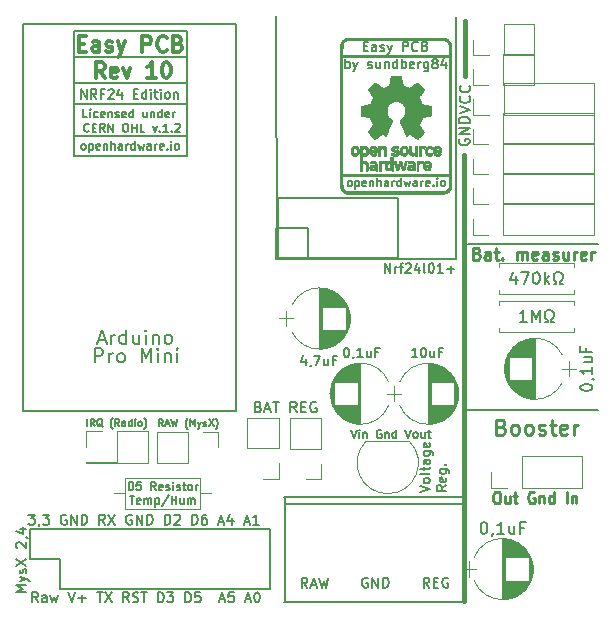
<source format=gbr>
G04 #@! TF.GenerationSoftware,KiCad,Pcbnew,5.0.2-bee76a0~70~ubuntu18.04.1*
G04 #@! TF.CreationDate,2019-05-01T22:14:47+02:00*
G04 #@! TF.ProjectId,EasyPCB_10_nrf24l01p,45617379-5043-4425-9f31-305f6e726632,rev?*
G04 #@! TF.SameCoordinates,Original*
G04 #@! TF.FileFunction,Legend,Top*
G04 #@! TF.FilePolarity,Positive*
%FSLAX46Y46*%
G04 Gerber Fmt 4.6, Leading zero omitted, Abs format (unit mm)*
G04 Created by KiCad (PCBNEW 5.0.2-bee76a0~70~ubuntu18.04.1) date Wed 01 May 2019 10:14:47 PM CEST*
%MOMM*%
%LPD*%
G01*
G04 APERTURE LIST*
%ADD10C,0.175000*%
%ADD11C,0.200000*%
%ADD12C,0.150000*%
%ADD13C,0.225000*%
%ADD14C,0.400000*%
%ADD15C,0.300000*%
%ADD16C,0.250000*%
%ADD17C,0.120000*%
%ADD18C,0.010000*%
%ADD19C,0.075000*%
G04 APERTURE END LIST*
D10*
X156070666Y-83419904D02*
X156070666Y-82619904D01*
X156527809Y-83419904D01*
X156527809Y-82619904D01*
X156908761Y-83419904D02*
X156908761Y-82886571D01*
X156908761Y-83038952D02*
X156946857Y-82962761D01*
X156984952Y-82924666D01*
X157061142Y-82886571D01*
X157137333Y-82886571D01*
X157289714Y-82886571D02*
X157594476Y-82886571D01*
X157404000Y-83419904D02*
X157404000Y-82734190D01*
X157442095Y-82658000D01*
X157518285Y-82619904D01*
X157594476Y-82619904D01*
X157823047Y-82696095D02*
X157861142Y-82658000D01*
X157937333Y-82619904D01*
X158127809Y-82619904D01*
X158204000Y-82658000D01*
X158242095Y-82696095D01*
X158280190Y-82772285D01*
X158280190Y-82848476D01*
X158242095Y-82962761D01*
X157784952Y-83419904D01*
X158280190Y-83419904D01*
X158965904Y-82886571D02*
X158965904Y-83419904D01*
X158775428Y-82581809D02*
X158584952Y-83153238D01*
X159080190Y-83153238D01*
X159499238Y-83419904D02*
X159423047Y-83381809D01*
X159384952Y-83305619D01*
X159384952Y-82619904D01*
X159956380Y-82619904D02*
X160032571Y-82619904D01*
X160108761Y-82658000D01*
X160146857Y-82696095D01*
X160184952Y-82772285D01*
X160223047Y-82924666D01*
X160223047Y-83115142D01*
X160184952Y-83267523D01*
X160146857Y-83343714D01*
X160108761Y-83381809D01*
X160032571Y-83419904D01*
X159956380Y-83419904D01*
X159880190Y-83381809D01*
X159842095Y-83343714D01*
X159804000Y-83267523D01*
X159765904Y-83115142D01*
X159765904Y-82924666D01*
X159804000Y-82772285D01*
X159842095Y-82696095D01*
X159880190Y-82658000D01*
X159956380Y-82619904D01*
X160984952Y-83419904D02*
X160527809Y-83419904D01*
X160756380Y-83419904D02*
X160756380Y-82619904D01*
X160680190Y-82734190D01*
X160604000Y-82810380D01*
X160527809Y-82848476D01*
X161327809Y-83115142D02*
X161937333Y-83115142D01*
X161632571Y-83419904D02*
X161632571Y-82810380D01*
D11*
X146880000Y-61670000D02*
X146900000Y-82230000D01*
X162090000Y-61730000D02*
X162100000Y-82230000D01*
D10*
X149356190Y-90698571D02*
X149356190Y-91231904D01*
X149165714Y-90393809D02*
X148975238Y-90965238D01*
X149470476Y-90965238D01*
X149813333Y-91193809D02*
X149813333Y-91231904D01*
X149775238Y-91308095D01*
X149737142Y-91346190D01*
X150080000Y-90431904D02*
X150613333Y-90431904D01*
X150270476Y-91231904D01*
X151260952Y-90698571D02*
X151260952Y-91231904D01*
X150918095Y-90698571D02*
X150918095Y-91117619D01*
X150956190Y-91193809D01*
X151032380Y-91231904D01*
X151146666Y-91231904D01*
X151222857Y-91193809D01*
X151260952Y-91155714D01*
X151908571Y-90812857D02*
X151641904Y-90812857D01*
X151641904Y-91231904D02*
X151641904Y-90431904D01*
X152022857Y-90431904D01*
D12*
X130880000Y-96381428D02*
X130880000Y-95781428D01*
X131508571Y-96381428D02*
X131308571Y-96095714D01*
X131165714Y-96381428D02*
X131165714Y-95781428D01*
X131394285Y-95781428D01*
X131451428Y-95810000D01*
X131480000Y-95838571D01*
X131508571Y-95895714D01*
X131508571Y-95981428D01*
X131480000Y-96038571D01*
X131451428Y-96067142D01*
X131394285Y-96095714D01*
X131165714Y-96095714D01*
X132165714Y-96438571D02*
X132108571Y-96410000D01*
X132051428Y-96352857D01*
X131965714Y-96267142D01*
X131908571Y-96238571D01*
X131851428Y-96238571D01*
X131880000Y-96381428D02*
X131822857Y-96352857D01*
X131765714Y-96295714D01*
X131737142Y-96181428D01*
X131737142Y-95981428D01*
X131765714Y-95867142D01*
X131822857Y-95810000D01*
X131880000Y-95781428D01*
X131994285Y-95781428D01*
X132051428Y-95810000D01*
X132108571Y-95867142D01*
X132137142Y-95981428D01*
X132137142Y-96181428D01*
X132108571Y-96295714D01*
X132051428Y-96352857D01*
X131994285Y-96381428D01*
X131880000Y-96381428D01*
X133022857Y-96610000D02*
X132994285Y-96581428D01*
X132937142Y-96495714D01*
X132908571Y-96438571D01*
X132880000Y-96352857D01*
X132851428Y-96210000D01*
X132851428Y-96095714D01*
X132880000Y-95952857D01*
X132908571Y-95867142D01*
X132937142Y-95810000D01*
X132994285Y-95724285D01*
X133022857Y-95695714D01*
X133594285Y-96381428D02*
X133394285Y-96095714D01*
X133251428Y-96381428D02*
X133251428Y-95781428D01*
X133480000Y-95781428D01*
X133537142Y-95810000D01*
X133565714Y-95838571D01*
X133594285Y-95895714D01*
X133594285Y-95981428D01*
X133565714Y-96038571D01*
X133537142Y-96067142D01*
X133480000Y-96095714D01*
X133251428Y-96095714D01*
X134108571Y-96381428D02*
X134108571Y-96067142D01*
X134080000Y-96010000D01*
X134022857Y-95981428D01*
X133908571Y-95981428D01*
X133851428Y-96010000D01*
X134108571Y-96352857D02*
X134051428Y-96381428D01*
X133908571Y-96381428D01*
X133851428Y-96352857D01*
X133822857Y-96295714D01*
X133822857Y-96238571D01*
X133851428Y-96181428D01*
X133908571Y-96152857D01*
X134051428Y-96152857D01*
X134108571Y-96124285D01*
X134651428Y-96381428D02*
X134651428Y-95781428D01*
X134651428Y-96352857D02*
X134594285Y-96381428D01*
X134480000Y-96381428D01*
X134422857Y-96352857D01*
X134394285Y-96324285D01*
X134365714Y-96267142D01*
X134365714Y-96095714D01*
X134394285Y-96038571D01*
X134422857Y-96010000D01*
X134480000Y-95981428D01*
X134594285Y-95981428D01*
X134651428Y-96010000D01*
X134937142Y-96381428D02*
X134937142Y-95981428D01*
X134937142Y-95781428D02*
X134908571Y-95810000D01*
X134937142Y-95838571D01*
X134965714Y-95810000D01*
X134937142Y-95781428D01*
X134937142Y-95838571D01*
X135308571Y-96381428D02*
X135251428Y-96352857D01*
X135222857Y-96324285D01*
X135194285Y-96267142D01*
X135194285Y-96095714D01*
X135222857Y-96038571D01*
X135251428Y-96010000D01*
X135308571Y-95981428D01*
X135394285Y-95981428D01*
X135451428Y-96010000D01*
X135480000Y-96038571D01*
X135508571Y-96095714D01*
X135508571Y-96267142D01*
X135480000Y-96324285D01*
X135451428Y-96352857D01*
X135394285Y-96381428D01*
X135308571Y-96381428D01*
X135708571Y-96610000D02*
X135737142Y-96581428D01*
X135794285Y-96495714D01*
X135822857Y-96438571D01*
X135851428Y-96352857D01*
X135880000Y-96210000D01*
X135880000Y-96095714D01*
X135851428Y-95952857D01*
X135822857Y-95867142D01*
X135794285Y-95810000D01*
X135737142Y-95724285D01*
X135708571Y-95695714D01*
D11*
X125713203Y-110438466D02*
X124863203Y-110438466D01*
X125470346Y-110155133D01*
X124863203Y-109871800D01*
X125713203Y-109871800D01*
X125146537Y-109547990D02*
X125713203Y-109345609D01*
X125146537Y-109143228D02*
X125713203Y-109345609D01*
X125915584Y-109426561D01*
X125956060Y-109467038D01*
X125996537Y-109547990D01*
X125672727Y-108859895D02*
X125713203Y-108778942D01*
X125713203Y-108617038D01*
X125672727Y-108536085D01*
X125591775Y-108495609D01*
X125551299Y-108495609D01*
X125470346Y-108536085D01*
X125429870Y-108617038D01*
X125429870Y-108738466D01*
X125389394Y-108819419D01*
X125308441Y-108859895D01*
X125267965Y-108859895D01*
X125187013Y-108819419D01*
X125146537Y-108738466D01*
X125146537Y-108617038D01*
X125187013Y-108536085D01*
X124863203Y-108212276D02*
X125713203Y-107645609D01*
X124863203Y-107645609D02*
X125713203Y-108212276D01*
X124944156Y-106714657D02*
X124903680Y-106674180D01*
X124863203Y-106593228D01*
X124863203Y-106390847D01*
X124903680Y-106309895D01*
X124944156Y-106269419D01*
X125025108Y-106228942D01*
X125106060Y-106228942D01*
X125227489Y-106269419D01*
X125713203Y-106755133D01*
X125713203Y-106228942D01*
X125672727Y-105824180D02*
X125713203Y-105824180D01*
X125794156Y-105864657D01*
X125834632Y-105905133D01*
X125146537Y-105095609D02*
X125713203Y-105095609D01*
X124822727Y-105297990D02*
X125429870Y-105500371D01*
X125429870Y-104974180D01*
X131830834Y-89100000D02*
X132402262Y-89100000D01*
X131716548Y-89442857D02*
X132116548Y-88242857D01*
X132516548Y-89442857D01*
X132916548Y-89442857D02*
X132916548Y-88642857D01*
X132916548Y-88871428D02*
X132973691Y-88757142D01*
X133030834Y-88700000D01*
X133145120Y-88642857D01*
X133259405Y-88642857D01*
X134173691Y-89442857D02*
X134173691Y-88242857D01*
X134173691Y-89385714D02*
X134059405Y-89442857D01*
X133830834Y-89442857D01*
X133716548Y-89385714D01*
X133659405Y-89328571D01*
X133602262Y-89214285D01*
X133602262Y-88871428D01*
X133659405Y-88757142D01*
X133716548Y-88700000D01*
X133830834Y-88642857D01*
X134059405Y-88642857D01*
X134173691Y-88700000D01*
X135259405Y-88642857D02*
X135259405Y-89442857D01*
X134745120Y-88642857D02*
X134745120Y-89271428D01*
X134802262Y-89385714D01*
X134916548Y-89442857D01*
X135087977Y-89442857D01*
X135202262Y-89385714D01*
X135259405Y-89328571D01*
X135830834Y-89442857D02*
X135830834Y-88642857D01*
X135830834Y-88242857D02*
X135773691Y-88300000D01*
X135830834Y-88357142D01*
X135887977Y-88300000D01*
X135830834Y-88242857D01*
X135830834Y-88357142D01*
X136402262Y-88642857D02*
X136402262Y-89442857D01*
X136402262Y-88757142D02*
X136459405Y-88700000D01*
X136573691Y-88642857D01*
X136745120Y-88642857D01*
X136859405Y-88700000D01*
X136916548Y-88814285D01*
X136916548Y-89442857D01*
X137659405Y-89442857D02*
X137545120Y-89385714D01*
X137487977Y-89328571D01*
X137430834Y-89214285D01*
X137430834Y-88871428D01*
X137487977Y-88757142D01*
X137545120Y-88700000D01*
X137659405Y-88642857D01*
X137830834Y-88642857D01*
X137945120Y-88700000D01*
X138002262Y-88757142D01*
X138059405Y-88871428D01*
X138059405Y-89214285D01*
X138002262Y-89328571D01*
X137945120Y-89385714D01*
X137830834Y-89442857D01*
X137659405Y-89442857D01*
X162100000Y-82230000D02*
X146900000Y-82230000D01*
D10*
X158812857Y-90551904D02*
X158355714Y-90551904D01*
X158584285Y-90551904D02*
X158584285Y-89751904D01*
X158508095Y-89866190D01*
X158431904Y-89942380D01*
X158355714Y-89980476D01*
X159308095Y-89751904D02*
X159384285Y-89751904D01*
X159460476Y-89790000D01*
X159498571Y-89828095D01*
X159536666Y-89904285D01*
X159574761Y-90056666D01*
X159574761Y-90247142D01*
X159536666Y-90399523D01*
X159498571Y-90475714D01*
X159460476Y-90513809D01*
X159384285Y-90551904D01*
X159308095Y-90551904D01*
X159231904Y-90513809D01*
X159193809Y-90475714D01*
X159155714Y-90399523D01*
X159117619Y-90247142D01*
X159117619Y-90056666D01*
X159155714Y-89904285D01*
X159193809Y-89828095D01*
X159231904Y-89790000D01*
X159308095Y-89751904D01*
X160260476Y-90018571D02*
X160260476Y-90551904D01*
X159917619Y-90018571D02*
X159917619Y-90437619D01*
X159955714Y-90513809D01*
X160031904Y-90551904D01*
X160146190Y-90551904D01*
X160222380Y-90513809D01*
X160260476Y-90475714D01*
X160908095Y-90132857D02*
X160641428Y-90132857D01*
X160641428Y-90551904D02*
X160641428Y-89751904D01*
X161022380Y-89751904D01*
X152785714Y-89751904D02*
X152861904Y-89751904D01*
X152938095Y-89790000D01*
X152976190Y-89828095D01*
X153014285Y-89904285D01*
X153052380Y-90056666D01*
X153052380Y-90247142D01*
X153014285Y-90399523D01*
X152976190Y-90475714D01*
X152938095Y-90513809D01*
X152861904Y-90551904D01*
X152785714Y-90551904D01*
X152709523Y-90513809D01*
X152671428Y-90475714D01*
X152633333Y-90399523D01*
X152595238Y-90247142D01*
X152595238Y-90056666D01*
X152633333Y-89904285D01*
X152671428Y-89828095D01*
X152709523Y-89790000D01*
X152785714Y-89751904D01*
X153433333Y-90513809D02*
X153433333Y-90551904D01*
X153395238Y-90628095D01*
X153357142Y-90666190D01*
X154195238Y-90551904D02*
X153738095Y-90551904D01*
X153966666Y-90551904D02*
X153966666Y-89751904D01*
X153890476Y-89866190D01*
X153814285Y-89942380D01*
X153738095Y-89980476D01*
X154880952Y-90018571D02*
X154880952Y-90551904D01*
X154538095Y-90018571D02*
X154538095Y-90437619D01*
X154576190Y-90513809D01*
X154652380Y-90551904D01*
X154766666Y-90551904D01*
X154842857Y-90513809D01*
X154880952Y-90475714D01*
X155528571Y-90132857D02*
X155261904Y-90132857D01*
X155261904Y-90551904D02*
X155261904Y-89751904D01*
X155642857Y-89751904D01*
X159074744Y-101976479D02*
X159874744Y-101709812D01*
X159074744Y-101443146D01*
X159874744Y-101062193D02*
X159836649Y-101138384D01*
X159798554Y-101176479D01*
X159722363Y-101214574D01*
X159493792Y-101214574D01*
X159417601Y-101176479D01*
X159379506Y-101138384D01*
X159341411Y-101062193D01*
X159341411Y-100947908D01*
X159379506Y-100871717D01*
X159417601Y-100833622D01*
X159493792Y-100795527D01*
X159722363Y-100795527D01*
X159798554Y-100833622D01*
X159836649Y-100871717D01*
X159874744Y-100947908D01*
X159874744Y-101062193D01*
X159874744Y-100338384D02*
X159836649Y-100414574D01*
X159760459Y-100452670D01*
X159074744Y-100452670D01*
X159341411Y-100147908D02*
X159341411Y-99843146D01*
X159074744Y-100033622D02*
X159760459Y-100033622D01*
X159836649Y-99995527D01*
X159874744Y-99919336D01*
X159874744Y-99843146D01*
X159874744Y-99233622D02*
X159455697Y-99233622D01*
X159379506Y-99271717D01*
X159341411Y-99347908D01*
X159341411Y-99500289D01*
X159379506Y-99576479D01*
X159836649Y-99233622D02*
X159874744Y-99309812D01*
X159874744Y-99500289D01*
X159836649Y-99576479D01*
X159760459Y-99614574D01*
X159684268Y-99614574D01*
X159608078Y-99576479D01*
X159569982Y-99500289D01*
X159569982Y-99309812D01*
X159531887Y-99233622D01*
X159341411Y-98509812D02*
X159989030Y-98509812D01*
X160065220Y-98547908D01*
X160103316Y-98586003D01*
X160141411Y-98662193D01*
X160141411Y-98776479D01*
X160103316Y-98852670D01*
X159836649Y-98509812D02*
X159874744Y-98586003D01*
X159874744Y-98738384D01*
X159836649Y-98814574D01*
X159798554Y-98852670D01*
X159722363Y-98890765D01*
X159493792Y-98890765D01*
X159417601Y-98852670D01*
X159379506Y-98814574D01*
X159341411Y-98738384D01*
X159341411Y-98586003D01*
X159379506Y-98509812D01*
X159836649Y-97824098D02*
X159874744Y-97900289D01*
X159874744Y-98052670D01*
X159836649Y-98128860D01*
X159760459Y-98166955D01*
X159455697Y-98166955D01*
X159379506Y-98128860D01*
X159341411Y-98052670D01*
X159341411Y-97900289D01*
X159379506Y-97824098D01*
X159455697Y-97786003D01*
X159531887Y-97786003D01*
X159608078Y-98166955D01*
X161249744Y-101405050D02*
X160868792Y-101671717D01*
X161249744Y-101862193D02*
X160449744Y-101862193D01*
X160449744Y-101557431D01*
X160487840Y-101481241D01*
X160525935Y-101443146D01*
X160602125Y-101405050D01*
X160716411Y-101405050D01*
X160792601Y-101443146D01*
X160830697Y-101481241D01*
X160868792Y-101557431D01*
X160868792Y-101862193D01*
X161211649Y-100757431D02*
X161249744Y-100833622D01*
X161249744Y-100986003D01*
X161211649Y-101062193D01*
X161135459Y-101100289D01*
X160830697Y-101100289D01*
X160754506Y-101062193D01*
X160716411Y-100986003D01*
X160716411Y-100833622D01*
X160754506Y-100757431D01*
X160830697Y-100719336D01*
X160906887Y-100719336D01*
X160983078Y-101100289D01*
X160716411Y-100033622D02*
X161364030Y-100033622D01*
X161440220Y-100071717D01*
X161478316Y-100109812D01*
X161516411Y-100186003D01*
X161516411Y-100300289D01*
X161478316Y-100376479D01*
X161211649Y-100033622D02*
X161249744Y-100109812D01*
X161249744Y-100262193D01*
X161211649Y-100338384D01*
X161173554Y-100376479D01*
X161097363Y-100414574D01*
X160868792Y-100414574D01*
X160792601Y-100376479D01*
X160754506Y-100338384D01*
X160716411Y-100262193D01*
X160716411Y-100109812D01*
X160754506Y-100033622D01*
X161173554Y-99652670D02*
X161211649Y-99614574D01*
X161249744Y-99652670D01*
X161211649Y-99690765D01*
X161173554Y-99652670D01*
X161249744Y-99652670D01*
X164407142Y-104522380D02*
X164502380Y-104522380D01*
X164597619Y-104570000D01*
X164645238Y-104617619D01*
X164692857Y-104712857D01*
X164740476Y-104903333D01*
X164740476Y-105141428D01*
X164692857Y-105331904D01*
X164645238Y-105427142D01*
X164597619Y-105474761D01*
X164502380Y-105522380D01*
X164407142Y-105522380D01*
X164311904Y-105474761D01*
X164264285Y-105427142D01*
X164216666Y-105331904D01*
X164169047Y-105141428D01*
X164169047Y-104903333D01*
X164216666Y-104712857D01*
X164264285Y-104617619D01*
X164311904Y-104570000D01*
X164407142Y-104522380D01*
X165216666Y-105474761D02*
X165216666Y-105522380D01*
X165169047Y-105617619D01*
X165121428Y-105665238D01*
X166169047Y-105522380D02*
X165597619Y-105522380D01*
X165883333Y-105522380D02*
X165883333Y-104522380D01*
X165788095Y-104665238D01*
X165692857Y-104760476D01*
X165597619Y-104808095D01*
X167026190Y-104855714D02*
X167026190Y-105522380D01*
X166597619Y-104855714D02*
X166597619Y-105379523D01*
X166645238Y-105474761D01*
X166740476Y-105522380D01*
X166883333Y-105522380D01*
X166978571Y-105474761D01*
X167026190Y-105427142D01*
X167835714Y-104998571D02*
X167502380Y-104998571D01*
X167502380Y-105522380D02*
X167502380Y-104522380D01*
X167978571Y-104522380D01*
X172632380Y-93172857D02*
X172632380Y-93077619D01*
X172680000Y-92982380D01*
X172727619Y-92934761D01*
X172822857Y-92887142D01*
X173013333Y-92839523D01*
X173251428Y-92839523D01*
X173441904Y-92887142D01*
X173537142Y-92934761D01*
X173584761Y-92982380D01*
X173632380Y-93077619D01*
X173632380Y-93172857D01*
X173584761Y-93268095D01*
X173537142Y-93315714D01*
X173441904Y-93363333D01*
X173251428Y-93410952D01*
X173013333Y-93410952D01*
X172822857Y-93363333D01*
X172727619Y-93315714D01*
X172680000Y-93268095D01*
X172632380Y-93172857D01*
X173584761Y-92363333D02*
X173632380Y-92363333D01*
X173727619Y-92410952D01*
X173775238Y-92458571D01*
X173632380Y-91410952D02*
X173632380Y-91982380D01*
X173632380Y-91696666D02*
X172632380Y-91696666D01*
X172775238Y-91791904D01*
X172870476Y-91887142D01*
X172918095Y-91982380D01*
X172965714Y-90553809D02*
X173632380Y-90553809D01*
X172965714Y-90982380D02*
X173489523Y-90982380D01*
X173584761Y-90934761D01*
X173632380Y-90839523D01*
X173632380Y-90696666D01*
X173584761Y-90601428D01*
X173537142Y-90553809D01*
X173108571Y-89744285D02*
X173108571Y-90077619D01*
X173632380Y-90077619D02*
X172632380Y-90077619D01*
X172632380Y-89601428D01*
X168082857Y-87572380D02*
X167511428Y-87572380D01*
X167797142Y-87572380D02*
X167797142Y-86572380D01*
X167701904Y-86715238D01*
X167606666Y-86810476D01*
X167511428Y-86858095D01*
X168511428Y-87572380D02*
X168511428Y-86572380D01*
X168844761Y-87286666D01*
X169178095Y-86572380D01*
X169178095Y-87572380D01*
X169606666Y-87572380D02*
X169844761Y-87572380D01*
X169844761Y-87381904D01*
X169749523Y-87334285D01*
X169654285Y-87239047D01*
X169606666Y-87096190D01*
X169606666Y-86858095D01*
X169654285Y-86715238D01*
X169749523Y-86620000D01*
X169892380Y-86572380D01*
X170082857Y-86572380D01*
X170225714Y-86620000D01*
X170320952Y-86715238D01*
X170368571Y-86858095D01*
X170368571Y-87096190D01*
X170320952Y-87239047D01*
X170225714Y-87334285D01*
X170130476Y-87381904D01*
X170130476Y-87572380D01*
X170368571Y-87572380D01*
X167171904Y-83685714D02*
X167171904Y-84352380D01*
X166933809Y-83304761D02*
X166695714Y-84019047D01*
X167314761Y-84019047D01*
X167600476Y-83352380D02*
X168267142Y-83352380D01*
X167838571Y-84352380D01*
X168838571Y-83352380D02*
X168933809Y-83352380D01*
X169029047Y-83400000D01*
X169076666Y-83447619D01*
X169124285Y-83542857D01*
X169171904Y-83733333D01*
X169171904Y-83971428D01*
X169124285Y-84161904D01*
X169076666Y-84257142D01*
X169029047Y-84304761D01*
X168933809Y-84352380D01*
X168838571Y-84352380D01*
X168743333Y-84304761D01*
X168695714Y-84257142D01*
X168648095Y-84161904D01*
X168600476Y-83971428D01*
X168600476Y-83733333D01*
X168648095Y-83542857D01*
X168695714Y-83447619D01*
X168743333Y-83400000D01*
X168838571Y-83352380D01*
X169600476Y-84352380D02*
X169600476Y-83352380D01*
X169695714Y-83971428D02*
X169981428Y-84352380D01*
X169981428Y-83685714D02*
X169600476Y-84066666D01*
X170362380Y-84352380D02*
X170600476Y-84352380D01*
X170600476Y-84161904D01*
X170505238Y-84114285D01*
X170410000Y-84019047D01*
X170362380Y-83876190D01*
X170362380Y-83638095D01*
X170410000Y-83495238D01*
X170505238Y-83400000D01*
X170648095Y-83352380D01*
X170838571Y-83352380D01*
X170981428Y-83400000D01*
X171076666Y-83495238D01*
X171124285Y-83638095D01*
X171124285Y-83876190D01*
X171076666Y-84019047D01*
X170981428Y-84114285D01*
X170886190Y-84161904D01*
X170886190Y-84352380D01*
X171124285Y-84352380D01*
X134371760Y-101820146D02*
X134371760Y-101120146D01*
X134538426Y-101120146D01*
X134638426Y-101153480D01*
X134705093Y-101220146D01*
X134738426Y-101286813D01*
X134771760Y-101420146D01*
X134771760Y-101520146D01*
X134738426Y-101653480D01*
X134705093Y-101720146D01*
X134638426Y-101786813D01*
X134538426Y-101820146D01*
X134371760Y-101820146D01*
X135405093Y-101120146D02*
X135071760Y-101120146D01*
X135038426Y-101453480D01*
X135071760Y-101420146D01*
X135138426Y-101386813D01*
X135305093Y-101386813D01*
X135371760Y-101420146D01*
X135405093Y-101453480D01*
X135438426Y-101520146D01*
X135438426Y-101686813D01*
X135405093Y-101753480D01*
X135371760Y-101786813D01*
X135305093Y-101820146D01*
X135138426Y-101820146D01*
X135071760Y-101786813D01*
X135038426Y-101753480D01*
X136671760Y-101820146D02*
X136438426Y-101486813D01*
X136271760Y-101820146D02*
X136271760Y-101120146D01*
X136538426Y-101120146D01*
X136605093Y-101153480D01*
X136638426Y-101186813D01*
X136671760Y-101253480D01*
X136671760Y-101353480D01*
X136638426Y-101420146D01*
X136605093Y-101453480D01*
X136538426Y-101486813D01*
X136271760Y-101486813D01*
X137238426Y-101786813D02*
X137171760Y-101820146D01*
X137038426Y-101820146D01*
X136971760Y-101786813D01*
X136938426Y-101720146D01*
X136938426Y-101453480D01*
X136971760Y-101386813D01*
X137038426Y-101353480D01*
X137171760Y-101353480D01*
X137238426Y-101386813D01*
X137271760Y-101453480D01*
X137271760Y-101520146D01*
X136938426Y-101586813D01*
X137538426Y-101786813D02*
X137605093Y-101820146D01*
X137738426Y-101820146D01*
X137805093Y-101786813D01*
X137838426Y-101720146D01*
X137838426Y-101686813D01*
X137805093Y-101620146D01*
X137738426Y-101586813D01*
X137638426Y-101586813D01*
X137571760Y-101553480D01*
X137538426Y-101486813D01*
X137538426Y-101453480D01*
X137571760Y-101386813D01*
X137638426Y-101353480D01*
X137738426Y-101353480D01*
X137805093Y-101386813D01*
X138138426Y-101820146D02*
X138138426Y-101353480D01*
X138138426Y-101120146D02*
X138105093Y-101153480D01*
X138138426Y-101186813D01*
X138171760Y-101153480D01*
X138138426Y-101120146D01*
X138138426Y-101186813D01*
X138438426Y-101786813D02*
X138505093Y-101820146D01*
X138638426Y-101820146D01*
X138705093Y-101786813D01*
X138738426Y-101720146D01*
X138738426Y-101686813D01*
X138705093Y-101620146D01*
X138638426Y-101586813D01*
X138538426Y-101586813D01*
X138471760Y-101553480D01*
X138438426Y-101486813D01*
X138438426Y-101453480D01*
X138471760Y-101386813D01*
X138538426Y-101353480D01*
X138638426Y-101353480D01*
X138705093Y-101386813D01*
X138938426Y-101353480D02*
X139205093Y-101353480D01*
X139038426Y-101120146D02*
X139038426Y-101720146D01*
X139071760Y-101786813D01*
X139138426Y-101820146D01*
X139205093Y-101820146D01*
X139538426Y-101820146D02*
X139471760Y-101786813D01*
X139438426Y-101753480D01*
X139405093Y-101686813D01*
X139405093Y-101486813D01*
X139438426Y-101420146D01*
X139471760Y-101386813D01*
X139538426Y-101353480D01*
X139638426Y-101353480D01*
X139705093Y-101386813D01*
X139738426Y-101420146D01*
X139771760Y-101486813D01*
X139771760Y-101686813D01*
X139738426Y-101753480D01*
X139705093Y-101786813D01*
X139638426Y-101820146D01*
X139538426Y-101820146D01*
X140071760Y-101820146D02*
X140071760Y-101353480D01*
X140071760Y-101486813D02*
X140105093Y-101420146D01*
X140138426Y-101386813D01*
X140205093Y-101353480D01*
X140271760Y-101353480D01*
D13*
X165468571Y-101942380D02*
X165640000Y-101942380D01*
X165725714Y-101990000D01*
X165811428Y-102085238D01*
X165854285Y-102275714D01*
X165854285Y-102609047D01*
X165811428Y-102799523D01*
X165725714Y-102894761D01*
X165640000Y-102942380D01*
X165468571Y-102942380D01*
X165382857Y-102894761D01*
X165297142Y-102799523D01*
X165254285Y-102609047D01*
X165254285Y-102275714D01*
X165297142Y-102085238D01*
X165382857Y-101990000D01*
X165468571Y-101942380D01*
X166625714Y-102275714D02*
X166625714Y-102942380D01*
X166240000Y-102275714D02*
X166240000Y-102799523D01*
X166282857Y-102894761D01*
X166368571Y-102942380D01*
X166497142Y-102942380D01*
X166582857Y-102894761D01*
X166625714Y-102847142D01*
X166925714Y-102275714D02*
X167268571Y-102275714D01*
X167054285Y-101942380D02*
X167054285Y-102799523D01*
X167097142Y-102894761D01*
X167182857Y-102942380D01*
X167268571Y-102942380D01*
X168725714Y-101990000D02*
X168640000Y-101942380D01*
X168511428Y-101942380D01*
X168382857Y-101990000D01*
X168297142Y-102085238D01*
X168254285Y-102180476D01*
X168211428Y-102370952D01*
X168211428Y-102513809D01*
X168254285Y-102704285D01*
X168297142Y-102799523D01*
X168382857Y-102894761D01*
X168511428Y-102942380D01*
X168597142Y-102942380D01*
X168725714Y-102894761D01*
X168768571Y-102847142D01*
X168768571Y-102513809D01*
X168597142Y-102513809D01*
X169154285Y-102275714D02*
X169154285Y-102942380D01*
X169154285Y-102370952D02*
X169197142Y-102323333D01*
X169282857Y-102275714D01*
X169411428Y-102275714D01*
X169497142Y-102323333D01*
X169540000Y-102418571D01*
X169540000Y-102942380D01*
X170354285Y-102942380D02*
X170354285Y-101942380D01*
X170354285Y-102894761D02*
X170268571Y-102942380D01*
X170097142Y-102942380D01*
X170011428Y-102894761D01*
X169968571Y-102847142D01*
X169925714Y-102751904D01*
X169925714Y-102466190D01*
X169968571Y-102370952D01*
X170011428Y-102323333D01*
X170097142Y-102275714D01*
X170268571Y-102275714D01*
X170354285Y-102323333D01*
X171468571Y-102942380D02*
X171468571Y-101942380D01*
X171897142Y-102275714D02*
X171897142Y-102942380D01*
X171897142Y-102370952D02*
X171940000Y-102323333D01*
X172025714Y-102275714D01*
X172154285Y-102275714D01*
X172240000Y-102323333D01*
X172282857Y-102418571D01*
X172282857Y-102942380D01*
D14*
X162780000Y-111180000D02*
X162780000Y-73420000D01*
X162870000Y-62080000D02*
X162870000Y-66720000D01*
D11*
X162380000Y-72085714D02*
X162337142Y-72171428D01*
X162337142Y-72300000D01*
X162380000Y-72428571D01*
X162465714Y-72514285D01*
X162551428Y-72557142D01*
X162722857Y-72600000D01*
X162851428Y-72600000D01*
X163022857Y-72557142D01*
X163108571Y-72514285D01*
X163194285Y-72428571D01*
X163237142Y-72300000D01*
X163237142Y-72214285D01*
X163194285Y-72085714D01*
X163151428Y-72042857D01*
X162851428Y-72042857D01*
X162851428Y-72214285D01*
X163237142Y-71657142D02*
X162337142Y-71657142D01*
X163237142Y-71142857D01*
X162337142Y-71142857D01*
X163237142Y-70714285D02*
X162337142Y-70714285D01*
X162337142Y-70500000D01*
X162380000Y-70371428D01*
X162465714Y-70285714D01*
X162551428Y-70242857D01*
X162722857Y-70200000D01*
X162851428Y-70200000D01*
X163022857Y-70242857D01*
X163108571Y-70285714D01*
X163194285Y-70371428D01*
X163237142Y-70500000D01*
X163237142Y-70714285D01*
X162417142Y-69890000D02*
X163317142Y-69590000D01*
X162417142Y-69290000D01*
X163231428Y-68475714D02*
X163274285Y-68518571D01*
X163317142Y-68647142D01*
X163317142Y-68732857D01*
X163274285Y-68861428D01*
X163188571Y-68947142D01*
X163102857Y-68990000D01*
X162931428Y-69032857D01*
X162802857Y-69032857D01*
X162631428Y-68990000D01*
X162545714Y-68947142D01*
X162460000Y-68861428D01*
X162417142Y-68732857D01*
X162417142Y-68647142D01*
X162460000Y-68518571D01*
X162502857Y-68475714D01*
X163231428Y-67575714D02*
X163274285Y-67618571D01*
X163317142Y-67747142D01*
X163317142Y-67832857D01*
X163274285Y-67961428D01*
X163188571Y-68047142D01*
X163102857Y-68090000D01*
X162931428Y-68132857D01*
X162802857Y-68132857D01*
X162631428Y-68090000D01*
X162545714Y-68047142D01*
X162460000Y-67961428D01*
X162417142Y-67832857D01*
X162417142Y-67747142D01*
X162460000Y-67618571D01*
X162502857Y-67575714D01*
D10*
X153206553Y-96695466D02*
X153439886Y-97395466D01*
X153673220Y-96695466D01*
X153906553Y-97395466D02*
X153906553Y-96928800D01*
X153906553Y-96695466D02*
X153873220Y-96728800D01*
X153906553Y-96762133D01*
X153939886Y-96728800D01*
X153906553Y-96695466D01*
X153906553Y-96762133D01*
X154239886Y-96928800D02*
X154239886Y-97395466D01*
X154239886Y-96995466D02*
X154273220Y-96962133D01*
X154339886Y-96928800D01*
X154439886Y-96928800D01*
X154506553Y-96962133D01*
X154539886Y-97028800D01*
X154539886Y-97395466D01*
X155773220Y-96728800D02*
X155706553Y-96695466D01*
X155606553Y-96695466D01*
X155506553Y-96728800D01*
X155439886Y-96795466D01*
X155406553Y-96862133D01*
X155373220Y-96995466D01*
X155373220Y-97095466D01*
X155406553Y-97228800D01*
X155439886Y-97295466D01*
X155506553Y-97362133D01*
X155606553Y-97395466D01*
X155673220Y-97395466D01*
X155773220Y-97362133D01*
X155806553Y-97328800D01*
X155806553Y-97095466D01*
X155673220Y-97095466D01*
X156106553Y-96928800D02*
X156106553Y-97395466D01*
X156106553Y-96995466D02*
X156139886Y-96962133D01*
X156206553Y-96928800D01*
X156306553Y-96928800D01*
X156373220Y-96962133D01*
X156406553Y-97028800D01*
X156406553Y-97395466D01*
X157039886Y-97395466D02*
X157039886Y-96695466D01*
X157039886Y-97362133D02*
X156973220Y-97395466D01*
X156839886Y-97395466D01*
X156773220Y-97362133D01*
X156739886Y-97328800D01*
X156706553Y-97262133D01*
X156706553Y-97062133D01*
X156739886Y-96995466D01*
X156773220Y-96962133D01*
X156839886Y-96928800D01*
X156973220Y-96928800D01*
X157039886Y-96962133D01*
X157806553Y-96695466D02*
X158039886Y-97395466D01*
X158273220Y-96695466D01*
X158606553Y-97395466D02*
X158539886Y-97362133D01*
X158506553Y-97328800D01*
X158473220Y-97262133D01*
X158473220Y-97062133D01*
X158506553Y-96995466D01*
X158539886Y-96962133D01*
X158606553Y-96928800D01*
X158706553Y-96928800D01*
X158773220Y-96962133D01*
X158806553Y-96995466D01*
X158839886Y-97062133D01*
X158839886Y-97262133D01*
X158806553Y-97328800D01*
X158773220Y-97362133D01*
X158706553Y-97395466D01*
X158606553Y-97395466D01*
X159439886Y-96928800D02*
X159439886Y-97395466D01*
X159139886Y-96928800D02*
X159139886Y-97295466D01*
X159173220Y-97362133D01*
X159239886Y-97395466D01*
X159339886Y-97395466D01*
X159406553Y-97362133D01*
X159439886Y-97328800D01*
X159673220Y-96928800D02*
X159939886Y-96928800D01*
X159773220Y-96695466D02*
X159773220Y-97295466D01*
X159806553Y-97362133D01*
X159873220Y-97395466D01*
X159939886Y-97395466D01*
D11*
X145336000Y-94766614D02*
X145464571Y-94809471D01*
X145507428Y-94852328D01*
X145550285Y-94938042D01*
X145550285Y-95066614D01*
X145507428Y-95152328D01*
X145464571Y-95195185D01*
X145378857Y-95238042D01*
X145036000Y-95238042D01*
X145036000Y-94338042D01*
X145336000Y-94338042D01*
X145421714Y-94380900D01*
X145464571Y-94423757D01*
X145507428Y-94509471D01*
X145507428Y-94595185D01*
X145464571Y-94680900D01*
X145421714Y-94723757D01*
X145336000Y-94766614D01*
X145036000Y-94766614D01*
X145893142Y-94980900D02*
X146321714Y-94980900D01*
X145807428Y-95238042D02*
X146107428Y-94338042D01*
X146407428Y-95238042D01*
X146578857Y-94338042D02*
X147093142Y-94338042D01*
X146836000Y-95238042D02*
X146836000Y-94338042D01*
X148593142Y-95238042D02*
X148293142Y-94809471D01*
X148078857Y-95238042D02*
X148078857Y-94338042D01*
X148421714Y-94338042D01*
X148507428Y-94380900D01*
X148550285Y-94423757D01*
X148593142Y-94509471D01*
X148593142Y-94638042D01*
X148550285Y-94723757D01*
X148507428Y-94766614D01*
X148421714Y-94809471D01*
X148078857Y-94809471D01*
X148978857Y-94766614D02*
X149278857Y-94766614D01*
X149407428Y-95238042D02*
X148978857Y-95238042D01*
X148978857Y-94338042D01*
X149407428Y-94338042D01*
X150264571Y-94380900D02*
X150178857Y-94338042D01*
X150050285Y-94338042D01*
X149921714Y-94380900D01*
X149836000Y-94466614D01*
X149793142Y-94552328D01*
X149750285Y-94723757D01*
X149750285Y-94852328D01*
X149793142Y-95023757D01*
X149836000Y-95109471D01*
X149921714Y-95195185D01*
X150050285Y-95238042D01*
X150136000Y-95238042D01*
X150264571Y-95195185D01*
X150307428Y-95152328D01*
X150307428Y-94852328D01*
X150136000Y-94852328D01*
X149512857Y-110074523D02*
X149229523Y-109669761D01*
X149027142Y-110074523D02*
X149027142Y-109224523D01*
X149350952Y-109224523D01*
X149431904Y-109265000D01*
X149472380Y-109305476D01*
X149512857Y-109386428D01*
X149512857Y-109507857D01*
X149472380Y-109588809D01*
X149431904Y-109629285D01*
X149350952Y-109669761D01*
X149027142Y-109669761D01*
X149836666Y-109831666D02*
X150241428Y-109831666D01*
X149755714Y-110074523D02*
X150039047Y-109224523D01*
X150322380Y-110074523D01*
X150524761Y-109224523D02*
X150727142Y-110074523D01*
X150889047Y-109467380D01*
X151050952Y-110074523D01*
X151253333Y-109224523D01*
X154612857Y-109265000D02*
X154531904Y-109224523D01*
X154410476Y-109224523D01*
X154289047Y-109265000D01*
X154208095Y-109345952D01*
X154167619Y-109426904D01*
X154127142Y-109588809D01*
X154127142Y-109710238D01*
X154167619Y-109872142D01*
X154208095Y-109953095D01*
X154289047Y-110034047D01*
X154410476Y-110074523D01*
X154491428Y-110074523D01*
X154612857Y-110034047D01*
X154653333Y-109993571D01*
X154653333Y-109710238D01*
X154491428Y-109710238D01*
X155017619Y-110074523D02*
X155017619Y-109224523D01*
X155503333Y-110074523D01*
X155503333Y-109224523D01*
X155908095Y-110074523D02*
X155908095Y-109224523D01*
X156110476Y-109224523D01*
X156231904Y-109265000D01*
X156312857Y-109345952D01*
X156353333Y-109426904D01*
X156393809Y-109588809D01*
X156393809Y-109710238D01*
X156353333Y-109872142D01*
X156312857Y-109953095D01*
X156231904Y-110034047D01*
X156110476Y-110074523D01*
X155908095Y-110074523D01*
X159834285Y-110074523D02*
X159550952Y-109669761D01*
X159348571Y-110074523D02*
X159348571Y-109224523D01*
X159672380Y-109224523D01*
X159753333Y-109265000D01*
X159793809Y-109305476D01*
X159834285Y-109386428D01*
X159834285Y-109507857D01*
X159793809Y-109588809D01*
X159753333Y-109629285D01*
X159672380Y-109669761D01*
X159348571Y-109669761D01*
X160198571Y-109629285D02*
X160481904Y-109629285D01*
X160603333Y-110074523D02*
X160198571Y-110074523D01*
X160198571Y-109224523D01*
X160603333Y-109224523D01*
X161412857Y-109265000D02*
X161331904Y-109224523D01*
X161210476Y-109224523D01*
X161089047Y-109265000D01*
X161008095Y-109345952D01*
X160967619Y-109426904D01*
X160927142Y-109588809D01*
X160927142Y-109710238D01*
X160967619Y-109872142D01*
X161008095Y-109953095D01*
X161089047Y-110034047D01*
X161210476Y-110074523D01*
X161291428Y-110074523D01*
X161412857Y-110034047D01*
X161453333Y-109993571D01*
X161453333Y-109710238D01*
X161291428Y-109710238D01*
X131530525Y-91004957D02*
X131530525Y-89804957D01*
X131987668Y-89804957D01*
X132101954Y-89862100D01*
X132159097Y-89919242D01*
X132216240Y-90033528D01*
X132216240Y-90204957D01*
X132159097Y-90319242D01*
X132101954Y-90376385D01*
X131987668Y-90433528D01*
X131530525Y-90433528D01*
X132730525Y-91004957D02*
X132730525Y-90204957D01*
X132730525Y-90433528D02*
X132787668Y-90319242D01*
X132844811Y-90262100D01*
X132959097Y-90204957D01*
X133073382Y-90204957D01*
X133644811Y-91004957D02*
X133530525Y-90947814D01*
X133473382Y-90890671D01*
X133416240Y-90776385D01*
X133416240Y-90433528D01*
X133473382Y-90319242D01*
X133530525Y-90262100D01*
X133644811Y-90204957D01*
X133816240Y-90204957D01*
X133930525Y-90262100D01*
X133987668Y-90319242D01*
X134044811Y-90433528D01*
X134044811Y-90776385D01*
X133987668Y-90890671D01*
X133930525Y-90947814D01*
X133816240Y-91004957D01*
X133644811Y-91004957D01*
X135473382Y-91004957D02*
X135473382Y-89804957D01*
X135873382Y-90662100D01*
X136273382Y-89804957D01*
X136273382Y-91004957D01*
X136844811Y-91004957D02*
X136844811Y-90204957D01*
X136844811Y-89804957D02*
X136787668Y-89862100D01*
X136844811Y-89919242D01*
X136901954Y-89862100D01*
X136844811Y-89804957D01*
X136844811Y-89919242D01*
X137416240Y-90204957D02*
X137416240Y-91004957D01*
X137416240Y-90319242D02*
X137473382Y-90262100D01*
X137587668Y-90204957D01*
X137759097Y-90204957D01*
X137873382Y-90262100D01*
X137930525Y-90376385D01*
X137930525Y-91004957D01*
X138501954Y-91004957D02*
X138501954Y-90204957D01*
X138501954Y-89804957D02*
X138444811Y-89862100D01*
X138501954Y-89919242D01*
X138559097Y-89862100D01*
X138501954Y-89804957D01*
X138501954Y-89919242D01*
X139291800Y-73549000D02*
X129761800Y-73549000D01*
D10*
X130501800Y-72975666D02*
X130435133Y-72942333D01*
X130401800Y-72909000D01*
X130368466Y-72842333D01*
X130368466Y-72642333D01*
X130401800Y-72575666D01*
X130435133Y-72542333D01*
X130501800Y-72509000D01*
X130601800Y-72509000D01*
X130668466Y-72542333D01*
X130701800Y-72575666D01*
X130735133Y-72642333D01*
X130735133Y-72842333D01*
X130701800Y-72909000D01*
X130668466Y-72942333D01*
X130601800Y-72975666D01*
X130501800Y-72975666D01*
X131035133Y-72509000D02*
X131035133Y-73209000D01*
X131035133Y-72542333D02*
X131101800Y-72509000D01*
X131235133Y-72509000D01*
X131301800Y-72542333D01*
X131335133Y-72575666D01*
X131368466Y-72642333D01*
X131368466Y-72842333D01*
X131335133Y-72909000D01*
X131301800Y-72942333D01*
X131235133Y-72975666D01*
X131101800Y-72975666D01*
X131035133Y-72942333D01*
X131935133Y-72942333D02*
X131868466Y-72975666D01*
X131735133Y-72975666D01*
X131668466Y-72942333D01*
X131635133Y-72875666D01*
X131635133Y-72609000D01*
X131668466Y-72542333D01*
X131735133Y-72509000D01*
X131868466Y-72509000D01*
X131935133Y-72542333D01*
X131968466Y-72609000D01*
X131968466Y-72675666D01*
X131635133Y-72742333D01*
X132268466Y-72509000D02*
X132268466Y-72975666D01*
X132268466Y-72575666D02*
X132301800Y-72542333D01*
X132368466Y-72509000D01*
X132468466Y-72509000D01*
X132535133Y-72542333D01*
X132568466Y-72609000D01*
X132568466Y-72975666D01*
X132901800Y-72975666D02*
X132901800Y-72275666D01*
X133201800Y-72975666D02*
X133201800Y-72609000D01*
X133168466Y-72542333D01*
X133101800Y-72509000D01*
X133001800Y-72509000D01*
X132935133Y-72542333D01*
X132901800Y-72575666D01*
X133835133Y-72975666D02*
X133835133Y-72609000D01*
X133801800Y-72542333D01*
X133735133Y-72509000D01*
X133601800Y-72509000D01*
X133535133Y-72542333D01*
X133835133Y-72942333D02*
X133768466Y-72975666D01*
X133601800Y-72975666D01*
X133535133Y-72942333D01*
X133501800Y-72875666D01*
X133501800Y-72809000D01*
X133535133Y-72742333D01*
X133601800Y-72709000D01*
X133768466Y-72709000D01*
X133835133Y-72675666D01*
X134168466Y-72975666D02*
X134168466Y-72509000D01*
X134168466Y-72642333D02*
X134201800Y-72575666D01*
X134235133Y-72542333D01*
X134301800Y-72509000D01*
X134368466Y-72509000D01*
X134901800Y-72975666D02*
X134901800Y-72275666D01*
X134901800Y-72942333D02*
X134835133Y-72975666D01*
X134701800Y-72975666D01*
X134635133Y-72942333D01*
X134601800Y-72909000D01*
X134568466Y-72842333D01*
X134568466Y-72642333D01*
X134601800Y-72575666D01*
X134635133Y-72542333D01*
X134701800Y-72509000D01*
X134835133Y-72509000D01*
X134901800Y-72542333D01*
X135168466Y-72509000D02*
X135301800Y-72975666D01*
X135435133Y-72642333D01*
X135568466Y-72975666D01*
X135701800Y-72509000D01*
X136268466Y-72975666D02*
X136268466Y-72609000D01*
X136235133Y-72542333D01*
X136168466Y-72509000D01*
X136035133Y-72509000D01*
X135968466Y-72542333D01*
X136268466Y-72942333D02*
X136201800Y-72975666D01*
X136035133Y-72975666D01*
X135968466Y-72942333D01*
X135935133Y-72875666D01*
X135935133Y-72809000D01*
X135968466Y-72742333D01*
X136035133Y-72709000D01*
X136201800Y-72709000D01*
X136268466Y-72675666D01*
X136601800Y-72975666D02*
X136601800Y-72509000D01*
X136601800Y-72642333D02*
X136635133Y-72575666D01*
X136668466Y-72542333D01*
X136735133Y-72509000D01*
X136801800Y-72509000D01*
X137301800Y-72942333D02*
X137235133Y-72975666D01*
X137101800Y-72975666D01*
X137035133Y-72942333D01*
X137001800Y-72875666D01*
X137001800Y-72609000D01*
X137035133Y-72542333D01*
X137101800Y-72509000D01*
X137235133Y-72509000D01*
X137301800Y-72542333D01*
X137335133Y-72609000D01*
X137335133Y-72675666D01*
X137001800Y-72742333D01*
X137635133Y-72909000D02*
X137668466Y-72942333D01*
X137635133Y-72975666D01*
X137601800Y-72942333D01*
X137635133Y-72909000D01*
X137635133Y-72975666D01*
X137968466Y-72975666D02*
X137968466Y-72509000D01*
X137968466Y-72275666D02*
X137935133Y-72309000D01*
X137968466Y-72342333D01*
X138001800Y-72309000D01*
X137968466Y-72275666D01*
X137968466Y-72342333D01*
X138401800Y-72975666D02*
X138335133Y-72942333D01*
X138301800Y-72909000D01*
X138268466Y-72842333D01*
X138268466Y-72642333D01*
X138301800Y-72575666D01*
X138335133Y-72542333D01*
X138401800Y-72509000D01*
X138501800Y-72509000D01*
X138568466Y-72542333D01*
X138601800Y-72575666D01*
X138635133Y-72642333D01*
X138635133Y-72842333D01*
X138601800Y-72909000D01*
X138568466Y-72942333D01*
X138501800Y-72975666D01*
X138401800Y-72975666D01*
X153040000Y-76076666D02*
X152973333Y-76043333D01*
X152940000Y-76010000D01*
X152906666Y-75943333D01*
X152906666Y-75743333D01*
X152940000Y-75676666D01*
X152973333Y-75643333D01*
X153040000Y-75610000D01*
X153140000Y-75610000D01*
X153206666Y-75643333D01*
X153240000Y-75676666D01*
X153273333Y-75743333D01*
X153273333Y-75943333D01*
X153240000Y-76010000D01*
X153206666Y-76043333D01*
X153140000Y-76076666D01*
X153040000Y-76076666D01*
X153573333Y-75610000D02*
X153573333Y-76310000D01*
X153573333Y-75643333D02*
X153640000Y-75610000D01*
X153773333Y-75610000D01*
X153840000Y-75643333D01*
X153873333Y-75676666D01*
X153906666Y-75743333D01*
X153906666Y-75943333D01*
X153873333Y-76010000D01*
X153840000Y-76043333D01*
X153773333Y-76076666D01*
X153640000Y-76076666D01*
X153573333Y-76043333D01*
X154473333Y-76043333D02*
X154406666Y-76076666D01*
X154273333Y-76076666D01*
X154206666Y-76043333D01*
X154173333Y-75976666D01*
X154173333Y-75710000D01*
X154206666Y-75643333D01*
X154273333Y-75610000D01*
X154406666Y-75610000D01*
X154473333Y-75643333D01*
X154506666Y-75710000D01*
X154506666Y-75776666D01*
X154173333Y-75843333D01*
X154806666Y-75610000D02*
X154806666Y-76076666D01*
X154806666Y-75676666D02*
X154840000Y-75643333D01*
X154906666Y-75610000D01*
X155006666Y-75610000D01*
X155073333Y-75643333D01*
X155106666Y-75710000D01*
X155106666Y-76076666D01*
X155440000Y-76076666D02*
X155440000Y-75376666D01*
X155740000Y-76076666D02*
X155740000Y-75710000D01*
X155706666Y-75643333D01*
X155640000Y-75610000D01*
X155540000Y-75610000D01*
X155473333Y-75643333D01*
X155440000Y-75676666D01*
X156373333Y-76076666D02*
X156373333Y-75710000D01*
X156340000Y-75643333D01*
X156273333Y-75610000D01*
X156140000Y-75610000D01*
X156073333Y-75643333D01*
X156373333Y-76043333D02*
X156306666Y-76076666D01*
X156140000Y-76076666D01*
X156073333Y-76043333D01*
X156040000Y-75976666D01*
X156040000Y-75910000D01*
X156073333Y-75843333D01*
X156140000Y-75810000D01*
X156306666Y-75810000D01*
X156373333Y-75776666D01*
X156706666Y-76076666D02*
X156706666Y-75610000D01*
X156706666Y-75743333D02*
X156740000Y-75676666D01*
X156773333Y-75643333D01*
X156840000Y-75610000D01*
X156906666Y-75610000D01*
X157440000Y-76076666D02*
X157440000Y-75376666D01*
X157440000Y-76043333D02*
X157373333Y-76076666D01*
X157240000Y-76076666D01*
X157173333Y-76043333D01*
X157140000Y-76010000D01*
X157106666Y-75943333D01*
X157106666Y-75743333D01*
X157140000Y-75676666D01*
X157173333Y-75643333D01*
X157240000Y-75610000D01*
X157373333Y-75610000D01*
X157440000Y-75643333D01*
X157706666Y-75610000D02*
X157840000Y-76076666D01*
X157973333Y-75743333D01*
X158106666Y-76076666D01*
X158240000Y-75610000D01*
X158806666Y-76076666D02*
X158806666Y-75710000D01*
X158773333Y-75643333D01*
X158706666Y-75610000D01*
X158573333Y-75610000D01*
X158506666Y-75643333D01*
X158806666Y-76043333D02*
X158740000Y-76076666D01*
X158573333Y-76076666D01*
X158506666Y-76043333D01*
X158473333Y-75976666D01*
X158473333Y-75910000D01*
X158506666Y-75843333D01*
X158573333Y-75810000D01*
X158740000Y-75810000D01*
X158806666Y-75776666D01*
X159140000Y-76076666D02*
X159140000Y-75610000D01*
X159140000Y-75743333D02*
X159173333Y-75676666D01*
X159206666Y-75643333D01*
X159273333Y-75610000D01*
X159340000Y-75610000D01*
X159840000Y-76043333D02*
X159773333Y-76076666D01*
X159640000Y-76076666D01*
X159573333Y-76043333D01*
X159540000Y-75976666D01*
X159540000Y-75710000D01*
X159573333Y-75643333D01*
X159640000Y-75610000D01*
X159773333Y-75610000D01*
X159840000Y-75643333D01*
X159873333Y-75710000D01*
X159873333Y-75776666D01*
X159540000Y-75843333D01*
X160173333Y-76010000D02*
X160206666Y-76043333D01*
X160173333Y-76076666D01*
X160140000Y-76043333D01*
X160173333Y-76010000D01*
X160173333Y-76076666D01*
X160506666Y-76076666D02*
X160506666Y-75610000D01*
X160506666Y-75376666D02*
X160473333Y-75410000D01*
X160506666Y-75443333D01*
X160540000Y-75410000D01*
X160506666Y-75376666D01*
X160506666Y-75443333D01*
X160940000Y-76076666D02*
X160873333Y-76043333D01*
X160840000Y-76010000D01*
X160806666Y-75943333D01*
X160806666Y-75743333D01*
X160840000Y-75676666D01*
X160873333Y-75643333D01*
X160940000Y-75610000D01*
X161040000Y-75610000D01*
X161106666Y-75643333D01*
X161140000Y-75676666D01*
X161173333Y-75743333D01*
X161173333Y-75943333D01*
X161140000Y-76010000D01*
X161106666Y-76043333D01*
X161040000Y-76076666D01*
X160940000Y-76076666D01*
D11*
X152733333Y-66101904D02*
X152733333Y-65301904D01*
X152733333Y-65606666D02*
X152809523Y-65568571D01*
X152961904Y-65568571D01*
X153038095Y-65606666D01*
X153076190Y-65644761D01*
X153114285Y-65720952D01*
X153114285Y-65949523D01*
X153076190Y-66025714D01*
X153038095Y-66063809D01*
X152961904Y-66101904D01*
X152809523Y-66101904D01*
X152733333Y-66063809D01*
X153380952Y-65568571D02*
X153571428Y-66101904D01*
X153761904Y-65568571D02*
X153571428Y-66101904D01*
X153495238Y-66292380D01*
X153457142Y-66330476D01*
X153380952Y-66368571D01*
X154638095Y-66063809D02*
X154714285Y-66101904D01*
X154866666Y-66101904D01*
X154942857Y-66063809D01*
X154980952Y-65987619D01*
X154980952Y-65949523D01*
X154942857Y-65873333D01*
X154866666Y-65835238D01*
X154752380Y-65835238D01*
X154676190Y-65797142D01*
X154638095Y-65720952D01*
X154638095Y-65682857D01*
X154676190Y-65606666D01*
X154752380Y-65568571D01*
X154866666Y-65568571D01*
X154942857Y-65606666D01*
X155666666Y-65568571D02*
X155666666Y-66101904D01*
X155323809Y-65568571D02*
X155323809Y-65987619D01*
X155361904Y-66063809D01*
X155438095Y-66101904D01*
X155552380Y-66101904D01*
X155628571Y-66063809D01*
X155666666Y-66025714D01*
X156047619Y-65568571D02*
X156047619Y-66101904D01*
X156047619Y-65644761D02*
X156085714Y-65606666D01*
X156161904Y-65568571D01*
X156276190Y-65568571D01*
X156352380Y-65606666D01*
X156390476Y-65682857D01*
X156390476Y-66101904D01*
X157114285Y-66101904D02*
X157114285Y-65301904D01*
X157114285Y-66063809D02*
X157038095Y-66101904D01*
X156885714Y-66101904D01*
X156809523Y-66063809D01*
X156771428Y-66025714D01*
X156733333Y-65949523D01*
X156733333Y-65720952D01*
X156771428Y-65644761D01*
X156809523Y-65606666D01*
X156885714Y-65568571D01*
X157038095Y-65568571D01*
X157114285Y-65606666D01*
X157495238Y-66101904D02*
X157495238Y-65301904D01*
X157495238Y-65606666D02*
X157571428Y-65568571D01*
X157723809Y-65568571D01*
X157800000Y-65606666D01*
X157838095Y-65644761D01*
X157876190Y-65720952D01*
X157876190Y-65949523D01*
X157838095Y-66025714D01*
X157800000Y-66063809D01*
X157723809Y-66101904D01*
X157571428Y-66101904D01*
X157495238Y-66063809D01*
X158523809Y-66063809D02*
X158447619Y-66101904D01*
X158295238Y-66101904D01*
X158219047Y-66063809D01*
X158180952Y-65987619D01*
X158180952Y-65682857D01*
X158219047Y-65606666D01*
X158295238Y-65568571D01*
X158447619Y-65568571D01*
X158523809Y-65606666D01*
X158561904Y-65682857D01*
X158561904Y-65759047D01*
X158180952Y-65835238D01*
X158904761Y-66101904D02*
X158904761Y-65568571D01*
X158904761Y-65720952D02*
X158942857Y-65644761D01*
X158980952Y-65606666D01*
X159057142Y-65568571D01*
X159133333Y-65568571D01*
X159742857Y-65568571D02*
X159742857Y-66216190D01*
X159704761Y-66292380D01*
X159666666Y-66330476D01*
X159590476Y-66368571D01*
X159476190Y-66368571D01*
X159400000Y-66330476D01*
X159742857Y-66063809D02*
X159666666Y-66101904D01*
X159514285Y-66101904D01*
X159438095Y-66063809D01*
X159400000Y-66025714D01*
X159361904Y-65949523D01*
X159361904Y-65720952D01*
X159400000Y-65644761D01*
X159438095Y-65606666D01*
X159514285Y-65568571D01*
X159666666Y-65568571D01*
X159742857Y-65606666D01*
X160238095Y-65644761D02*
X160161904Y-65606666D01*
X160123809Y-65568571D01*
X160085714Y-65492380D01*
X160085714Y-65454285D01*
X160123809Y-65378095D01*
X160161904Y-65340000D01*
X160238095Y-65301904D01*
X160390476Y-65301904D01*
X160466666Y-65340000D01*
X160504761Y-65378095D01*
X160542857Y-65454285D01*
X160542857Y-65492380D01*
X160504761Y-65568571D01*
X160466666Y-65606666D01*
X160390476Y-65644761D01*
X160238095Y-65644761D01*
X160161904Y-65682857D01*
X160123809Y-65720952D01*
X160085714Y-65797142D01*
X160085714Y-65949523D01*
X160123809Y-66025714D01*
X160161904Y-66063809D01*
X160238095Y-66101904D01*
X160390476Y-66101904D01*
X160466666Y-66063809D01*
X160504761Y-66025714D01*
X160542857Y-65949523D01*
X160542857Y-65797142D01*
X160504761Y-65720952D01*
X160466666Y-65682857D01*
X160390476Y-65644761D01*
X161228571Y-65568571D02*
X161228571Y-66101904D01*
X161038095Y-65263809D02*
X160847619Y-65835238D01*
X161342857Y-65835238D01*
X154263333Y-64212857D02*
X154530000Y-64212857D01*
X154644285Y-64631904D02*
X154263333Y-64631904D01*
X154263333Y-63831904D01*
X154644285Y-63831904D01*
X155330000Y-64631904D02*
X155330000Y-64212857D01*
X155291904Y-64136666D01*
X155215714Y-64098571D01*
X155063333Y-64098571D01*
X154987142Y-64136666D01*
X155330000Y-64593809D02*
X155253809Y-64631904D01*
X155063333Y-64631904D01*
X154987142Y-64593809D01*
X154949047Y-64517619D01*
X154949047Y-64441428D01*
X154987142Y-64365238D01*
X155063333Y-64327142D01*
X155253809Y-64327142D01*
X155330000Y-64289047D01*
X155672857Y-64593809D02*
X155749047Y-64631904D01*
X155901428Y-64631904D01*
X155977619Y-64593809D01*
X156015714Y-64517619D01*
X156015714Y-64479523D01*
X155977619Y-64403333D01*
X155901428Y-64365238D01*
X155787142Y-64365238D01*
X155710952Y-64327142D01*
X155672857Y-64250952D01*
X155672857Y-64212857D01*
X155710952Y-64136666D01*
X155787142Y-64098571D01*
X155901428Y-64098571D01*
X155977619Y-64136666D01*
X156282380Y-64098571D02*
X156472857Y-64631904D01*
X156663333Y-64098571D02*
X156472857Y-64631904D01*
X156396666Y-64822380D01*
X156358571Y-64860476D01*
X156282380Y-64898571D01*
X157577619Y-64631904D02*
X157577619Y-63831904D01*
X157882380Y-63831904D01*
X157958571Y-63870000D01*
X157996666Y-63908095D01*
X158034761Y-63984285D01*
X158034761Y-64098571D01*
X157996666Y-64174761D01*
X157958571Y-64212857D01*
X157882380Y-64250952D01*
X157577619Y-64250952D01*
X158834761Y-64555714D02*
X158796666Y-64593809D01*
X158682380Y-64631904D01*
X158606190Y-64631904D01*
X158491904Y-64593809D01*
X158415714Y-64517619D01*
X158377619Y-64441428D01*
X158339523Y-64289047D01*
X158339523Y-64174761D01*
X158377619Y-64022380D01*
X158415714Y-63946190D01*
X158491904Y-63870000D01*
X158606190Y-63831904D01*
X158682380Y-63831904D01*
X158796666Y-63870000D01*
X158834761Y-63908095D01*
X159444285Y-64212857D02*
X159558571Y-64250952D01*
X159596666Y-64289047D01*
X159634761Y-64365238D01*
X159634761Y-64479523D01*
X159596666Y-64555714D01*
X159558571Y-64593809D01*
X159482380Y-64631904D01*
X159177619Y-64631904D01*
X159177619Y-63831904D01*
X159444285Y-63831904D01*
X159520476Y-63870000D01*
X159558571Y-63908095D01*
X159596666Y-63984285D01*
X159596666Y-64060476D01*
X159558571Y-64136666D01*
X159520476Y-64174761D01*
X159444285Y-64212857D01*
X159177619Y-64212857D01*
X139241800Y-71809000D02*
X129711800Y-71809000D01*
D10*
X130885133Y-70253166D02*
X130551800Y-70253166D01*
X130551800Y-69553166D01*
X131118466Y-70253166D02*
X131118466Y-69786500D01*
X131118466Y-69553166D02*
X131085133Y-69586500D01*
X131118466Y-69619833D01*
X131151800Y-69586500D01*
X131118466Y-69553166D01*
X131118466Y-69619833D01*
X131751800Y-70219833D02*
X131685133Y-70253166D01*
X131551800Y-70253166D01*
X131485133Y-70219833D01*
X131451800Y-70186500D01*
X131418466Y-70119833D01*
X131418466Y-69919833D01*
X131451800Y-69853166D01*
X131485133Y-69819833D01*
X131551800Y-69786500D01*
X131685133Y-69786500D01*
X131751800Y-69819833D01*
X132318466Y-70219833D02*
X132251800Y-70253166D01*
X132118466Y-70253166D01*
X132051800Y-70219833D01*
X132018466Y-70153166D01*
X132018466Y-69886500D01*
X132051800Y-69819833D01*
X132118466Y-69786500D01*
X132251800Y-69786500D01*
X132318466Y-69819833D01*
X132351800Y-69886500D01*
X132351800Y-69953166D01*
X132018466Y-70019833D01*
X132651800Y-69786500D02*
X132651800Y-70253166D01*
X132651800Y-69853166D02*
X132685133Y-69819833D01*
X132751800Y-69786500D01*
X132851800Y-69786500D01*
X132918466Y-69819833D01*
X132951800Y-69886500D01*
X132951800Y-70253166D01*
X133251800Y-70219833D02*
X133318466Y-70253166D01*
X133451800Y-70253166D01*
X133518466Y-70219833D01*
X133551800Y-70153166D01*
X133551800Y-70119833D01*
X133518466Y-70053166D01*
X133451800Y-70019833D01*
X133351800Y-70019833D01*
X133285133Y-69986500D01*
X133251800Y-69919833D01*
X133251800Y-69886500D01*
X133285133Y-69819833D01*
X133351800Y-69786500D01*
X133451800Y-69786500D01*
X133518466Y-69819833D01*
X134118466Y-70219833D02*
X134051800Y-70253166D01*
X133918466Y-70253166D01*
X133851800Y-70219833D01*
X133818466Y-70153166D01*
X133818466Y-69886500D01*
X133851800Y-69819833D01*
X133918466Y-69786500D01*
X134051800Y-69786500D01*
X134118466Y-69819833D01*
X134151800Y-69886500D01*
X134151800Y-69953166D01*
X133818466Y-70019833D01*
X134751800Y-70253166D02*
X134751800Y-69553166D01*
X134751800Y-70219833D02*
X134685133Y-70253166D01*
X134551800Y-70253166D01*
X134485133Y-70219833D01*
X134451800Y-70186500D01*
X134418466Y-70119833D01*
X134418466Y-69919833D01*
X134451800Y-69853166D01*
X134485133Y-69819833D01*
X134551800Y-69786500D01*
X134685133Y-69786500D01*
X134751800Y-69819833D01*
X135918466Y-69786500D02*
X135918466Y-70253166D01*
X135618466Y-69786500D02*
X135618466Y-70153166D01*
X135651800Y-70219833D01*
X135718466Y-70253166D01*
X135818466Y-70253166D01*
X135885133Y-70219833D01*
X135918466Y-70186500D01*
X136251800Y-69786500D02*
X136251800Y-70253166D01*
X136251800Y-69853166D02*
X136285133Y-69819833D01*
X136351800Y-69786500D01*
X136451800Y-69786500D01*
X136518466Y-69819833D01*
X136551800Y-69886500D01*
X136551800Y-70253166D01*
X137185133Y-70253166D02*
X137185133Y-69553166D01*
X137185133Y-70219833D02*
X137118466Y-70253166D01*
X136985133Y-70253166D01*
X136918466Y-70219833D01*
X136885133Y-70186500D01*
X136851800Y-70119833D01*
X136851800Y-69919833D01*
X136885133Y-69853166D01*
X136918466Y-69819833D01*
X136985133Y-69786500D01*
X137118466Y-69786500D01*
X137185133Y-69819833D01*
X137785133Y-70219833D02*
X137718466Y-70253166D01*
X137585133Y-70253166D01*
X137518466Y-70219833D01*
X137485133Y-70153166D01*
X137485133Y-69886500D01*
X137518466Y-69819833D01*
X137585133Y-69786500D01*
X137718466Y-69786500D01*
X137785133Y-69819833D01*
X137818466Y-69886500D01*
X137818466Y-69953166D01*
X137485133Y-70019833D01*
X138118466Y-70253166D02*
X138118466Y-69786500D01*
X138118466Y-69919833D02*
X138151800Y-69853166D01*
X138185133Y-69819833D01*
X138251800Y-69786500D01*
X138318466Y-69786500D01*
X131018466Y-71411500D02*
X130985133Y-71444833D01*
X130885133Y-71478166D01*
X130818466Y-71478166D01*
X130718466Y-71444833D01*
X130651800Y-71378166D01*
X130618466Y-71311500D01*
X130585133Y-71178166D01*
X130585133Y-71078166D01*
X130618466Y-70944833D01*
X130651800Y-70878166D01*
X130718466Y-70811500D01*
X130818466Y-70778166D01*
X130885133Y-70778166D01*
X130985133Y-70811500D01*
X131018466Y-70844833D01*
X131318466Y-71111500D02*
X131551800Y-71111500D01*
X131651800Y-71478166D02*
X131318466Y-71478166D01*
X131318466Y-70778166D01*
X131651800Y-70778166D01*
X132351800Y-71478166D02*
X132118466Y-71144833D01*
X131951800Y-71478166D02*
X131951800Y-70778166D01*
X132218466Y-70778166D01*
X132285133Y-70811500D01*
X132318466Y-70844833D01*
X132351800Y-70911500D01*
X132351800Y-71011500D01*
X132318466Y-71078166D01*
X132285133Y-71111500D01*
X132218466Y-71144833D01*
X131951800Y-71144833D01*
X132651800Y-71478166D02*
X132651800Y-70778166D01*
X133051800Y-71478166D01*
X133051800Y-70778166D01*
X134051800Y-70778166D02*
X134185133Y-70778166D01*
X134251800Y-70811500D01*
X134318466Y-70878166D01*
X134351800Y-71011500D01*
X134351800Y-71244833D01*
X134318466Y-71378166D01*
X134251800Y-71444833D01*
X134185133Y-71478166D01*
X134051800Y-71478166D01*
X133985133Y-71444833D01*
X133918466Y-71378166D01*
X133885133Y-71244833D01*
X133885133Y-71011500D01*
X133918466Y-70878166D01*
X133985133Y-70811500D01*
X134051800Y-70778166D01*
X134651800Y-71478166D02*
X134651800Y-70778166D01*
X134651800Y-71111500D02*
X135051800Y-71111500D01*
X135051800Y-71478166D02*
X135051800Y-70778166D01*
X135718466Y-71478166D02*
X135385133Y-71478166D01*
X135385133Y-70778166D01*
X136418466Y-71011500D02*
X136585133Y-71478166D01*
X136751800Y-71011500D01*
X137018466Y-71411500D02*
X137051800Y-71444833D01*
X137018466Y-71478166D01*
X136985133Y-71444833D01*
X137018466Y-71411500D01*
X137018466Y-71478166D01*
X137718466Y-71478166D02*
X137318466Y-71478166D01*
X137518466Y-71478166D02*
X137518466Y-70778166D01*
X137451800Y-70878166D01*
X137385133Y-70944833D01*
X137318466Y-70978166D01*
X138018466Y-71411500D02*
X138051800Y-71444833D01*
X138018466Y-71478166D01*
X137985133Y-71444833D01*
X138018466Y-71411500D01*
X138018466Y-71478166D01*
X138318466Y-70844833D02*
X138351800Y-70811500D01*
X138418466Y-70778166D01*
X138585133Y-70778166D01*
X138651800Y-70811500D01*
X138685133Y-70844833D01*
X138718466Y-70911500D01*
X138718466Y-70978166D01*
X138685133Y-71078166D01*
X138285133Y-71478166D01*
X138718466Y-71478166D01*
D11*
X139271800Y-69149000D02*
X129741800Y-69149000D01*
X130356561Y-68660904D02*
X130356561Y-67860904D01*
X130813704Y-68660904D01*
X130813704Y-67860904D01*
X131651800Y-68660904D02*
X131385133Y-68279952D01*
X131194657Y-68660904D02*
X131194657Y-67860904D01*
X131499419Y-67860904D01*
X131575609Y-67899000D01*
X131613704Y-67937095D01*
X131651800Y-68013285D01*
X131651800Y-68127571D01*
X131613704Y-68203761D01*
X131575609Y-68241857D01*
X131499419Y-68279952D01*
X131194657Y-68279952D01*
X132261323Y-68241857D02*
X131994657Y-68241857D01*
X131994657Y-68660904D02*
X131994657Y-67860904D01*
X132375609Y-67860904D01*
X132642276Y-67937095D02*
X132680371Y-67899000D01*
X132756561Y-67860904D01*
X132947038Y-67860904D01*
X133023228Y-67899000D01*
X133061323Y-67937095D01*
X133099419Y-68013285D01*
X133099419Y-68089476D01*
X133061323Y-68203761D01*
X132604180Y-68660904D01*
X133099419Y-68660904D01*
X133785133Y-68127571D02*
X133785133Y-68660904D01*
X133594657Y-67822809D02*
X133404180Y-68394238D01*
X133899419Y-68394238D01*
X134813704Y-68241857D02*
X135080371Y-68241857D01*
X135194657Y-68660904D02*
X134813704Y-68660904D01*
X134813704Y-67860904D01*
X135194657Y-67860904D01*
X135880371Y-68660904D02*
X135880371Y-67860904D01*
X135880371Y-68622809D02*
X135804180Y-68660904D01*
X135651800Y-68660904D01*
X135575609Y-68622809D01*
X135537514Y-68584714D01*
X135499419Y-68508523D01*
X135499419Y-68279952D01*
X135537514Y-68203761D01*
X135575609Y-68165666D01*
X135651800Y-68127571D01*
X135804180Y-68127571D01*
X135880371Y-68165666D01*
X136261323Y-68660904D02*
X136261323Y-68127571D01*
X136261323Y-67860904D02*
X136223228Y-67899000D01*
X136261323Y-67937095D01*
X136299419Y-67899000D01*
X136261323Y-67860904D01*
X136261323Y-67937095D01*
X136527990Y-68127571D02*
X136832752Y-68127571D01*
X136642276Y-67860904D02*
X136642276Y-68546619D01*
X136680371Y-68622809D01*
X136756561Y-68660904D01*
X136832752Y-68660904D01*
X137099419Y-68660904D02*
X137099419Y-68127571D01*
X137099419Y-67860904D02*
X137061323Y-67899000D01*
X137099419Y-67937095D01*
X137137514Y-67899000D01*
X137099419Y-67860904D01*
X137099419Y-67937095D01*
X137594657Y-68660904D02*
X137518466Y-68622809D01*
X137480371Y-68584714D01*
X137442276Y-68508523D01*
X137442276Y-68279952D01*
X137480371Y-68203761D01*
X137518466Y-68165666D01*
X137594657Y-68127571D01*
X137708942Y-68127571D01*
X137785133Y-68165666D01*
X137823228Y-68203761D01*
X137861323Y-68279952D01*
X137861323Y-68508523D01*
X137823228Y-68584714D01*
X137785133Y-68622809D01*
X137708942Y-68660904D01*
X137594657Y-68660904D01*
X138204180Y-68127571D02*
X138204180Y-68660904D01*
X138204180Y-68203761D02*
X138242276Y-68165666D01*
X138318466Y-68127571D01*
X138432752Y-68127571D01*
X138508942Y-68165666D01*
X138547038Y-68241857D01*
X138547038Y-68660904D01*
X139311800Y-62899000D02*
X139311800Y-73489000D01*
X129731800Y-62899000D02*
X129731800Y-73549000D01*
D15*
X132363666Y-66907495D02*
X131930333Y-66288447D01*
X131620809Y-66907495D02*
X131620809Y-65607495D01*
X132116047Y-65607495D01*
X132239857Y-65669400D01*
X132301761Y-65731304D01*
X132363666Y-65855114D01*
X132363666Y-66040828D01*
X132301761Y-66164638D01*
X132239857Y-66226542D01*
X132116047Y-66288447D01*
X131620809Y-66288447D01*
X133416047Y-66845590D02*
X133292238Y-66907495D01*
X133044619Y-66907495D01*
X132920809Y-66845590D01*
X132858904Y-66721780D01*
X132858904Y-66226542D01*
X132920809Y-66102733D01*
X133044619Y-66040828D01*
X133292238Y-66040828D01*
X133416047Y-66102733D01*
X133477952Y-66226542D01*
X133477952Y-66350352D01*
X132858904Y-66474161D01*
X133911285Y-66040828D02*
X134220809Y-66907495D01*
X134530333Y-66040828D01*
X136697000Y-66907495D02*
X135954142Y-66907495D01*
X136325571Y-66907495D02*
X136325571Y-65607495D01*
X136201761Y-65793209D01*
X136077952Y-65917019D01*
X135954142Y-65978923D01*
X137501761Y-65607495D02*
X137625571Y-65607495D01*
X137749380Y-65669400D01*
X137811285Y-65731304D01*
X137873190Y-65855114D01*
X137935095Y-66102733D01*
X137935095Y-66412257D01*
X137873190Y-66659876D01*
X137811285Y-66783685D01*
X137749380Y-66845590D01*
X137625571Y-66907495D01*
X137501761Y-66907495D01*
X137377952Y-66845590D01*
X137316047Y-66783685D01*
X137254142Y-66659876D01*
X137192238Y-66412257D01*
X137192238Y-66102733D01*
X137254142Y-65855114D01*
X137316047Y-65731304D01*
X137377952Y-65669400D01*
X137501761Y-65607495D01*
D11*
X139331800Y-67309000D02*
X129801800Y-67309000D01*
D15*
X130158466Y-64006142D02*
X130591800Y-64006142D01*
X130777514Y-64687095D02*
X130158466Y-64687095D01*
X130158466Y-63387095D01*
X130777514Y-63387095D01*
X131891800Y-64687095D02*
X131891800Y-64006142D01*
X131829895Y-63882333D01*
X131706085Y-63820428D01*
X131458466Y-63820428D01*
X131334657Y-63882333D01*
X131891800Y-64625190D02*
X131767990Y-64687095D01*
X131458466Y-64687095D01*
X131334657Y-64625190D01*
X131272752Y-64501380D01*
X131272752Y-64377571D01*
X131334657Y-64253761D01*
X131458466Y-64191857D01*
X131767990Y-64191857D01*
X131891800Y-64129952D01*
X132448942Y-64625190D02*
X132572752Y-64687095D01*
X132820371Y-64687095D01*
X132944180Y-64625190D01*
X133006085Y-64501380D01*
X133006085Y-64439476D01*
X132944180Y-64315666D01*
X132820371Y-64253761D01*
X132634657Y-64253761D01*
X132510847Y-64191857D01*
X132448942Y-64068047D01*
X132448942Y-64006142D01*
X132510847Y-63882333D01*
X132634657Y-63820428D01*
X132820371Y-63820428D01*
X132944180Y-63882333D01*
X133439419Y-63820428D02*
X133748942Y-64687095D01*
X134058466Y-63820428D02*
X133748942Y-64687095D01*
X133625133Y-64996619D01*
X133563228Y-65058523D01*
X133439419Y-65120428D01*
X135544180Y-64687095D02*
X135544180Y-63387095D01*
X136039419Y-63387095D01*
X136163228Y-63449000D01*
X136225133Y-63510904D01*
X136287038Y-63634714D01*
X136287038Y-63820428D01*
X136225133Y-63944238D01*
X136163228Y-64006142D01*
X136039419Y-64068047D01*
X135544180Y-64068047D01*
X137587038Y-64563285D02*
X137525133Y-64625190D01*
X137339419Y-64687095D01*
X137215609Y-64687095D01*
X137029895Y-64625190D01*
X136906085Y-64501380D01*
X136844180Y-64377571D01*
X136782276Y-64129952D01*
X136782276Y-63944238D01*
X136844180Y-63696619D01*
X136906085Y-63572809D01*
X137029895Y-63449000D01*
X137215609Y-63387095D01*
X137339419Y-63387095D01*
X137525133Y-63449000D01*
X137587038Y-63510904D01*
X138577514Y-64006142D02*
X138763228Y-64068047D01*
X138825133Y-64129952D01*
X138887038Y-64253761D01*
X138887038Y-64439476D01*
X138825133Y-64563285D01*
X138763228Y-64625190D01*
X138639419Y-64687095D01*
X138144180Y-64687095D01*
X138144180Y-63387095D01*
X138577514Y-63387095D01*
X138701323Y-63449000D01*
X138763228Y-63510904D01*
X138825133Y-63634714D01*
X138825133Y-63758523D01*
X138763228Y-63882333D01*
X138701323Y-63944238D01*
X138577514Y-64006142D01*
X138144180Y-64006142D01*
D11*
X139311800Y-65169000D02*
X129781800Y-65169000D01*
X129751800Y-62899000D02*
X139311800Y-62899000D01*
D12*
X137277142Y-96421428D02*
X137077142Y-96135714D01*
X136934285Y-96421428D02*
X136934285Y-95821428D01*
X137162857Y-95821428D01*
X137220000Y-95850000D01*
X137248571Y-95878571D01*
X137277142Y-95935714D01*
X137277142Y-96021428D01*
X137248571Y-96078571D01*
X137220000Y-96107142D01*
X137162857Y-96135714D01*
X136934285Y-96135714D01*
X137505714Y-96250000D02*
X137791428Y-96250000D01*
X137448571Y-96421428D02*
X137648571Y-95821428D01*
X137848571Y-96421428D01*
X137991428Y-95821428D02*
X138134285Y-96421428D01*
X138248571Y-95992857D01*
X138362857Y-96421428D01*
X138505714Y-95821428D01*
X139362857Y-96650000D02*
X139334285Y-96621428D01*
X139277142Y-96535714D01*
X139248571Y-96478571D01*
X139220000Y-96392857D01*
X139191428Y-96250000D01*
X139191428Y-96135714D01*
X139220000Y-95992857D01*
X139248571Y-95907142D01*
X139277142Y-95850000D01*
X139334285Y-95764285D01*
X139362857Y-95735714D01*
X139591428Y-96421428D02*
X139591428Y-95821428D01*
X139791428Y-96250000D01*
X139991428Y-95821428D01*
X139991428Y-96421428D01*
X140220000Y-96021428D02*
X140362857Y-96421428D01*
X140505714Y-96021428D02*
X140362857Y-96421428D01*
X140305714Y-96564285D01*
X140277142Y-96592857D01*
X140220000Y-96621428D01*
X140705714Y-96392857D02*
X140762857Y-96421428D01*
X140877142Y-96421428D01*
X140934285Y-96392857D01*
X140962857Y-96335714D01*
X140962857Y-96307142D01*
X140934285Y-96250000D01*
X140877142Y-96221428D01*
X140791428Y-96221428D01*
X140734285Y-96192857D01*
X140705714Y-96135714D01*
X140705714Y-96107142D01*
X140734285Y-96050000D01*
X140791428Y-96021428D01*
X140877142Y-96021428D01*
X140934285Y-96050000D01*
X141162857Y-95821428D02*
X141562857Y-96421428D01*
X141562857Y-95821428D02*
X141162857Y-96421428D01*
X141734285Y-96650000D02*
X141762857Y-96621428D01*
X141820000Y-96535714D01*
X141848571Y-96478571D01*
X141877142Y-96392857D01*
X141905714Y-96250000D01*
X141905714Y-96135714D01*
X141877142Y-95992857D01*
X141848571Y-95907142D01*
X141820000Y-95850000D01*
X141762857Y-95764285D01*
X141734285Y-95735714D01*
D11*
X125896560Y-103877723D02*
X126422750Y-103877723D01*
X126139417Y-104201533D01*
X126260845Y-104201533D01*
X126341798Y-104242009D01*
X126382274Y-104282485D01*
X126422750Y-104363438D01*
X126422750Y-104565819D01*
X126382274Y-104646771D01*
X126341798Y-104687247D01*
X126260845Y-104727723D01*
X126017988Y-104727723D01*
X125937036Y-104687247D01*
X125896560Y-104646771D01*
X126827512Y-104687247D02*
X126827512Y-104727723D01*
X126787036Y-104808676D01*
X126746560Y-104849152D01*
X127110845Y-103877723D02*
X127637036Y-103877723D01*
X127353702Y-104201533D01*
X127475131Y-104201533D01*
X127556083Y-104242009D01*
X127596560Y-104282485D01*
X127637036Y-104363438D01*
X127637036Y-104565819D01*
X127596560Y-104646771D01*
X127556083Y-104687247D01*
X127475131Y-104727723D01*
X127232274Y-104727723D01*
X127151321Y-104687247D01*
X127110845Y-104646771D01*
X129094179Y-103918200D02*
X129013226Y-103877723D01*
X128891798Y-103877723D01*
X128770369Y-103918200D01*
X128689417Y-103999152D01*
X128648940Y-104080104D01*
X128608464Y-104242009D01*
X128608464Y-104363438D01*
X128648940Y-104525342D01*
X128689417Y-104606295D01*
X128770369Y-104687247D01*
X128891798Y-104727723D01*
X128972750Y-104727723D01*
X129094179Y-104687247D01*
X129134655Y-104646771D01*
X129134655Y-104363438D01*
X128972750Y-104363438D01*
X129498940Y-104727723D02*
X129498940Y-103877723D01*
X129984655Y-104727723D01*
X129984655Y-103877723D01*
X130389417Y-104727723D02*
X130389417Y-103877723D01*
X130591798Y-103877723D01*
X130713226Y-103918200D01*
X130794179Y-103999152D01*
X130834655Y-104080104D01*
X130875131Y-104242009D01*
X130875131Y-104363438D01*
X130834655Y-104525342D01*
X130794179Y-104606295D01*
X130713226Y-104687247D01*
X130591798Y-104727723D01*
X130389417Y-104727723D01*
X132372750Y-104727723D02*
X132089417Y-104322961D01*
X131887036Y-104727723D02*
X131887036Y-103877723D01*
X132210845Y-103877723D01*
X132291798Y-103918200D01*
X132332274Y-103958676D01*
X132372750Y-104039628D01*
X132372750Y-104161057D01*
X132332274Y-104242009D01*
X132291798Y-104282485D01*
X132210845Y-104322961D01*
X131887036Y-104322961D01*
X132656083Y-103877723D02*
X133222750Y-104727723D01*
X133222750Y-103877723D02*
X132656083Y-104727723D01*
X134639417Y-103918200D02*
X134558464Y-103877723D01*
X134437036Y-103877723D01*
X134315607Y-103918200D01*
X134234655Y-103999152D01*
X134194179Y-104080104D01*
X134153702Y-104242009D01*
X134153702Y-104363438D01*
X134194179Y-104525342D01*
X134234655Y-104606295D01*
X134315607Y-104687247D01*
X134437036Y-104727723D01*
X134517988Y-104727723D01*
X134639417Y-104687247D01*
X134679893Y-104646771D01*
X134679893Y-104363438D01*
X134517988Y-104363438D01*
X135044179Y-104727723D02*
X135044179Y-103877723D01*
X135529893Y-104727723D01*
X135529893Y-103877723D01*
X135934655Y-104727723D02*
X135934655Y-103877723D01*
X136137036Y-103877723D01*
X136258464Y-103918200D01*
X136339417Y-103999152D01*
X136379893Y-104080104D01*
X136420369Y-104242009D01*
X136420369Y-104363438D01*
X136379893Y-104525342D01*
X136339417Y-104606295D01*
X136258464Y-104687247D01*
X136137036Y-104727723D01*
X135934655Y-104727723D01*
X137432274Y-104727723D02*
X137432274Y-103877723D01*
X137634655Y-103877723D01*
X137756083Y-103918200D01*
X137837036Y-103999152D01*
X137877512Y-104080104D01*
X137917988Y-104242009D01*
X137917988Y-104363438D01*
X137877512Y-104525342D01*
X137837036Y-104606295D01*
X137756083Y-104687247D01*
X137634655Y-104727723D01*
X137432274Y-104727723D01*
X138241798Y-103958676D02*
X138282274Y-103918200D01*
X138363226Y-103877723D01*
X138565607Y-103877723D01*
X138646560Y-103918200D01*
X138687036Y-103958676D01*
X138727512Y-104039628D01*
X138727512Y-104120580D01*
X138687036Y-104242009D01*
X138201321Y-104727723D01*
X138727512Y-104727723D01*
X139739417Y-104727723D02*
X139739417Y-103877723D01*
X139941798Y-103877723D01*
X140063226Y-103918200D01*
X140144179Y-103999152D01*
X140184655Y-104080104D01*
X140225131Y-104242009D01*
X140225131Y-104363438D01*
X140184655Y-104525342D01*
X140144179Y-104606295D01*
X140063226Y-104687247D01*
X139941798Y-104727723D01*
X139739417Y-104727723D01*
X140953702Y-103877723D02*
X140791798Y-103877723D01*
X140710845Y-103918200D01*
X140670369Y-103958676D01*
X140589417Y-104080104D01*
X140548940Y-104242009D01*
X140548940Y-104565819D01*
X140589417Y-104646771D01*
X140629893Y-104687247D01*
X140710845Y-104727723D01*
X140872750Y-104727723D01*
X140953702Y-104687247D01*
X140994179Y-104646771D01*
X141034655Y-104565819D01*
X141034655Y-104363438D01*
X140994179Y-104282485D01*
X140953702Y-104242009D01*
X140872750Y-104201533D01*
X140710845Y-104201533D01*
X140629893Y-104242009D01*
X140589417Y-104282485D01*
X140548940Y-104363438D01*
X142006083Y-104484866D02*
X142410845Y-104484866D01*
X141925131Y-104727723D02*
X142208464Y-103877723D01*
X142491798Y-104727723D01*
X143139417Y-104161057D02*
X143139417Y-104727723D01*
X142937036Y-103837247D02*
X142734655Y-104444390D01*
X143260845Y-104444390D01*
X144191798Y-104484866D02*
X144596560Y-104484866D01*
X144110845Y-104727723D02*
X144394179Y-103877723D01*
X144677512Y-104727723D01*
X145406083Y-104727723D02*
X144920369Y-104727723D01*
X145163226Y-104727723D02*
X145163226Y-103877723D01*
X145082274Y-103999152D01*
X145001321Y-104080104D01*
X144920369Y-104120580D01*
D10*
X126706739Y-111298703D02*
X126423405Y-110893941D01*
X126221024Y-111298703D02*
X126221024Y-110448703D01*
X126544834Y-110448703D01*
X126625786Y-110489180D01*
X126666262Y-110529656D01*
X126706739Y-110610608D01*
X126706739Y-110732037D01*
X126666262Y-110812989D01*
X126625786Y-110853465D01*
X126544834Y-110893941D01*
X126221024Y-110893941D01*
X127435310Y-111298703D02*
X127435310Y-110853465D01*
X127394834Y-110772513D01*
X127313881Y-110732037D01*
X127151977Y-110732037D01*
X127071024Y-110772513D01*
X127435310Y-111258227D02*
X127354358Y-111298703D01*
X127151977Y-111298703D01*
X127071024Y-111258227D01*
X127030548Y-111177275D01*
X127030548Y-111096322D01*
X127071024Y-111015370D01*
X127151977Y-110974894D01*
X127354358Y-110974894D01*
X127435310Y-110934418D01*
X127759120Y-110732037D02*
X127921024Y-111298703D01*
X128082929Y-110893941D01*
X128244834Y-111298703D01*
X128406739Y-110732037D01*
X129256739Y-110448703D02*
X129540072Y-111298703D01*
X129823405Y-110448703D01*
X130106739Y-110974894D02*
X130754358Y-110974894D01*
X130430548Y-111298703D02*
X130430548Y-110651084D01*
X131685310Y-110448703D02*
X132171024Y-110448703D01*
X131928167Y-111298703D02*
X131928167Y-110448703D01*
X132373405Y-110448703D02*
X132940072Y-111298703D01*
X132940072Y-110448703D02*
X132373405Y-111298703D01*
X134397215Y-111298703D02*
X134113881Y-110893941D01*
X133911500Y-111298703D02*
X133911500Y-110448703D01*
X134235310Y-110448703D01*
X134316262Y-110489180D01*
X134356739Y-110529656D01*
X134397215Y-110610608D01*
X134397215Y-110732037D01*
X134356739Y-110812989D01*
X134316262Y-110853465D01*
X134235310Y-110893941D01*
X133911500Y-110893941D01*
X134721024Y-111258227D02*
X134842453Y-111298703D01*
X135044834Y-111298703D01*
X135125786Y-111258227D01*
X135166262Y-111217751D01*
X135206739Y-111136799D01*
X135206739Y-111055846D01*
X135166262Y-110974894D01*
X135125786Y-110934418D01*
X135044834Y-110893941D01*
X134882929Y-110853465D01*
X134801977Y-110812989D01*
X134761500Y-110772513D01*
X134721024Y-110691560D01*
X134721024Y-110610608D01*
X134761500Y-110529656D01*
X134801977Y-110489180D01*
X134882929Y-110448703D01*
X135085310Y-110448703D01*
X135206739Y-110489180D01*
X135449596Y-110448703D02*
X135935310Y-110448703D01*
X135692453Y-111298703D02*
X135692453Y-110448703D01*
X136866262Y-111298703D02*
X136866262Y-110448703D01*
X137068643Y-110448703D01*
X137190072Y-110489180D01*
X137271024Y-110570132D01*
X137311500Y-110651084D01*
X137351977Y-110812989D01*
X137351977Y-110934418D01*
X137311500Y-111096322D01*
X137271024Y-111177275D01*
X137190072Y-111258227D01*
X137068643Y-111298703D01*
X136866262Y-111298703D01*
X137635310Y-110448703D02*
X138161500Y-110448703D01*
X137878167Y-110772513D01*
X137999596Y-110772513D01*
X138080548Y-110812989D01*
X138121024Y-110853465D01*
X138161500Y-110934418D01*
X138161500Y-111136799D01*
X138121024Y-111217751D01*
X138080548Y-111258227D01*
X137999596Y-111298703D01*
X137756739Y-111298703D01*
X137675786Y-111258227D01*
X137635310Y-111217751D01*
X139173405Y-111298703D02*
X139173405Y-110448703D01*
X139375786Y-110448703D01*
X139497215Y-110489180D01*
X139578167Y-110570132D01*
X139618643Y-110651084D01*
X139659120Y-110812989D01*
X139659120Y-110934418D01*
X139618643Y-111096322D01*
X139578167Y-111177275D01*
X139497215Y-111258227D01*
X139375786Y-111298703D01*
X139173405Y-111298703D01*
X140428167Y-110448703D02*
X140023405Y-110448703D01*
X139982929Y-110853465D01*
X140023405Y-110812989D01*
X140104358Y-110772513D01*
X140306739Y-110772513D01*
X140387691Y-110812989D01*
X140428167Y-110853465D01*
X140468643Y-110934418D01*
X140468643Y-111136799D01*
X140428167Y-111217751D01*
X140387691Y-111258227D01*
X140306739Y-111298703D01*
X140104358Y-111298703D01*
X140023405Y-111258227D01*
X139982929Y-111217751D01*
X142087691Y-111055846D02*
X142492453Y-111055846D01*
X142006739Y-111298703D02*
X142290072Y-110448703D01*
X142573405Y-111298703D01*
X143261500Y-110448703D02*
X142856739Y-110448703D01*
X142816262Y-110853465D01*
X142856739Y-110812989D01*
X142937691Y-110772513D01*
X143140072Y-110772513D01*
X143221024Y-110812989D01*
X143261500Y-110853465D01*
X143301977Y-110934418D01*
X143301977Y-111136799D01*
X143261500Y-111217751D01*
X143221024Y-111258227D01*
X143140072Y-111298703D01*
X142937691Y-111298703D01*
X142856739Y-111258227D01*
X142816262Y-111217751D01*
X144273405Y-111055846D02*
X144678167Y-111055846D01*
X144192453Y-111298703D02*
X144475786Y-110448703D01*
X144759120Y-111298703D01*
X145204358Y-110448703D02*
X145285310Y-110448703D01*
X145366262Y-110489180D01*
X145406739Y-110529656D01*
X145447215Y-110610608D01*
X145487691Y-110772513D01*
X145487691Y-110974894D01*
X145447215Y-111136799D01*
X145406739Y-111217751D01*
X145366262Y-111258227D01*
X145285310Y-111298703D01*
X145204358Y-111298703D01*
X145123405Y-111258227D01*
X145082929Y-111217751D01*
X145042453Y-111136799D01*
X145001977Y-110974894D01*
X145001977Y-110772513D01*
X145042453Y-110610608D01*
X145082929Y-110529656D01*
X145123405Y-110489180D01*
X145204358Y-110448703D01*
D11*
X162930360Y-95001640D02*
X174120000Y-95000000D01*
D16*
X163881904Y-81768571D02*
X164024761Y-81816190D01*
X164072380Y-81863809D01*
X164120000Y-81959047D01*
X164120000Y-82101904D01*
X164072380Y-82197142D01*
X164024761Y-82244761D01*
X163929523Y-82292380D01*
X163548571Y-82292380D01*
X163548571Y-81292380D01*
X163881904Y-81292380D01*
X163977142Y-81340000D01*
X164024761Y-81387619D01*
X164072380Y-81482857D01*
X164072380Y-81578095D01*
X164024761Y-81673333D01*
X163977142Y-81720952D01*
X163881904Y-81768571D01*
X163548571Y-81768571D01*
X164977142Y-82292380D02*
X164977142Y-81768571D01*
X164929523Y-81673333D01*
X164834285Y-81625714D01*
X164643809Y-81625714D01*
X164548571Y-81673333D01*
X164977142Y-82244761D02*
X164881904Y-82292380D01*
X164643809Y-82292380D01*
X164548571Y-82244761D01*
X164500952Y-82149523D01*
X164500952Y-82054285D01*
X164548571Y-81959047D01*
X164643809Y-81911428D01*
X164881904Y-81911428D01*
X164977142Y-81863809D01*
X165310476Y-81625714D02*
X165691428Y-81625714D01*
X165453333Y-81292380D02*
X165453333Y-82149523D01*
X165500952Y-82244761D01*
X165596190Y-82292380D01*
X165691428Y-82292380D01*
X166024761Y-82197142D02*
X166072380Y-82244761D01*
X166024761Y-82292380D01*
X165977142Y-82244761D01*
X166024761Y-82197142D01*
X166024761Y-82292380D01*
X167262857Y-82292380D02*
X167262857Y-81625714D01*
X167262857Y-81720952D02*
X167310476Y-81673333D01*
X167405714Y-81625714D01*
X167548571Y-81625714D01*
X167643809Y-81673333D01*
X167691428Y-81768571D01*
X167691428Y-82292380D01*
X167691428Y-81768571D02*
X167739047Y-81673333D01*
X167834285Y-81625714D01*
X167977142Y-81625714D01*
X168072380Y-81673333D01*
X168120000Y-81768571D01*
X168120000Y-82292380D01*
X168977142Y-82244761D02*
X168881904Y-82292380D01*
X168691428Y-82292380D01*
X168596190Y-82244761D01*
X168548571Y-82149523D01*
X168548571Y-81768571D01*
X168596190Y-81673333D01*
X168691428Y-81625714D01*
X168881904Y-81625714D01*
X168977142Y-81673333D01*
X169024761Y-81768571D01*
X169024761Y-81863809D01*
X168548571Y-81959047D01*
X169881904Y-82292380D02*
X169881904Y-81768571D01*
X169834285Y-81673333D01*
X169739047Y-81625714D01*
X169548571Y-81625714D01*
X169453333Y-81673333D01*
X169881904Y-82244761D02*
X169786666Y-82292380D01*
X169548571Y-82292380D01*
X169453333Y-82244761D01*
X169405714Y-82149523D01*
X169405714Y-82054285D01*
X169453333Y-81959047D01*
X169548571Y-81911428D01*
X169786666Y-81911428D01*
X169881904Y-81863809D01*
X170310476Y-82244761D02*
X170405714Y-82292380D01*
X170596190Y-82292380D01*
X170691428Y-82244761D01*
X170739047Y-82149523D01*
X170739047Y-82101904D01*
X170691428Y-82006666D01*
X170596190Y-81959047D01*
X170453333Y-81959047D01*
X170358095Y-81911428D01*
X170310476Y-81816190D01*
X170310476Y-81768571D01*
X170358095Y-81673333D01*
X170453333Y-81625714D01*
X170596190Y-81625714D01*
X170691428Y-81673333D01*
X171596190Y-81625714D02*
X171596190Y-82292380D01*
X171167619Y-81625714D02*
X171167619Y-82149523D01*
X171215238Y-82244761D01*
X171310476Y-82292380D01*
X171453333Y-82292380D01*
X171548571Y-82244761D01*
X171596190Y-82197142D01*
X172072380Y-82292380D02*
X172072380Y-81625714D01*
X172072380Y-81816190D02*
X172120000Y-81720952D01*
X172167619Y-81673333D01*
X172262857Y-81625714D01*
X172358095Y-81625714D01*
X173072380Y-82244761D02*
X172977142Y-82292380D01*
X172786666Y-82292380D01*
X172691428Y-82244761D01*
X172643809Y-82149523D01*
X172643809Y-81768571D01*
X172691428Y-81673333D01*
X172786666Y-81625714D01*
X172977142Y-81625714D01*
X173072380Y-81673333D01*
X173120000Y-81768571D01*
X173120000Y-81863809D01*
X172643809Y-81959047D01*
X173548571Y-82292380D02*
X173548571Y-81625714D01*
X173548571Y-81816190D02*
X173596190Y-81720952D01*
X173643809Y-81673333D01*
X173739047Y-81625714D01*
X173834285Y-81625714D01*
D10*
X134471760Y-102283466D02*
X134871760Y-102283466D01*
X134671760Y-102983466D02*
X134671760Y-102283466D01*
X135371760Y-102950133D02*
X135305093Y-102983466D01*
X135171760Y-102983466D01*
X135105093Y-102950133D01*
X135071760Y-102883466D01*
X135071760Y-102616800D01*
X135105093Y-102550133D01*
X135171760Y-102516800D01*
X135305093Y-102516800D01*
X135371760Y-102550133D01*
X135405093Y-102616800D01*
X135405093Y-102683466D01*
X135071760Y-102750133D01*
X135705093Y-102983466D02*
X135705093Y-102516800D01*
X135705093Y-102583466D02*
X135738426Y-102550133D01*
X135805093Y-102516800D01*
X135905093Y-102516800D01*
X135971760Y-102550133D01*
X136005093Y-102616800D01*
X136005093Y-102983466D01*
X136005093Y-102616800D02*
X136038426Y-102550133D01*
X136105093Y-102516800D01*
X136205093Y-102516800D01*
X136271760Y-102550133D01*
X136305093Y-102616800D01*
X136305093Y-102983466D01*
X136638426Y-102516800D02*
X136638426Y-103216800D01*
X136638426Y-102550133D02*
X136705093Y-102516800D01*
X136838426Y-102516800D01*
X136905093Y-102550133D01*
X136938426Y-102583466D01*
X136971760Y-102650133D01*
X136971760Y-102850133D01*
X136938426Y-102916800D01*
X136905093Y-102950133D01*
X136838426Y-102983466D01*
X136705093Y-102983466D01*
X136638426Y-102950133D01*
X137771760Y-102250133D02*
X137171760Y-103150133D01*
X138005093Y-102983466D02*
X138005093Y-102283466D01*
X138005093Y-102616800D02*
X138405093Y-102616800D01*
X138405093Y-102983466D02*
X138405093Y-102283466D01*
X139038426Y-102516800D02*
X139038426Y-102983466D01*
X138738426Y-102516800D02*
X138738426Y-102883466D01*
X138771760Y-102950133D01*
X138838426Y-102983466D01*
X138938426Y-102983466D01*
X139005093Y-102950133D01*
X139038426Y-102916800D01*
X139371760Y-102983466D02*
X139371760Y-102516800D01*
X139371760Y-102583466D02*
X139405093Y-102550133D01*
X139471760Y-102516800D01*
X139571760Y-102516800D01*
X139638426Y-102550133D01*
X139671760Y-102616800D01*
X139671760Y-102983466D01*
X139671760Y-102616800D02*
X139705093Y-102550133D01*
X139771760Y-102516800D01*
X139871760Y-102516800D01*
X139938426Y-102550133D01*
X139971760Y-102616800D01*
X139971760Y-102983466D01*
D16*
X165939523Y-96457142D02*
X166125238Y-96519047D01*
X166187142Y-96580952D01*
X166249047Y-96704761D01*
X166249047Y-96890476D01*
X166187142Y-97014285D01*
X166125238Y-97076190D01*
X166001428Y-97138095D01*
X165506190Y-97138095D01*
X165506190Y-95838095D01*
X165939523Y-95838095D01*
X166063333Y-95900000D01*
X166125238Y-95961904D01*
X166187142Y-96085714D01*
X166187142Y-96209523D01*
X166125238Y-96333333D01*
X166063333Y-96395238D01*
X165939523Y-96457142D01*
X165506190Y-96457142D01*
X166991904Y-97138095D02*
X166868095Y-97076190D01*
X166806190Y-97014285D01*
X166744285Y-96890476D01*
X166744285Y-96519047D01*
X166806190Y-96395238D01*
X166868095Y-96333333D01*
X166991904Y-96271428D01*
X167177619Y-96271428D01*
X167301428Y-96333333D01*
X167363333Y-96395238D01*
X167425238Y-96519047D01*
X167425238Y-96890476D01*
X167363333Y-97014285D01*
X167301428Y-97076190D01*
X167177619Y-97138095D01*
X166991904Y-97138095D01*
X168168095Y-97138095D02*
X168044285Y-97076190D01*
X167982380Y-97014285D01*
X167920476Y-96890476D01*
X167920476Y-96519047D01*
X167982380Y-96395238D01*
X168044285Y-96333333D01*
X168168095Y-96271428D01*
X168353809Y-96271428D01*
X168477619Y-96333333D01*
X168539523Y-96395238D01*
X168601428Y-96519047D01*
X168601428Y-96890476D01*
X168539523Y-97014285D01*
X168477619Y-97076190D01*
X168353809Y-97138095D01*
X168168095Y-97138095D01*
X169096666Y-97076190D02*
X169220476Y-97138095D01*
X169468095Y-97138095D01*
X169591904Y-97076190D01*
X169653809Y-96952380D01*
X169653809Y-96890476D01*
X169591904Y-96766666D01*
X169468095Y-96704761D01*
X169282380Y-96704761D01*
X169158571Y-96642857D01*
X169096666Y-96519047D01*
X169096666Y-96457142D01*
X169158571Y-96333333D01*
X169282380Y-96271428D01*
X169468095Y-96271428D01*
X169591904Y-96333333D01*
X170025238Y-96271428D02*
X170520476Y-96271428D01*
X170210952Y-95838095D02*
X170210952Y-96952380D01*
X170272857Y-97076190D01*
X170396666Y-97138095D01*
X170520476Y-97138095D01*
X171449047Y-97076190D02*
X171325238Y-97138095D01*
X171077619Y-97138095D01*
X170953809Y-97076190D01*
X170891904Y-96952380D01*
X170891904Y-96457142D01*
X170953809Y-96333333D01*
X171077619Y-96271428D01*
X171325238Y-96271428D01*
X171449047Y-96333333D01*
X171510952Y-96457142D01*
X171510952Y-96580952D01*
X170891904Y-96704761D01*
X172068095Y-97138095D02*
X172068095Y-96271428D01*
X172068095Y-96519047D02*
X172130000Y-96395238D01*
X172191904Y-96333333D01*
X172315714Y-96271428D01*
X172439523Y-96271428D01*
D11*
X163090000Y-80950000D02*
X174108980Y-80939120D01*
D17*
G04 #@! TO.C,P7*
X166110000Y-80200000D02*
X173790000Y-80200000D01*
X173790000Y-80200000D02*
X173790000Y-77540000D01*
X173790000Y-77540000D02*
X166110000Y-77540000D01*
X166110000Y-77540000D02*
X166110000Y-80200000D01*
X164840000Y-80200000D02*
X163510000Y-80200000D01*
X163510000Y-80200000D02*
X163510000Y-78870000D01*
D12*
G04 #@! TO.C,P2*
X128524000Y-110185200D02*
X146304000Y-110185200D01*
X146304000Y-110185200D02*
X146304000Y-105105200D01*
X146304000Y-105105200D02*
X125984000Y-105105200D01*
X125984000Y-105105200D02*
X125984000Y-107645200D01*
X125984000Y-107645200D02*
X128524000Y-107645200D01*
X128524000Y-107645200D02*
X128524000Y-110185200D01*
G04 #@! TO.C,IC1*
X125425200Y-95148400D02*
X143459200Y-95148400D01*
X143459200Y-62382400D02*
X125425200Y-62382400D01*
X125425200Y-95148400D02*
X125425200Y-62382400D01*
X143459200Y-62382400D02*
X143459200Y-95148400D01*
D17*
G04 #@! TO.C,R1*
X134038900Y-100785300D02*
X134038900Y-103405300D01*
X134038900Y-103405300D02*
X140458900Y-103405300D01*
X140458900Y-103405300D02*
X140458900Y-100785300D01*
X140458900Y-100785300D02*
X134038900Y-100785300D01*
X133148900Y-102095300D02*
X134038900Y-102095300D01*
X141348900Y-102095300D02*
X140458900Y-102095300D01*
G04 #@! TO.C,R3*
X165700000Y-86110000D02*
X165700000Y-85780000D01*
X165700000Y-85780000D02*
X172120000Y-85780000D01*
X172120000Y-85780000D02*
X172120000Y-86110000D01*
X165700000Y-88070000D02*
X165700000Y-88400000D01*
X165700000Y-88400000D02*
X172120000Y-88400000D01*
X172120000Y-88400000D02*
X172120000Y-88070000D01*
G04 #@! TO.C,C3*
X151608737Y-94631200D02*
G75*
G03X156403036Y-94629800I2396863J981400D01*
G01*
X151608737Y-92668400D02*
G75*
G02X156403036Y-92669800I2396863J-981400D01*
G01*
X151608737Y-92668400D02*
G75*
G03X151608164Y-94629800I2396863J-981400D01*
G01*
X154005600Y-96199800D02*
X154005600Y-91099800D01*
X153965600Y-96199800D02*
X153965600Y-91099800D01*
X153925600Y-96198800D02*
X153925600Y-91100800D01*
X153885600Y-96197800D02*
X153885600Y-91101800D01*
X153845600Y-96195800D02*
X153845600Y-91103800D01*
X153805600Y-96192800D02*
X153805600Y-91106800D01*
X153765600Y-96188800D02*
X153765600Y-91110800D01*
X153725600Y-96184800D02*
X153725600Y-94629800D01*
X153725600Y-92669800D02*
X153725600Y-91114800D01*
X153685600Y-96180800D02*
X153685600Y-94629800D01*
X153685600Y-92669800D02*
X153685600Y-91118800D01*
X153645600Y-96174800D02*
X153645600Y-94629800D01*
X153645600Y-92669800D02*
X153645600Y-91124800D01*
X153605600Y-96168800D02*
X153605600Y-94629800D01*
X153605600Y-92669800D02*
X153605600Y-91130800D01*
X153565600Y-96162800D02*
X153565600Y-94629800D01*
X153565600Y-92669800D02*
X153565600Y-91136800D01*
X153525600Y-96155800D02*
X153525600Y-94629800D01*
X153525600Y-92669800D02*
X153525600Y-91143800D01*
X153485600Y-96147800D02*
X153485600Y-94629800D01*
X153485600Y-92669800D02*
X153485600Y-91151800D01*
X153445600Y-96138800D02*
X153445600Y-94629800D01*
X153445600Y-92669800D02*
X153445600Y-91160800D01*
X153405600Y-96129800D02*
X153405600Y-94629800D01*
X153405600Y-92669800D02*
X153405600Y-91169800D01*
X153365600Y-96119800D02*
X153365600Y-94629800D01*
X153365600Y-92669800D02*
X153365600Y-91179800D01*
X153325600Y-96109800D02*
X153325600Y-94629800D01*
X153325600Y-92669800D02*
X153325600Y-91189800D01*
X153284600Y-96097800D02*
X153284600Y-94629800D01*
X153284600Y-92669800D02*
X153284600Y-91201800D01*
X153244600Y-96085800D02*
X153244600Y-94629800D01*
X153244600Y-92669800D02*
X153244600Y-91213800D01*
X153204600Y-96073800D02*
X153204600Y-94629800D01*
X153204600Y-92669800D02*
X153204600Y-91225800D01*
X153164600Y-96059800D02*
X153164600Y-94629800D01*
X153164600Y-92669800D02*
X153164600Y-91239800D01*
X153124600Y-96045800D02*
X153124600Y-94629800D01*
X153124600Y-92669800D02*
X153124600Y-91253800D01*
X153084600Y-96031800D02*
X153084600Y-94629800D01*
X153084600Y-92669800D02*
X153084600Y-91267800D01*
X153044600Y-96015800D02*
X153044600Y-94629800D01*
X153044600Y-92669800D02*
X153044600Y-91283800D01*
X153004600Y-95999800D02*
X153004600Y-94629800D01*
X153004600Y-92669800D02*
X153004600Y-91299800D01*
X152964600Y-95982800D02*
X152964600Y-94629800D01*
X152964600Y-92669800D02*
X152964600Y-91316800D01*
X152924600Y-95964800D02*
X152924600Y-94629800D01*
X152924600Y-92669800D02*
X152924600Y-91334800D01*
X152884600Y-95945800D02*
X152884600Y-94629800D01*
X152884600Y-92669800D02*
X152884600Y-91353800D01*
X152844600Y-95925800D02*
X152844600Y-94629800D01*
X152844600Y-92669800D02*
X152844600Y-91373800D01*
X152804600Y-95905800D02*
X152804600Y-94629800D01*
X152804600Y-92669800D02*
X152804600Y-91393800D01*
X152764600Y-95883800D02*
X152764600Y-94629800D01*
X152764600Y-92669800D02*
X152764600Y-91415800D01*
X152724600Y-95861800D02*
X152724600Y-94629800D01*
X152724600Y-92669800D02*
X152724600Y-91437800D01*
X152684600Y-95838800D02*
X152684600Y-94629800D01*
X152684600Y-92669800D02*
X152684600Y-91460800D01*
X152644600Y-95814800D02*
X152644600Y-94629800D01*
X152644600Y-92669800D02*
X152644600Y-91484800D01*
X152604600Y-95789800D02*
X152604600Y-94629800D01*
X152604600Y-92669800D02*
X152604600Y-91509800D01*
X152564600Y-95762800D02*
X152564600Y-94629800D01*
X152564600Y-92669800D02*
X152564600Y-91536800D01*
X152524600Y-95735800D02*
X152524600Y-94629800D01*
X152524600Y-92669800D02*
X152524600Y-91563800D01*
X152484600Y-95707800D02*
X152484600Y-94629800D01*
X152484600Y-92669800D02*
X152484600Y-91591800D01*
X152444600Y-95677800D02*
X152444600Y-94629800D01*
X152444600Y-92669800D02*
X152444600Y-91621800D01*
X152404600Y-95646800D02*
X152404600Y-94629800D01*
X152404600Y-92669800D02*
X152404600Y-91652800D01*
X152364600Y-95614800D02*
X152364600Y-94629800D01*
X152364600Y-92669800D02*
X152364600Y-91684800D01*
X152324600Y-95581800D02*
X152324600Y-94629800D01*
X152324600Y-92669800D02*
X152324600Y-91717800D01*
X152284600Y-95546800D02*
X152284600Y-94629800D01*
X152284600Y-92669800D02*
X152284600Y-91752800D01*
X152244600Y-95510800D02*
X152244600Y-94629800D01*
X152244600Y-92669800D02*
X152244600Y-91788800D01*
X152204600Y-95472800D02*
X152204600Y-94629800D01*
X152204600Y-92669800D02*
X152204600Y-91826800D01*
X152164600Y-95432800D02*
X152164600Y-94629800D01*
X152164600Y-92669800D02*
X152164600Y-91866800D01*
X152124600Y-95391800D02*
X152124600Y-94629800D01*
X152124600Y-92669800D02*
X152124600Y-91907800D01*
X152084600Y-95348800D02*
X152084600Y-94629800D01*
X152084600Y-92669800D02*
X152084600Y-91950800D01*
X152044600Y-95303800D02*
X152044600Y-94629800D01*
X152044600Y-92669800D02*
X152044600Y-91995800D01*
X152004600Y-95255800D02*
X152004600Y-94629800D01*
X152004600Y-92669800D02*
X152004600Y-92043800D01*
X151964600Y-95205800D02*
X151964600Y-94629800D01*
X151964600Y-92669800D02*
X151964600Y-92093800D01*
X151924600Y-95153800D02*
X151924600Y-94629800D01*
X151924600Y-92669800D02*
X151924600Y-92145800D01*
X151884600Y-95097800D02*
X151884600Y-94629800D01*
X151884600Y-92669800D02*
X151884600Y-92201800D01*
X151844600Y-95039800D02*
X151844600Y-94629800D01*
X151844600Y-92669800D02*
X151844600Y-92259800D01*
X151804600Y-94976800D02*
X151804600Y-94629800D01*
X151804600Y-92669800D02*
X151804600Y-92322800D01*
X151764600Y-94910800D02*
X151764600Y-92388800D01*
X151724600Y-94838800D02*
X151724600Y-92460800D01*
X151684600Y-94761800D02*
X151684600Y-92537800D01*
X151644600Y-94677800D02*
X151644600Y-92621800D01*
X151604600Y-94583800D02*
X151604600Y-92715800D01*
X151564600Y-94478800D02*
X151564600Y-92820800D01*
X151524600Y-94356800D02*
X151524600Y-92942800D01*
X151484600Y-94208800D02*
X151484600Y-93090800D01*
X151444600Y-94003800D02*
X151444600Y-93295800D01*
X157455600Y-93649800D02*
X156255600Y-93649800D01*
X156855600Y-94299800D02*
X156855600Y-92999800D01*
G04 #@! TO.C,C2*
X162117463Y-92668400D02*
G75*
G03X157323164Y-92669800I-2396863J-981400D01*
G01*
X162117463Y-94631200D02*
G75*
G02X157323164Y-94629800I-2396863J981400D01*
G01*
X162117463Y-94631200D02*
G75*
G03X162118036Y-92669800I-2396863J981400D01*
G01*
X159720600Y-91099800D02*
X159720600Y-96199800D01*
X159760600Y-91099800D02*
X159760600Y-96199800D01*
X159800600Y-91100800D02*
X159800600Y-96198800D01*
X159840600Y-91101800D02*
X159840600Y-96197800D01*
X159880600Y-91103800D02*
X159880600Y-96195800D01*
X159920600Y-91106800D02*
X159920600Y-96192800D01*
X159960600Y-91110800D02*
X159960600Y-96188800D01*
X160000600Y-91114800D02*
X160000600Y-92669800D01*
X160000600Y-94629800D02*
X160000600Y-96184800D01*
X160040600Y-91118800D02*
X160040600Y-92669800D01*
X160040600Y-94629800D02*
X160040600Y-96180800D01*
X160080600Y-91124800D02*
X160080600Y-92669800D01*
X160080600Y-94629800D02*
X160080600Y-96174800D01*
X160120600Y-91130800D02*
X160120600Y-92669800D01*
X160120600Y-94629800D02*
X160120600Y-96168800D01*
X160160600Y-91136800D02*
X160160600Y-92669800D01*
X160160600Y-94629800D02*
X160160600Y-96162800D01*
X160200600Y-91143800D02*
X160200600Y-92669800D01*
X160200600Y-94629800D02*
X160200600Y-96155800D01*
X160240600Y-91151800D02*
X160240600Y-92669800D01*
X160240600Y-94629800D02*
X160240600Y-96147800D01*
X160280600Y-91160800D02*
X160280600Y-92669800D01*
X160280600Y-94629800D02*
X160280600Y-96138800D01*
X160320600Y-91169800D02*
X160320600Y-92669800D01*
X160320600Y-94629800D02*
X160320600Y-96129800D01*
X160360600Y-91179800D02*
X160360600Y-92669800D01*
X160360600Y-94629800D02*
X160360600Y-96119800D01*
X160400600Y-91189800D02*
X160400600Y-92669800D01*
X160400600Y-94629800D02*
X160400600Y-96109800D01*
X160441600Y-91201800D02*
X160441600Y-92669800D01*
X160441600Y-94629800D02*
X160441600Y-96097800D01*
X160481600Y-91213800D02*
X160481600Y-92669800D01*
X160481600Y-94629800D02*
X160481600Y-96085800D01*
X160521600Y-91225800D02*
X160521600Y-92669800D01*
X160521600Y-94629800D02*
X160521600Y-96073800D01*
X160561600Y-91239800D02*
X160561600Y-92669800D01*
X160561600Y-94629800D02*
X160561600Y-96059800D01*
X160601600Y-91253800D02*
X160601600Y-92669800D01*
X160601600Y-94629800D02*
X160601600Y-96045800D01*
X160641600Y-91267800D02*
X160641600Y-92669800D01*
X160641600Y-94629800D02*
X160641600Y-96031800D01*
X160681600Y-91283800D02*
X160681600Y-92669800D01*
X160681600Y-94629800D02*
X160681600Y-96015800D01*
X160721600Y-91299800D02*
X160721600Y-92669800D01*
X160721600Y-94629800D02*
X160721600Y-95999800D01*
X160761600Y-91316800D02*
X160761600Y-92669800D01*
X160761600Y-94629800D02*
X160761600Y-95982800D01*
X160801600Y-91334800D02*
X160801600Y-92669800D01*
X160801600Y-94629800D02*
X160801600Y-95964800D01*
X160841600Y-91353800D02*
X160841600Y-92669800D01*
X160841600Y-94629800D02*
X160841600Y-95945800D01*
X160881600Y-91373800D02*
X160881600Y-92669800D01*
X160881600Y-94629800D02*
X160881600Y-95925800D01*
X160921600Y-91393800D02*
X160921600Y-92669800D01*
X160921600Y-94629800D02*
X160921600Y-95905800D01*
X160961600Y-91415800D02*
X160961600Y-92669800D01*
X160961600Y-94629800D02*
X160961600Y-95883800D01*
X161001600Y-91437800D02*
X161001600Y-92669800D01*
X161001600Y-94629800D02*
X161001600Y-95861800D01*
X161041600Y-91460800D02*
X161041600Y-92669800D01*
X161041600Y-94629800D02*
X161041600Y-95838800D01*
X161081600Y-91484800D02*
X161081600Y-92669800D01*
X161081600Y-94629800D02*
X161081600Y-95814800D01*
X161121600Y-91509800D02*
X161121600Y-92669800D01*
X161121600Y-94629800D02*
X161121600Y-95789800D01*
X161161600Y-91536800D02*
X161161600Y-92669800D01*
X161161600Y-94629800D02*
X161161600Y-95762800D01*
X161201600Y-91563800D02*
X161201600Y-92669800D01*
X161201600Y-94629800D02*
X161201600Y-95735800D01*
X161241600Y-91591800D02*
X161241600Y-92669800D01*
X161241600Y-94629800D02*
X161241600Y-95707800D01*
X161281600Y-91621800D02*
X161281600Y-92669800D01*
X161281600Y-94629800D02*
X161281600Y-95677800D01*
X161321600Y-91652800D02*
X161321600Y-92669800D01*
X161321600Y-94629800D02*
X161321600Y-95646800D01*
X161361600Y-91684800D02*
X161361600Y-92669800D01*
X161361600Y-94629800D02*
X161361600Y-95614800D01*
X161401600Y-91717800D02*
X161401600Y-92669800D01*
X161401600Y-94629800D02*
X161401600Y-95581800D01*
X161441600Y-91752800D02*
X161441600Y-92669800D01*
X161441600Y-94629800D02*
X161441600Y-95546800D01*
X161481600Y-91788800D02*
X161481600Y-92669800D01*
X161481600Y-94629800D02*
X161481600Y-95510800D01*
X161521600Y-91826800D02*
X161521600Y-92669800D01*
X161521600Y-94629800D02*
X161521600Y-95472800D01*
X161561600Y-91866800D02*
X161561600Y-92669800D01*
X161561600Y-94629800D02*
X161561600Y-95432800D01*
X161601600Y-91907800D02*
X161601600Y-92669800D01*
X161601600Y-94629800D02*
X161601600Y-95391800D01*
X161641600Y-91950800D02*
X161641600Y-92669800D01*
X161641600Y-94629800D02*
X161641600Y-95348800D01*
X161681600Y-91995800D02*
X161681600Y-92669800D01*
X161681600Y-94629800D02*
X161681600Y-95303800D01*
X161721600Y-92043800D02*
X161721600Y-92669800D01*
X161721600Y-94629800D02*
X161721600Y-95255800D01*
X161761600Y-92093800D02*
X161761600Y-92669800D01*
X161761600Y-94629800D02*
X161761600Y-95205800D01*
X161801600Y-92145800D02*
X161801600Y-92669800D01*
X161801600Y-94629800D02*
X161801600Y-95153800D01*
X161841600Y-92201800D02*
X161841600Y-92669800D01*
X161841600Y-94629800D02*
X161841600Y-95097800D01*
X161881600Y-92259800D02*
X161881600Y-92669800D01*
X161881600Y-94629800D02*
X161881600Y-95039800D01*
X161921600Y-92322800D02*
X161921600Y-92669800D01*
X161921600Y-94629800D02*
X161921600Y-94976800D01*
X161961600Y-92388800D02*
X161961600Y-94910800D01*
X162001600Y-92460800D02*
X162001600Y-94838800D01*
X162041600Y-92537800D02*
X162041600Y-94761800D01*
X162081600Y-92621800D02*
X162081600Y-94677800D01*
X162121600Y-92715800D02*
X162121600Y-94583800D01*
X162161600Y-92820800D02*
X162161600Y-94478800D01*
X162201600Y-92942800D02*
X162201600Y-94356800D01*
X162241600Y-93090800D02*
X162241600Y-94208800D01*
X162281600Y-93295800D02*
X162281600Y-94003800D01*
X156270600Y-93649800D02*
X157470600Y-93649800D01*
X156870600Y-92999800D02*
X156870600Y-94299800D01*
G04 #@! TO.C,JP1*
X150682000Y-98298000D02*
X150682000Y-95698000D01*
X150682000Y-95698000D02*
X148022000Y-95698000D01*
X148022000Y-95698000D02*
X148022000Y-98298000D01*
X148022000Y-98298000D02*
X150682000Y-98298000D01*
X150682000Y-99568000D02*
X150682000Y-100898000D01*
X150682000Y-100898000D02*
X149352000Y-100898000D01*
G04 #@! TO.C,JP2*
X147087900Y-98272600D02*
X147087900Y-95672600D01*
X147087900Y-95672600D02*
X144427900Y-95672600D01*
X144427900Y-95672600D02*
X144427900Y-98272600D01*
X144427900Y-98272600D02*
X147087900Y-98272600D01*
X147087900Y-99542600D02*
X147087900Y-100872600D01*
X147087900Y-100872600D02*
X145757900Y-100872600D01*
G04 #@! TO.C,JP3*
X139380000Y-96860000D02*
X136780000Y-96860000D01*
X136780000Y-96860000D02*
X136780000Y-99520000D01*
X136780000Y-99520000D02*
X139380000Y-99520000D01*
X139380000Y-99520000D02*
X139380000Y-96860000D01*
X140650000Y-96860000D02*
X141980000Y-96860000D01*
X141980000Y-96860000D02*
X141980000Y-98190000D01*
G04 #@! TO.C,U1*
X167660000Y-101610000D02*
X172800000Y-101610000D01*
X172800000Y-101610000D02*
X172800000Y-98950000D01*
X172800000Y-98950000D02*
X167660000Y-98950000D01*
X167660000Y-98950000D02*
X167660000Y-101610000D01*
X166390000Y-101610000D02*
X165060000Y-101610000D01*
X165060000Y-101610000D02*
X165060000Y-100280000D01*
G04 #@! TO.C,C1*
X168416863Y-107508600D02*
G75*
G03X163622564Y-107510000I-2396863J-981400D01*
G01*
X168416863Y-109471400D02*
G75*
G02X163622564Y-109470000I-2396863J981400D01*
G01*
X168416863Y-109471400D02*
G75*
G03X168417436Y-107510000I-2396863J981400D01*
G01*
X166020000Y-105940000D02*
X166020000Y-111040000D01*
X166060000Y-105940000D02*
X166060000Y-111040000D01*
X166100000Y-105941000D02*
X166100000Y-111039000D01*
X166140000Y-105942000D02*
X166140000Y-111038000D01*
X166180000Y-105944000D02*
X166180000Y-111036000D01*
X166220000Y-105947000D02*
X166220000Y-111033000D01*
X166260000Y-105951000D02*
X166260000Y-111029000D01*
X166300000Y-105955000D02*
X166300000Y-107510000D01*
X166300000Y-109470000D02*
X166300000Y-111025000D01*
X166340000Y-105959000D02*
X166340000Y-107510000D01*
X166340000Y-109470000D02*
X166340000Y-111021000D01*
X166380000Y-105965000D02*
X166380000Y-107510000D01*
X166380000Y-109470000D02*
X166380000Y-111015000D01*
X166420000Y-105971000D02*
X166420000Y-107510000D01*
X166420000Y-109470000D02*
X166420000Y-111009000D01*
X166460000Y-105977000D02*
X166460000Y-107510000D01*
X166460000Y-109470000D02*
X166460000Y-111003000D01*
X166500000Y-105984000D02*
X166500000Y-107510000D01*
X166500000Y-109470000D02*
X166500000Y-110996000D01*
X166540000Y-105992000D02*
X166540000Y-107510000D01*
X166540000Y-109470000D02*
X166540000Y-110988000D01*
X166580000Y-106001000D02*
X166580000Y-107510000D01*
X166580000Y-109470000D02*
X166580000Y-110979000D01*
X166620000Y-106010000D02*
X166620000Y-107510000D01*
X166620000Y-109470000D02*
X166620000Y-110970000D01*
X166660000Y-106020000D02*
X166660000Y-107510000D01*
X166660000Y-109470000D02*
X166660000Y-110960000D01*
X166700000Y-106030000D02*
X166700000Y-107510000D01*
X166700000Y-109470000D02*
X166700000Y-110950000D01*
X166741000Y-106042000D02*
X166741000Y-107510000D01*
X166741000Y-109470000D02*
X166741000Y-110938000D01*
X166781000Y-106054000D02*
X166781000Y-107510000D01*
X166781000Y-109470000D02*
X166781000Y-110926000D01*
X166821000Y-106066000D02*
X166821000Y-107510000D01*
X166821000Y-109470000D02*
X166821000Y-110914000D01*
X166861000Y-106080000D02*
X166861000Y-107510000D01*
X166861000Y-109470000D02*
X166861000Y-110900000D01*
X166901000Y-106094000D02*
X166901000Y-107510000D01*
X166901000Y-109470000D02*
X166901000Y-110886000D01*
X166941000Y-106108000D02*
X166941000Y-107510000D01*
X166941000Y-109470000D02*
X166941000Y-110872000D01*
X166981000Y-106124000D02*
X166981000Y-107510000D01*
X166981000Y-109470000D02*
X166981000Y-110856000D01*
X167021000Y-106140000D02*
X167021000Y-107510000D01*
X167021000Y-109470000D02*
X167021000Y-110840000D01*
X167061000Y-106157000D02*
X167061000Y-107510000D01*
X167061000Y-109470000D02*
X167061000Y-110823000D01*
X167101000Y-106175000D02*
X167101000Y-107510000D01*
X167101000Y-109470000D02*
X167101000Y-110805000D01*
X167141000Y-106194000D02*
X167141000Y-107510000D01*
X167141000Y-109470000D02*
X167141000Y-110786000D01*
X167181000Y-106214000D02*
X167181000Y-107510000D01*
X167181000Y-109470000D02*
X167181000Y-110766000D01*
X167221000Y-106234000D02*
X167221000Y-107510000D01*
X167221000Y-109470000D02*
X167221000Y-110746000D01*
X167261000Y-106256000D02*
X167261000Y-107510000D01*
X167261000Y-109470000D02*
X167261000Y-110724000D01*
X167301000Y-106278000D02*
X167301000Y-107510000D01*
X167301000Y-109470000D02*
X167301000Y-110702000D01*
X167341000Y-106301000D02*
X167341000Y-107510000D01*
X167341000Y-109470000D02*
X167341000Y-110679000D01*
X167381000Y-106325000D02*
X167381000Y-107510000D01*
X167381000Y-109470000D02*
X167381000Y-110655000D01*
X167421000Y-106350000D02*
X167421000Y-107510000D01*
X167421000Y-109470000D02*
X167421000Y-110630000D01*
X167461000Y-106377000D02*
X167461000Y-107510000D01*
X167461000Y-109470000D02*
X167461000Y-110603000D01*
X167501000Y-106404000D02*
X167501000Y-107510000D01*
X167501000Y-109470000D02*
X167501000Y-110576000D01*
X167541000Y-106432000D02*
X167541000Y-107510000D01*
X167541000Y-109470000D02*
X167541000Y-110548000D01*
X167581000Y-106462000D02*
X167581000Y-107510000D01*
X167581000Y-109470000D02*
X167581000Y-110518000D01*
X167621000Y-106493000D02*
X167621000Y-107510000D01*
X167621000Y-109470000D02*
X167621000Y-110487000D01*
X167661000Y-106525000D02*
X167661000Y-107510000D01*
X167661000Y-109470000D02*
X167661000Y-110455000D01*
X167701000Y-106558000D02*
X167701000Y-107510000D01*
X167701000Y-109470000D02*
X167701000Y-110422000D01*
X167741000Y-106593000D02*
X167741000Y-107510000D01*
X167741000Y-109470000D02*
X167741000Y-110387000D01*
X167781000Y-106629000D02*
X167781000Y-107510000D01*
X167781000Y-109470000D02*
X167781000Y-110351000D01*
X167821000Y-106667000D02*
X167821000Y-107510000D01*
X167821000Y-109470000D02*
X167821000Y-110313000D01*
X167861000Y-106707000D02*
X167861000Y-107510000D01*
X167861000Y-109470000D02*
X167861000Y-110273000D01*
X167901000Y-106748000D02*
X167901000Y-107510000D01*
X167901000Y-109470000D02*
X167901000Y-110232000D01*
X167941000Y-106791000D02*
X167941000Y-107510000D01*
X167941000Y-109470000D02*
X167941000Y-110189000D01*
X167981000Y-106836000D02*
X167981000Y-107510000D01*
X167981000Y-109470000D02*
X167981000Y-110144000D01*
X168021000Y-106884000D02*
X168021000Y-107510000D01*
X168021000Y-109470000D02*
X168021000Y-110096000D01*
X168061000Y-106934000D02*
X168061000Y-107510000D01*
X168061000Y-109470000D02*
X168061000Y-110046000D01*
X168101000Y-106986000D02*
X168101000Y-107510000D01*
X168101000Y-109470000D02*
X168101000Y-109994000D01*
X168141000Y-107042000D02*
X168141000Y-107510000D01*
X168141000Y-109470000D02*
X168141000Y-109938000D01*
X168181000Y-107100000D02*
X168181000Y-107510000D01*
X168181000Y-109470000D02*
X168181000Y-109880000D01*
X168221000Y-107163000D02*
X168221000Y-107510000D01*
X168221000Y-109470000D02*
X168221000Y-109817000D01*
X168261000Y-107229000D02*
X168261000Y-109751000D01*
X168301000Y-107301000D02*
X168301000Y-109679000D01*
X168341000Y-107378000D02*
X168341000Y-109602000D01*
X168381000Y-107462000D02*
X168381000Y-109518000D01*
X168421000Y-107556000D02*
X168421000Y-109424000D01*
X168461000Y-107661000D02*
X168461000Y-109319000D01*
X168501000Y-107783000D02*
X168501000Y-109197000D01*
X168541000Y-107931000D02*
X168541000Y-109049000D01*
X168581000Y-108136000D02*
X168581000Y-108844000D01*
X162570000Y-108490000D02*
X163770000Y-108490000D01*
X163170000Y-107840000D02*
X163170000Y-109140000D01*
G04 #@! TO.C,P4*
X166120000Y-70040000D02*
X173800000Y-70040000D01*
X173800000Y-70040000D02*
X173800000Y-67380000D01*
X173800000Y-67380000D02*
X166120000Y-67380000D01*
X166120000Y-67380000D02*
X166120000Y-70040000D01*
X164850000Y-70040000D02*
X163520000Y-70040000D01*
X163520000Y-70040000D02*
X163520000Y-68710000D01*
G04 #@! TO.C,P5*
X166110000Y-72530000D02*
X173790000Y-72530000D01*
X173790000Y-72530000D02*
X173790000Y-69870000D01*
X173790000Y-69870000D02*
X166110000Y-69870000D01*
X166110000Y-69870000D02*
X166110000Y-72530000D01*
X164840000Y-72530000D02*
X163510000Y-72530000D01*
X163510000Y-72530000D02*
X163510000Y-71200000D01*
G04 #@! TO.C,P7*
X166100000Y-77590000D02*
X173780000Y-77590000D01*
X173780000Y-77590000D02*
X173780000Y-74930000D01*
X173780000Y-74930000D02*
X166100000Y-74930000D01*
X166100000Y-74930000D02*
X166100000Y-77590000D01*
X164830000Y-77590000D02*
X163500000Y-77590000D01*
X163500000Y-77590000D02*
X163500000Y-76260000D01*
G04 #@! TO.C,P6*
X166100000Y-75070000D02*
X173780000Y-75070000D01*
X173780000Y-75070000D02*
X173780000Y-72410000D01*
X173780000Y-72410000D02*
X166100000Y-72410000D01*
X166100000Y-72410000D02*
X166100000Y-75070000D01*
X164830000Y-75070000D02*
X163500000Y-75070000D01*
X163500000Y-75070000D02*
X163500000Y-73740000D01*
G04 #@! TO.C,P9*
X166120000Y-65000000D02*
X168720000Y-65000000D01*
X168720000Y-65000000D02*
X168720000Y-62340000D01*
X168720000Y-62340000D02*
X166120000Y-62340000D01*
X166120000Y-62340000D02*
X166120000Y-65000000D01*
X164850000Y-65000000D02*
X163520000Y-65000000D01*
X163520000Y-65000000D02*
X163520000Y-63670000D01*
D12*
G04 #@! TO.C,P1*
X147578000Y-110279200D02*
X147578000Y-111309200D01*
X162778000Y-110269200D02*
X162778000Y-111319200D01*
X162778000Y-102979200D02*
X147588000Y-102979200D01*
X162778000Y-102369200D02*
X147568000Y-102369200D01*
X147588000Y-102989200D02*
X147588000Y-102419200D01*
X162778000Y-102979200D02*
X162778000Y-102369200D01*
X147578000Y-102979200D02*
X147578000Y-110269200D01*
X147558000Y-111319200D02*
X162758000Y-111319200D01*
X162778000Y-110269200D02*
X162788000Y-102969200D01*
D17*
G04 #@! TO.C,R2*
X165700000Y-82900000D02*
X165700000Y-82570000D01*
X165700000Y-82570000D02*
X172120000Y-82570000D01*
X172120000Y-82570000D02*
X172120000Y-82900000D01*
X165700000Y-84860000D02*
X165700000Y-85190000D01*
X165700000Y-85190000D02*
X172120000Y-85190000D01*
X172120000Y-85190000D02*
X172120000Y-84860000D01*
G04 #@! TO.C,C4*
X166474278Y-92719723D02*
G75*
G03X171085580Y-92720000I2305722J1179723D01*
G01*
X166474278Y-90360277D02*
G75*
G02X171085580Y-90360000I2305722J-1179723D01*
G01*
X166474278Y-90360277D02*
G75*
G03X166474420Y-92720000I2305722J-1179723D01*
G01*
X168780000Y-94090000D02*
X168780000Y-88990000D01*
X168740000Y-94090000D02*
X168740000Y-88990000D01*
X168700000Y-94089000D02*
X168700000Y-88991000D01*
X168660000Y-94088000D02*
X168660000Y-88992000D01*
X168620000Y-94086000D02*
X168620000Y-88994000D01*
X168580000Y-94083000D02*
X168580000Y-88997000D01*
X168540000Y-94079000D02*
X168540000Y-89001000D01*
X168500000Y-94075000D02*
X168500000Y-92520000D01*
X168500000Y-90560000D02*
X168500000Y-89005000D01*
X168460000Y-94071000D02*
X168460000Y-92520000D01*
X168460000Y-90560000D02*
X168460000Y-89009000D01*
X168420000Y-94065000D02*
X168420000Y-92520000D01*
X168420000Y-90560000D02*
X168420000Y-89015000D01*
X168380000Y-94059000D02*
X168380000Y-92520000D01*
X168380000Y-90560000D02*
X168380000Y-89021000D01*
X168340000Y-94053000D02*
X168340000Y-92520000D01*
X168340000Y-90560000D02*
X168340000Y-89027000D01*
X168300000Y-94046000D02*
X168300000Y-92520000D01*
X168300000Y-90560000D02*
X168300000Y-89034000D01*
X168260000Y-94038000D02*
X168260000Y-92520000D01*
X168260000Y-90560000D02*
X168260000Y-89042000D01*
X168220000Y-94029000D02*
X168220000Y-92520000D01*
X168220000Y-90560000D02*
X168220000Y-89051000D01*
X168180000Y-94020000D02*
X168180000Y-92520000D01*
X168180000Y-90560000D02*
X168180000Y-89060000D01*
X168140000Y-94010000D02*
X168140000Y-92520000D01*
X168140000Y-90560000D02*
X168140000Y-89070000D01*
X168100000Y-94000000D02*
X168100000Y-92520000D01*
X168100000Y-90560000D02*
X168100000Y-89080000D01*
X168059000Y-93988000D02*
X168059000Y-92520000D01*
X168059000Y-90560000D02*
X168059000Y-89092000D01*
X168019000Y-93976000D02*
X168019000Y-92520000D01*
X168019000Y-90560000D02*
X168019000Y-89104000D01*
X167979000Y-93964000D02*
X167979000Y-92520000D01*
X167979000Y-90560000D02*
X167979000Y-89116000D01*
X167939000Y-93950000D02*
X167939000Y-92520000D01*
X167939000Y-90560000D02*
X167939000Y-89130000D01*
X167899000Y-93936000D02*
X167899000Y-92520000D01*
X167899000Y-90560000D02*
X167899000Y-89144000D01*
X167859000Y-93922000D02*
X167859000Y-92520000D01*
X167859000Y-90560000D02*
X167859000Y-89158000D01*
X167819000Y-93906000D02*
X167819000Y-92520000D01*
X167819000Y-90560000D02*
X167819000Y-89174000D01*
X167779000Y-93890000D02*
X167779000Y-92520000D01*
X167779000Y-90560000D02*
X167779000Y-89190000D01*
X167739000Y-93873000D02*
X167739000Y-92520000D01*
X167739000Y-90560000D02*
X167739000Y-89207000D01*
X167699000Y-93855000D02*
X167699000Y-92520000D01*
X167699000Y-90560000D02*
X167699000Y-89225000D01*
X167659000Y-93836000D02*
X167659000Y-92520000D01*
X167659000Y-90560000D02*
X167659000Y-89244000D01*
X167619000Y-93816000D02*
X167619000Y-92520000D01*
X167619000Y-90560000D02*
X167619000Y-89264000D01*
X167579000Y-93796000D02*
X167579000Y-92520000D01*
X167579000Y-90560000D02*
X167579000Y-89284000D01*
X167539000Y-93774000D02*
X167539000Y-92520000D01*
X167539000Y-90560000D02*
X167539000Y-89306000D01*
X167499000Y-93752000D02*
X167499000Y-92520000D01*
X167499000Y-90560000D02*
X167499000Y-89328000D01*
X167459000Y-93729000D02*
X167459000Y-92520000D01*
X167459000Y-90560000D02*
X167459000Y-89351000D01*
X167419000Y-93705000D02*
X167419000Y-92520000D01*
X167419000Y-90560000D02*
X167419000Y-89375000D01*
X167379000Y-93680000D02*
X167379000Y-92520000D01*
X167379000Y-90560000D02*
X167379000Y-89400000D01*
X167339000Y-93653000D02*
X167339000Y-92520000D01*
X167339000Y-90560000D02*
X167339000Y-89427000D01*
X167299000Y-93626000D02*
X167299000Y-92520000D01*
X167299000Y-90560000D02*
X167299000Y-89454000D01*
X167259000Y-93598000D02*
X167259000Y-92520000D01*
X167259000Y-90560000D02*
X167259000Y-89482000D01*
X167219000Y-93568000D02*
X167219000Y-92520000D01*
X167219000Y-90560000D02*
X167219000Y-89512000D01*
X167179000Y-93537000D02*
X167179000Y-92520000D01*
X167179000Y-90560000D02*
X167179000Y-89543000D01*
X167139000Y-93505000D02*
X167139000Y-92520000D01*
X167139000Y-90560000D02*
X167139000Y-89575000D01*
X167099000Y-93472000D02*
X167099000Y-92520000D01*
X167099000Y-90560000D02*
X167099000Y-89608000D01*
X167059000Y-93437000D02*
X167059000Y-92520000D01*
X167059000Y-90560000D02*
X167059000Y-89643000D01*
X167019000Y-93401000D02*
X167019000Y-92520000D01*
X167019000Y-90560000D02*
X167019000Y-89679000D01*
X166979000Y-93363000D02*
X166979000Y-92520000D01*
X166979000Y-90560000D02*
X166979000Y-89717000D01*
X166939000Y-93323000D02*
X166939000Y-92520000D01*
X166939000Y-90560000D02*
X166939000Y-89757000D01*
X166899000Y-93282000D02*
X166899000Y-92520000D01*
X166899000Y-90560000D02*
X166899000Y-89798000D01*
X166859000Y-93239000D02*
X166859000Y-92520000D01*
X166859000Y-90560000D02*
X166859000Y-89841000D01*
X166819000Y-93194000D02*
X166819000Y-92520000D01*
X166819000Y-90560000D02*
X166819000Y-89886000D01*
X166779000Y-93146000D02*
X166779000Y-92520000D01*
X166779000Y-90560000D02*
X166779000Y-89934000D01*
X166739000Y-93096000D02*
X166739000Y-92520000D01*
X166739000Y-90560000D02*
X166739000Y-89984000D01*
X166699000Y-93044000D02*
X166699000Y-92520000D01*
X166699000Y-90560000D02*
X166699000Y-90036000D01*
X166659000Y-92988000D02*
X166659000Y-92520000D01*
X166659000Y-90560000D02*
X166659000Y-90092000D01*
X166619000Y-92930000D02*
X166619000Y-92520000D01*
X166619000Y-90560000D02*
X166619000Y-90150000D01*
X166579000Y-92867000D02*
X166579000Y-92520000D01*
X166579000Y-90560000D02*
X166579000Y-90213000D01*
X166539000Y-92801000D02*
X166539000Y-90279000D01*
X166499000Y-92729000D02*
X166499000Y-90351000D01*
X166459000Y-92652000D02*
X166459000Y-90428000D01*
X166419000Y-92568000D02*
X166419000Y-90512000D01*
X166379000Y-92474000D02*
X166379000Y-90606000D01*
X166339000Y-92369000D02*
X166339000Y-90711000D01*
X166299000Y-92247000D02*
X166299000Y-90833000D01*
X166259000Y-92099000D02*
X166259000Y-90981000D01*
X166219000Y-91894000D02*
X166219000Y-91186000D01*
X172230000Y-91540000D02*
X171030000Y-91540000D01*
X171630000Y-92190000D02*
X171630000Y-90890000D01*
G04 #@! TO.C,U2*
X158111600Y-97667200D02*
X154511600Y-97667200D01*
X158150078Y-97678722D02*
G75*
G02X156311600Y-102117200I-1838478J-1838478D01*
G01*
X154473122Y-97678722D02*
G75*
G03X156311600Y-102117200I1838478J-1838478D01*
G01*
G04 #@! TO.C,P8*
X168710000Y-67520000D02*
X168710000Y-64860000D01*
X166110000Y-67520000D02*
X168710000Y-67520000D01*
X166110000Y-64860000D02*
X168710000Y-64860000D01*
X166110000Y-67520000D02*
X166110000Y-64860000D01*
X164840000Y-67520000D02*
X163510000Y-67520000D01*
X163510000Y-67520000D02*
X163510000Y-66190000D01*
G04 #@! TO.C,C6*
X152835722Y-86100277D02*
G75*
G03X148224420Y-86100000I-2305722J-1179723D01*
G01*
X152835722Y-88459723D02*
G75*
G02X148224420Y-88460000I-2305722J1179723D01*
G01*
X152835722Y-88459723D02*
G75*
G03X152835580Y-86100000I-2305722J1179723D01*
G01*
X150530000Y-84730000D02*
X150530000Y-89830000D01*
X150570000Y-84730000D02*
X150570000Y-89830000D01*
X150610000Y-84731000D02*
X150610000Y-89829000D01*
X150650000Y-84732000D02*
X150650000Y-89828000D01*
X150690000Y-84734000D02*
X150690000Y-89826000D01*
X150730000Y-84737000D02*
X150730000Y-89823000D01*
X150770000Y-84741000D02*
X150770000Y-89819000D01*
X150810000Y-84745000D02*
X150810000Y-86300000D01*
X150810000Y-88260000D02*
X150810000Y-89815000D01*
X150850000Y-84749000D02*
X150850000Y-86300000D01*
X150850000Y-88260000D02*
X150850000Y-89811000D01*
X150890000Y-84755000D02*
X150890000Y-86300000D01*
X150890000Y-88260000D02*
X150890000Y-89805000D01*
X150930000Y-84761000D02*
X150930000Y-86300000D01*
X150930000Y-88260000D02*
X150930000Y-89799000D01*
X150970000Y-84767000D02*
X150970000Y-86300000D01*
X150970000Y-88260000D02*
X150970000Y-89793000D01*
X151010000Y-84774000D02*
X151010000Y-86300000D01*
X151010000Y-88260000D02*
X151010000Y-89786000D01*
X151050000Y-84782000D02*
X151050000Y-86300000D01*
X151050000Y-88260000D02*
X151050000Y-89778000D01*
X151090000Y-84791000D02*
X151090000Y-86300000D01*
X151090000Y-88260000D02*
X151090000Y-89769000D01*
X151130000Y-84800000D02*
X151130000Y-86300000D01*
X151130000Y-88260000D02*
X151130000Y-89760000D01*
X151170000Y-84810000D02*
X151170000Y-86300000D01*
X151170000Y-88260000D02*
X151170000Y-89750000D01*
X151210000Y-84820000D02*
X151210000Y-86300000D01*
X151210000Y-88260000D02*
X151210000Y-89740000D01*
X151251000Y-84832000D02*
X151251000Y-86300000D01*
X151251000Y-88260000D02*
X151251000Y-89728000D01*
X151291000Y-84844000D02*
X151291000Y-86300000D01*
X151291000Y-88260000D02*
X151291000Y-89716000D01*
X151331000Y-84856000D02*
X151331000Y-86300000D01*
X151331000Y-88260000D02*
X151331000Y-89704000D01*
X151371000Y-84870000D02*
X151371000Y-86300000D01*
X151371000Y-88260000D02*
X151371000Y-89690000D01*
X151411000Y-84884000D02*
X151411000Y-86300000D01*
X151411000Y-88260000D02*
X151411000Y-89676000D01*
X151451000Y-84898000D02*
X151451000Y-86300000D01*
X151451000Y-88260000D02*
X151451000Y-89662000D01*
X151491000Y-84914000D02*
X151491000Y-86300000D01*
X151491000Y-88260000D02*
X151491000Y-89646000D01*
X151531000Y-84930000D02*
X151531000Y-86300000D01*
X151531000Y-88260000D02*
X151531000Y-89630000D01*
X151571000Y-84947000D02*
X151571000Y-86300000D01*
X151571000Y-88260000D02*
X151571000Y-89613000D01*
X151611000Y-84965000D02*
X151611000Y-86300000D01*
X151611000Y-88260000D02*
X151611000Y-89595000D01*
X151651000Y-84984000D02*
X151651000Y-86300000D01*
X151651000Y-88260000D02*
X151651000Y-89576000D01*
X151691000Y-85004000D02*
X151691000Y-86300000D01*
X151691000Y-88260000D02*
X151691000Y-89556000D01*
X151731000Y-85024000D02*
X151731000Y-86300000D01*
X151731000Y-88260000D02*
X151731000Y-89536000D01*
X151771000Y-85046000D02*
X151771000Y-86300000D01*
X151771000Y-88260000D02*
X151771000Y-89514000D01*
X151811000Y-85068000D02*
X151811000Y-86300000D01*
X151811000Y-88260000D02*
X151811000Y-89492000D01*
X151851000Y-85091000D02*
X151851000Y-86300000D01*
X151851000Y-88260000D02*
X151851000Y-89469000D01*
X151891000Y-85115000D02*
X151891000Y-86300000D01*
X151891000Y-88260000D02*
X151891000Y-89445000D01*
X151931000Y-85140000D02*
X151931000Y-86300000D01*
X151931000Y-88260000D02*
X151931000Y-89420000D01*
X151971000Y-85167000D02*
X151971000Y-86300000D01*
X151971000Y-88260000D02*
X151971000Y-89393000D01*
X152011000Y-85194000D02*
X152011000Y-86300000D01*
X152011000Y-88260000D02*
X152011000Y-89366000D01*
X152051000Y-85222000D02*
X152051000Y-86300000D01*
X152051000Y-88260000D02*
X152051000Y-89338000D01*
X152091000Y-85252000D02*
X152091000Y-86300000D01*
X152091000Y-88260000D02*
X152091000Y-89308000D01*
X152131000Y-85283000D02*
X152131000Y-86300000D01*
X152131000Y-88260000D02*
X152131000Y-89277000D01*
X152171000Y-85315000D02*
X152171000Y-86300000D01*
X152171000Y-88260000D02*
X152171000Y-89245000D01*
X152211000Y-85348000D02*
X152211000Y-86300000D01*
X152211000Y-88260000D02*
X152211000Y-89212000D01*
X152251000Y-85383000D02*
X152251000Y-86300000D01*
X152251000Y-88260000D02*
X152251000Y-89177000D01*
X152291000Y-85419000D02*
X152291000Y-86300000D01*
X152291000Y-88260000D02*
X152291000Y-89141000D01*
X152331000Y-85457000D02*
X152331000Y-86300000D01*
X152331000Y-88260000D02*
X152331000Y-89103000D01*
X152371000Y-85497000D02*
X152371000Y-86300000D01*
X152371000Y-88260000D02*
X152371000Y-89063000D01*
X152411000Y-85538000D02*
X152411000Y-86300000D01*
X152411000Y-88260000D02*
X152411000Y-89022000D01*
X152451000Y-85581000D02*
X152451000Y-86300000D01*
X152451000Y-88260000D02*
X152451000Y-88979000D01*
X152491000Y-85626000D02*
X152491000Y-86300000D01*
X152491000Y-88260000D02*
X152491000Y-88934000D01*
X152531000Y-85674000D02*
X152531000Y-86300000D01*
X152531000Y-88260000D02*
X152531000Y-88886000D01*
X152571000Y-85724000D02*
X152571000Y-86300000D01*
X152571000Y-88260000D02*
X152571000Y-88836000D01*
X152611000Y-85776000D02*
X152611000Y-86300000D01*
X152611000Y-88260000D02*
X152611000Y-88784000D01*
X152651000Y-85832000D02*
X152651000Y-86300000D01*
X152651000Y-88260000D02*
X152651000Y-88728000D01*
X152691000Y-85890000D02*
X152691000Y-86300000D01*
X152691000Y-88260000D02*
X152691000Y-88670000D01*
X152731000Y-85953000D02*
X152731000Y-86300000D01*
X152731000Y-88260000D02*
X152731000Y-88607000D01*
X152771000Y-86019000D02*
X152771000Y-88541000D01*
X152811000Y-86091000D02*
X152811000Y-88469000D01*
X152851000Y-86168000D02*
X152851000Y-88392000D01*
X152891000Y-86252000D02*
X152891000Y-88308000D01*
X152931000Y-86346000D02*
X152931000Y-88214000D01*
X152971000Y-86451000D02*
X152971000Y-88109000D01*
X153011000Y-86573000D02*
X153011000Y-87987000D01*
X153051000Y-86721000D02*
X153051000Y-87839000D01*
X153091000Y-86926000D02*
X153091000Y-87634000D01*
X147080000Y-87280000D02*
X148280000Y-87280000D01*
X147680000Y-86630000D02*
X147680000Y-87930000D01*
G04 #@! TO.C,JP4*
X130780000Y-99510000D02*
X135980000Y-99510000D01*
X130780000Y-99450000D02*
X130780000Y-99510000D01*
X135980000Y-96850000D02*
X135980000Y-99510000D01*
X130780000Y-99450000D02*
X133380000Y-99450000D01*
X133380000Y-99450000D02*
X133380000Y-96850000D01*
X133380000Y-96850000D02*
X135980000Y-96850000D01*
X130780000Y-98180000D02*
X130780000Y-96850000D01*
X130780000Y-96850000D02*
X132110000Y-96850000D01*
D12*
G04 #@! TO.C,U3*
X149540000Y-82247000D02*
X146873000Y-82247000D01*
X146873000Y-82247000D02*
X146873000Y-79580000D01*
X154620000Y-82120000D02*
X157160000Y-82120000D01*
X157160000Y-82120000D02*
X157160000Y-79580000D01*
X149540000Y-82120000D02*
X149540000Y-79580000D01*
X149540000Y-79580000D02*
X147000000Y-79580000D01*
X154620000Y-82120000D02*
X147000000Y-82120000D01*
X147000000Y-82120000D02*
X147000000Y-77040000D01*
X147000000Y-77040000D02*
X157160000Y-77040000D01*
X157160000Y-77040000D02*
X157160000Y-79580000D01*
D18*
G04 #@! TO.C,G\002A\002A\002A*
G36*
X157438725Y-66805175D02*
X157450365Y-66890965D01*
X157454600Y-66970275D01*
X157460425Y-67027772D01*
X157474684Y-67055536D01*
X157477015Y-67056000D01*
X157489902Y-67079279D01*
X157503597Y-67140869D01*
X157515485Y-67228393D01*
X157517282Y-67246500D01*
X157528647Y-67337478D01*
X157542469Y-67404817D01*
X157556079Y-67436141D01*
X157558367Y-67437000D01*
X157575952Y-67458714D01*
X157581600Y-67499349D01*
X157591072Y-67544119D01*
X157628884Y-67568463D01*
X157670500Y-67578375D01*
X157729098Y-67594714D01*
X157758571Y-67613401D01*
X157759400Y-67616475D01*
X157781687Y-67634306D01*
X157836997Y-67651795D01*
X157854650Y-67655412D01*
X157920141Y-67672271D01*
X157961040Y-67691693D01*
X157964655Y-67695563D01*
X157997279Y-67713931D01*
X158059471Y-67730888D01*
X158076413Y-67733941D01*
X158151949Y-67738396D01*
X158195111Y-67718873D01*
X158201456Y-67711337D01*
X158247785Y-67672803D01*
X158286547Y-67654884D01*
X158330792Y-67632066D01*
X158343600Y-67613088D01*
X158364252Y-67592185D01*
X158382497Y-67589400D01*
X158425208Y-67569225D01*
X158435135Y-67553592D01*
X158468380Y-67520245D01*
X158510537Y-67502308D01*
X158557238Y-67481896D01*
X158572200Y-67461916D01*
X158592834Y-67439935D01*
X158611097Y-67437000D01*
X158653651Y-67416481D01*
X158664349Y-67399590D01*
X158697117Y-67369880D01*
X158757816Y-67347454D01*
X158764858Y-67346019D01*
X158800481Y-67341431D01*
X158833042Y-67345974D01*
X158869908Y-67364819D01*
X158918444Y-67403134D01*
X158986015Y-67466090D01*
X159079987Y-67558857D01*
X159108078Y-67586921D01*
X159208993Y-67688539D01*
X159278823Y-67761939D01*
X159322737Y-67814486D01*
X159345905Y-67853547D01*
X159353496Y-67886486D01*
X159350680Y-67920669D01*
X159348980Y-67930141D01*
X159328013Y-67992452D01*
X159298499Y-68029201D01*
X159295409Y-68030650D01*
X159262055Y-68064784D01*
X159258000Y-68083902D01*
X159244782Y-68118216D01*
X159233083Y-68122800D01*
X159208815Y-68144308D01*
X159192691Y-68184462D01*
X159167593Y-68237148D01*
X159141407Y-68259864D01*
X159109167Y-68289013D01*
X159105600Y-68303240D01*
X159088381Y-68338627D01*
X159045937Y-68387851D01*
X159035750Y-68397609D01*
X158987504Y-68455573D01*
X158968011Y-68524001D01*
X158965900Y-68572898D01*
X158971957Y-68644624D01*
X158987170Y-68693278D01*
X158994458Y-68701576D01*
X159019225Y-68737198D01*
X159040129Y-68798677D01*
X159040927Y-68802250D01*
X159058995Y-68858218D01*
X159079153Y-68884514D01*
X159081067Y-68884800D01*
X159099668Y-68907042D01*
X159117487Y-68962039D01*
X159120628Y-68977179D01*
X159143282Y-69056783D01*
X159182162Y-69110946D01*
X159246738Y-69145721D01*
X159346481Y-69167154D01*
X159432899Y-69176643D01*
X159527917Y-69187298D01*
X159599773Y-69199628D01*
X159636571Y-69211438D01*
X159639000Y-69214684D01*
X159662105Y-69227228D01*
X159722574Y-69240832D01*
X159804100Y-69252162D01*
X159969200Y-69269843D01*
X159969200Y-69686921D01*
X159968916Y-69841156D01*
X159967481Y-69951809D01*
X159964013Y-70026097D01*
X159957636Y-70071237D01*
X159947469Y-70094446D01*
X159932633Y-70102942D01*
X159918400Y-70104000D01*
X159877111Y-70113691D01*
X159867600Y-70127119D01*
X159844183Y-70139510D01*
X159781690Y-70152704D01*
X159691752Y-70164486D01*
X159651700Y-70168224D01*
X159554205Y-70178774D01*
X159479612Y-70191470D01*
X159439551Y-70204136D01*
X159435800Y-70208604D01*
X159413862Y-70224972D01*
X159365950Y-70231346D01*
X159262822Y-70240460D01*
X159203084Y-70268126D01*
X159181970Y-70316711D01*
X159181800Y-70322862D01*
X159173127Y-70369166D01*
X159157550Y-70383400D01*
X159137395Y-70405604D01*
X159119109Y-70460243D01*
X159116624Y-70472300D01*
X159100285Y-70530898D01*
X159081598Y-70560371D01*
X159078524Y-70561200D01*
X159060693Y-70583487D01*
X159043204Y-70638797D01*
X159039587Y-70656450D01*
X159022137Y-70722398D01*
X159001317Y-70764111D01*
X158997161Y-70767861D01*
X158975287Y-70808233D01*
X158975653Y-70870533D01*
X158996273Y-70932037D01*
X159013525Y-70955353D01*
X159046574Y-71001922D01*
X159054800Y-71030196D01*
X159075254Y-71067771D01*
X159092900Y-71078385D01*
X159126597Y-71107163D01*
X159131000Y-71122640D01*
X159148179Y-71158780D01*
X159189990Y-71206871D01*
X159194500Y-71211124D01*
X159237682Y-71257801D01*
X159257810Y-71292676D01*
X159258000Y-71294772D01*
X159274240Y-71331228D01*
X159296440Y-71358011D01*
X159330049Y-71411326D01*
X159349541Y-71469757D01*
X159352246Y-71501175D01*
X159343734Y-71533700D01*
X159318948Y-71574134D01*
X159272829Y-71629279D01*
X159200316Y-71705937D01*
X159096353Y-71810911D01*
X159094283Y-71812981D01*
X158983844Y-71921924D01*
X158901699Y-71997461D01*
X158841200Y-72043061D01*
X158795701Y-72062192D01*
X158758553Y-72058323D01*
X158723109Y-72034923D01*
X158703735Y-72016771D01*
X158656470Y-71988044D01*
X158633885Y-71983600D01*
X158601271Y-71968852D01*
X158597600Y-71957402D01*
X158576997Y-71927739D01*
X158553150Y-71914845D01*
X158504122Y-71885040D01*
X158452762Y-71839442D01*
X158406654Y-71798243D01*
X158372677Y-71780419D01*
X158372027Y-71780400D01*
X158336467Y-71764095D01*
X158303355Y-71736527D01*
X158252409Y-71708956D01*
X158180490Y-71694486D01*
X158107874Y-71694376D01*
X158054839Y-71709888D01*
X158043866Y-71720403D01*
X158007150Y-71749516D01*
X157968950Y-71765988D01*
X157924616Y-71789278D01*
X157911800Y-71809325D01*
X157901587Y-71821087D01*
X157877413Y-71800199D01*
X157848971Y-71758969D01*
X157825956Y-71709704D01*
X157821400Y-71694568D01*
X157802143Y-71645608D01*
X157783197Y-71628000D01*
X157764866Y-71605813D01*
X157747496Y-71551213D01*
X157745024Y-71539100D01*
X157728470Y-71480495D01*
X157709259Y-71451025D01*
X157706073Y-71450200D01*
X157688564Y-71427763D01*
X157671829Y-71371684D01*
X157667553Y-71348600D01*
X157652957Y-71285111D01*
X157636181Y-71249671D01*
X157631171Y-71247000D01*
X157612286Y-71225132D01*
X157594649Y-71172370D01*
X157594300Y-71170800D01*
X157576693Y-71117501D01*
X157557432Y-71094615D01*
X157557008Y-71094600D01*
X157539300Y-71072420D01*
X157522244Y-71017833D01*
X157519775Y-71005700D01*
X157503542Y-70947105D01*
X157485115Y-70917629D01*
X157482095Y-70916800D01*
X157465383Y-70894369D01*
X157449092Y-70838305D01*
X157444846Y-70815200D01*
X157429773Y-70751698D01*
X157411813Y-70716263D01*
X157406326Y-70713600D01*
X157387361Y-70691437D01*
X157369852Y-70637039D01*
X157367722Y-70626548D01*
X157349081Y-70565490D01*
X157325057Y-70531128D01*
X157322033Y-70529711D01*
X157318097Y-70509327D01*
X157341103Y-70472728D01*
X157377959Y-70434967D01*
X157415572Y-70411097D01*
X157427194Y-70408800D01*
X157460201Y-70390922D01*
X157512826Y-70345568D01*
X157573237Y-70285157D01*
X157629604Y-70222107D01*
X157670094Y-70168835D01*
X157683200Y-70140094D01*
X157696453Y-70107584D01*
X157706581Y-70104000D01*
X157727753Y-70082103D01*
X157746370Y-70029281D01*
X157746700Y-70027800D01*
X157765131Y-69974475D01*
X157786360Y-69951614D01*
X157786818Y-69951600D01*
X157796864Y-69928044D01*
X157804749Y-69864728D01*
X157809402Y-69772683D01*
X157810200Y-69710300D01*
X157808037Y-69606616D01*
X157802224Y-69525249D01*
X157793773Y-69477227D01*
X157788046Y-69469000D01*
X157770459Y-69446599D01*
X157753874Y-69390789D01*
X157750089Y-69370172D01*
X157730977Y-69303310D01*
X157703328Y-69261041D01*
X157696043Y-69256669D01*
X157662274Y-69228732D01*
X157657800Y-69213843D01*
X157639981Y-69177164D01*
X157596971Y-69125962D01*
X157544432Y-69075903D01*
X157498032Y-69042652D01*
X157481156Y-69037200D01*
X157448490Y-69016851D01*
X157438330Y-68998956D01*
X157405731Y-68970708D01*
X157343210Y-68948459D01*
X157324827Y-68944910D01*
X157262349Y-68929898D01*
X157228177Y-68911923D01*
X157226000Y-68906953D01*
X157202494Y-68897198D01*
X157139531Y-68889634D01*
X157048443Y-68885360D01*
X156997400Y-68884800D01*
X156896733Y-68887121D01*
X156818684Y-68893338D01*
X156774583Y-68902332D01*
X156768800Y-68907373D01*
X156746606Y-68926417D01*
X156691990Y-68944146D01*
X156679900Y-68946624D01*
X156621293Y-68963245D01*
X156591825Y-68982619D01*
X156591000Y-68985839D01*
X156569942Y-69010253D01*
X156536234Y-69025758D01*
X156480169Y-69056992D01*
X156422046Y-69108361D01*
X156377630Y-69163765D01*
X156362400Y-69203291D01*
X156341983Y-69239158D01*
X156324300Y-69249585D01*
X156290529Y-69282347D01*
X156286200Y-69300986D01*
X156267607Y-69340631D01*
X156254450Y-69348339D01*
X156241262Y-69376661D01*
X156231327Y-69443958D01*
X156224706Y-69538505D01*
X156221458Y-69648578D01*
X156221642Y-69762453D01*
X156225319Y-69868403D01*
X156232546Y-69954706D01*
X156243385Y-70009636D01*
X156251026Y-70022305D01*
X156279968Y-70058989D01*
X156298671Y-70102324D01*
X156322866Y-70145167D01*
X156369958Y-70206947D01*
X156429329Y-70275930D01*
X156490361Y-70340380D01*
X156542436Y-70388560D01*
X156574934Y-70408736D01*
X156575968Y-70408800D01*
X156621026Y-70430246D01*
X156659833Y-70480185D01*
X156677697Y-70537015D01*
X156675963Y-70555830D01*
X156657052Y-70599757D01*
X156641664Y-70612000D01*
X156624581Y-70634173D01*
X156607839Y-70688745D01*
X156605375Y-70700900D01*
X156589142Y-70759494D01*
X156570715Y-70788970D01*
X156567695Y-70789800D01*
X156550983Y-70812230D01*
X156534692Y-70868294D01*
X156530446Y-70891400D01*
X156515373Y-70954901D01*
X156497413Y-70990336D01*
X156491926Y-70993000D01*
X156473080Y-71015191D01*
X156455452Y-71069803D01*
X156452975Y-71081900D01*
X156435998Y-71140517D01*
X156415752Y-71169978D01*
X156412349Y-71170800D01*
X156393789Y-71193244D01*
X156376467Y-71249341D01*
X156372153Y-71272400D01*
X156357364Y-71335893D01*
X156340107Y-71371332D01*
X156334904Y-71374000D01*
X156316900Y-71396182D01*
X156299694Y-71450776D01*
X156297224Y-71462900D01*
X156281104Y-71521491D01*
X156262952Y-71550969D01*
X156259991Y-71551800D01*
X156240810Y-71573671D01*
X156223046Y-71626440D01*
X156222700Y-71628000D01*
X156205072Y-71681299D01*
X156185760Y-71704184D01*
X156185335Y-71704200D01*
X156164498Y-71725702D01*
X156148769Y-71767700D01*
X156125309Y-71819852D01*
X156097001Y-71826840D01*
X156073814Y-71793100D01*
X156041052Y-71759329D01*
X156022413Y-71755000D01*
X155982761Y-71736406D01*
X155975050Y-71723250D01*
X155943635Y-71699877D01*
X155882005Y-71689993D01*
X155808678Y-71692745D01*
X155742172Y-71707283D01*
X155701006Y-71732754D01*
X155698951Y-71735950D01*
X155666181Y-71772762D01*
X155646500Y-71780400D01*
X155611490Y-71797501D01*
X155564762Y-71838860D01*
X155562828Y-71840929D01*
X155505643Y-71889818D01*
X155451965Y-71918841D01*
X155408864Y-71941637D01*
X155397200Y-71959911D01*
X155376690Y-71981130D01*
X155360362Y-71983600D01*
X155315857Y-72003139D01*
X155303212Y-72018372D01*
X155263185Y-72054099D01*
X155232100Y-72067795D01*
X155203954Y-72065872D01*
X155163348Y-72043572D01*
X155104959Y-71996594D01*
X155023462Y-71920633D01*
X154913535Y-71811388D01*
X154908250Y-71806040D01*
X154782876Y-71675324D01*
X154695885Y-71575620D01*
X154646407Y-71505690D01*
X154633571Y-71464300D01*
X154656509Y-71450213D01*
X154657846Y-71450200D01*
X154680206Y-71428673D01*
X154696430Y-71386700D01*
X154716826Y-71339128D01*
X154737283Y-71323200D01*
X154760323Y-71303068D01*
X154762200Y-71290744D01*
X154779927Y-71250981D01*
X154813000Y-71214793D01*
X154851572Y-71169257D01*
X154863800Y-71135666D01*
X154884292Y-71096230D01*
X154901900Y-71085414D01*
X154935689Y-71051469D01*
X154940000Y-71031897D01*
X154952577Y-70997573D01*
X154963688Y-70993000D01*
X154988658Y-70971839D01*
X155005211Y-70935850D01*
X155030650Y-70882943D01*
X155051373Y-70860038D01*
X155064397Y-70843774D01*
X155048250Y-70840988D01*
X155024972Y-70818248D01*
X155005024Y-70761902D01*
X155000553Y-70739000D01*
X154985764Y-70675506D01*
X154968507Y-70640067D01*
X154963304Y-70637400D01*
X154945300Y-70615217D01*
X154928094Y-70560623D01*
X154925624Y-70548500D01*
X154909070Y-70489895D01*
X154889859Y-70460425D01*
X154886673Y-70459600D01*
X154869042Y-70437191D01*
X154852393Y-70381324D01*
X154848506Y-70360205D01*
X154829629Y-70292596D01*
X154792375Y-70253270D01*
X154725473Y-70235209D01*
X154641550Y-70231346D01*
X154585345Y-70225155D01*
X154559232Y-70210541D01*
X154559000Y-70208879D01*
X154535648Y-70196578D01*
X154473584Y-70183431D01*
X154384795Y-70171789D01*
X154355800Y-70169034D01*
X154261505Y-70158090D01*
X154190467Y-70144667D01*
X154154675Y-70131208D01*
X154152600Y-70127654D01*
X154130852Y-70109869D01*
X154089100Y-70104000D01*
X154025600Y-70104000D01*
X154025600Y-69268876D01*
X154203400Y-69251356D01*
X154290941Y-69240126D01*
X154354424Y-69227019D01*
X154381045Y-69214733D01*
X154381200Y-69213885D01*
X154404493Y-69202254D01*
X154466204Y-69189441D01*
X154554077Y-69177853D01*
X154575287Y-69175746D01*
X154709609Y-69156134D01*
X154799025Y-69125129D01*
X154848699Y-69079924D01*
X154863800Y-69018855D01*
X154872515Y-68973880D01*
X154887181Y-68961000D01*
X154908353Y-68939103D01*
X154926970Y-68886281D01*
X154927300Y-68884800D01*
X154944906Y-68831501D01*
X154964167Y-68808615D01*
X154964591Y-68808600D01*
X154982299Y-68786420D01*
X154999355Y-68731833D01*
X155001824Y-68719700D01*
X155018877Y-68661080D01*
X155039308Y-68631620D01*
X155042750Y-68630800D01*
X155060981Y-68609056D01*
X155067000Y-68567300D01*
X155058305Y-68519565D01*
X155041600Y-68503800D01*
X155018116Y-68483678D01*
X155016200Y-68471344D01*
X154998472Y-68431581D01*
X154965400Y-68395393D01*
X154926827Y-68349857D01*
X154914600Y-68316266D01*
X154894107Y-68276830D01*
X154876500Y-68266014D01*
X154842710Y-68232069D01*
X154838400Y-68212497D01*
X154825182Y-68178183D01*
X154813483Y-68173600D01*
X154789215Y-68152091D01*
X154773091Y-68111937D01*
X154747993Y-68059251D01*
X154721807Y-68036535D01*
X154689615Y-68002267D01*
X154686000Y-67983897D01*
X154672529Y-67949587D01*
X154660600Y-67945000D01*
X154631359Y-67929673D01*
X154641707Y-67884372D01*
X154690978Y-67810111D01*
X154778508Y-67707905D01*
X154893926Y-67588404D01*
X154997208Y-67486684D01*
X155072267Y-67416396D01*
X155126131Y-67372393D01*
X155165827Y-67349530D01*
X155198385Y-67342659D01*
X155225600Y-67345530D01*
X155293126Y-67369421D01*
X155336988Y-67398559D01*
X155383089Y-67430154D01*
X155408996Y-67436999D01*
X155446571Y-67457454D01*
X155457185Y-67475100D01*
X155491130Y-67508889D01*
X155510702Y-67513200D01*
X155545016Y-67526417D01*
X155549600Y-67538116D01*
X155571108Y-67562384D01*
X155611262Y-67578508D01*
X155663948Y-67603606D01*
X155686664Y-67629792D01*
X155714860Y-67662014D01*
X155728417Y-67665600D01*
X155767220Y-67681998D01*
X155797262Y-67706434D01*
X155846314Y-67728702D01*
X155918456Y-67735521D01*
X155992016Y-67727758D01*
X156045320Y-67706281D01*
X156054910Y-67696117D01*
X156088401Y-67674516D01*
X156148659Y-67655008D01*
X156152850Y-67654072D01*
X156208799Y-67636571D01*
X156235109Y-67617781D01*
X156235400Y-67616028D01*
X156257809Y-67599797D01*
X156313744Y-67583855D01*
X156335750Y-67579846D01*
X156436100Y-67563799D01*
X156453330Y-67411499D01*
X156465406Y-67331257D01*
X156479440Y-67276078D01*
X156490400Y-67259200D01*
X156501308Y-67235788D01*
X156513367Y-67173306D01*
X156524540Y-67083382D01*
X156528224Y-67043300D01*
X156538774Y-66945805D01*
X156551470Y-66871212D01*
X156564136Y-66831151D01*
X156568604Y-66827400D01*
X156586808Y-66806100D01*
X156591000Y-66776600D01*
X156593330Y-66757791D01*
X156605138Y-66744305D01*
X156633653Y-66735258D01*
X156686099Y-66729767D01*
X156769705Y-66726951D01*
X156891698Y-66725925D01*
X157006925Y-66725800D01*
X157422850Y-66725800D01*
X157438725Y-66805175D01*
X157438725Y-66805175D01*
G37*
X157438725Y-66805175D02*
X157450365Y-66890965D01*
X157454600Y-66970275D01*
X157460425Y-67027772D01*
X157474684Y-67055536D01*
X157477015Y-67056000D01*
X157489902Y-67079279D01*
X157503597Y-67140869D01*
X157515485Y-67228393D01*
X157517282Y-67246500D01*
X157528647Y-67337478D01*
X157542469Y-67404817D01*
X157556079Y-67436141D01*
X157558367Y-67437000D01*
X157575952Y-67458714D01*
X157581600Y-67499349D01*
X157591072Y-67544119D01*
X157628884Y-67568463D01*
X157670500Y-67578375D01*
X157729098Y-67594714D01*
X157758571Y-67613401D01*
X157759400Y-67616475D01*
X157781687Y-67634306D01*
X157836997Y-67651795D01*
X157854650Y-67655412D01*
X157920141Y-67672271D01*
X157961040Y-67691693D01*
X157964655Y-67695563D01*
X157997279Y-67713931D01*
X158059471Y-67730888D01*
X158076413Y-67733941D01*
X158151949Y-67738396D01*
X158195111Y-67718873D01*
X158201456Y-67711337D01*
X158247785Y-67672803D01*
X158286547Y-67654884D01*
X158330792Y-67632066D01*
X158343600Y-67613088D01*
X158364252Y-67592185D01*
X158382497Y-67589400D01*
X158425208Y-67569225D01*
X158435135Y-67553592D01*
X158468380Y-67520245D01*
X158510537Y-67502308D01*
X158557238Y-67481896D01*
X158572200Y-67461916D01*
X158592834Y-67439935D01*
X158611097Y-67437000D01*
X158653651Y-67416481D01*
X158664349Y-67399590D01*
X158697117Y-67369880D01*
X158757816Y-67347454D01*
X158764858Y-67346019D01*
X158800481Y-67341431D01*
X158833042Y-67345974D01*
X158869908Y-67364819D01*
X158918444Y-67403134D01*
X158986015Y-67466090D01*
X159079987Y-67558857D01*
X159108078Y-67586921D01*
X159208993Y-67688539D01*
X159278823Y-67761939D01*
X159322737Y-67814486D01*
X159345905Y-67853547D01*
X159353496Y-67886486D01*
X159350680Y-67920669D01*
X159348980Y-67930141D01*
X159328013Y-67992452D01*
X159298499Y-68029201D01*
X159295409Y-68030650D01*
X159262055Y-68064784D01*
X159258000Y-68083902D01*
X159244782Y-68118216D01*
X159233083Y-68122800D01*
X159208815Y-68144308D01*
X159192691Y-68184462D01*
X159167593Y-68237148D01*
X159141407Y-68259864D01*
X159109167Y-68289013D01*
X159105600Y-68303240D01*
X159088381Y-68338627D01*
X159045937Y-68387851D01*
X159035750Y-68397609D01*
X158987504Y-68455573D01*
X158968011Y-68524001D01*
X158965900Y-68572898D01*
X158971957Y-68644624D01*
X158987170Y-68693278D01*
X158994458Y-68701576D01*
X159019225Y-68737198D01*
X159040129Y-68798677D01*
X159040927Y-68802250D01*
X159058995Y-68858218D01*
X159079153Y-68884514D01*
X159081067Y-68884800D01*
X159099668Y-68907042D01*
X159117487Y-68962039D01*
X159120628Y-68977179D01*
X159143282Y-69056783D01*
X159182162Y-69110946D01*
X159246738Y-69145721D01*
X159346481Y-69167154D01*
X159432899Y-69176643D01*
X159527917Y-69187298D01*
X159599773Y-69199628D01*
X159636571Y-69211438D01*
X159639000Y-69214684D01*
X159662105Y-69227228D01*
X159722574Y-69240832D01*
X159804100Y-69252162D01*
X159969200Y-69269843D01*
X159969200Y-69686921D01*
X159968916Y-69841156D01*
X159967481Y-69951809D01*
X159964013Y-70026097D01*
X159957636Y-70071237D01*
X159947469Y-70094446D01*
X159932633Y-70102942D01*
X159918400Y-70104000D01*
X159877111Y-70113691D01*
X159867600Y-70127119D01*
X159844183Y-70139510D01*
X159781690Y-70152704D01*
X159691752Y-70164486D01*
X159651700Y-70168224D01*
X159554205Y-70178774D01*
X159479612Y-70191470D01*
X159439551Y-70204136D01*
X159435800Y-70208604D01*
X159413862Y-70224972D01*
X159365950Y-70231346D01*
X159262822Y-70240460D01*
X159203084Y-70268126D01*
X159181970Y-70316711D01*
X159181800Y-70322862D01*
X159173127Y-70369166D01*
X159157550Y-70383400D01*
X159137395Y-70405604D01*
X159119109Y-70460243D01*
X159116624Y-70472300D01*
X159100285Y-70530898D01*
X159081598Y-70560371D01*
X159078524Y-70561200D01*
X159060693Y-70583487D01*
X159043204Y-70638797D01*
X159039587Y-70656450D01*
X159022137Y-70722398D01*
X159001317Y-70764111D01*
X158997161Y-70767861D01*
X158975287Y-70808233D01*
X158975653Y-70870533D01*
X158996273Y-70932037D01*
X159013525Y-70955353D01*
X159046574Y-71001922D01*
X159054800Y-71030196D01*
X159075254Y-71067771D01*
X159092900Y-71078385D01*
X159126597Y-71107163D01*
X159131000Y-71122640D01*
X159148179Y-71158780D01*
X159189990Y-71206871D01*
X159194500Y-71211124D01*
X159237682Y-71257801D01*
X159257810Y-71292676D01*
X159258000Y-71294772D01*
X159274240Y-71331228D01*
X159296440Y-71358011D01*
X159330049Y-71411326D01*
X159349541Y-71469757D01*
X159352246Y-71501175D01*
X159343734Y-71533700D01*
X159318948Y-71574134D01*
X159272829Y-71629279D01*
X159200316Y-71705937D01*
X159096353Y-71810911D01*
X159094283Y-71812981D01*
X158983844Y-71921924D01*
X158901699Y-71997461D01*
X158841200Y-72043061D01*
X158795701Y-72062192D01*
X158758553Y-72058323D01*
X158723109Y-72034923D01*
X158703735Y-72016771D01*
X158656470Y-71988044D01*
X158633885Y-71983600D01*
X158601271Y-71968852D01*
X158597600Y-71957402D01*
X158576997Y-71927739D01*
X158553150Y-71914845D01*
X158504122Y-71885040D01*
X158452762Y-71839442D01*
X158406654Y-71798243D01*
X158372677Y-71780419D01*
X158372027Y-71780400D01*
X158336467Y-71764095D01*
X158303355Y-71736527D01*
X158252409Y-71708956D01*
X158180490Y-71694486D01*
X158107874Y-71694376D01*
X158054839Y-71709888D01*
X158043866Y-71720403D01*
X158007150Y-71749516D01*
X157968950Y-71765988D01*
X157924616Y-71789278D01*
X157911800Y-71809325D01*
X157901587Y-71821087D01*
X157877413Y-71800199D01*
X157848971Y-71758969D01*
X157825956Y-71709704D01*
X157821400Y-71694568D01*
X157802143Y-71645608D01*
X157783197Y-71628000D01*
X157764866Y-71605813D01*
X157747496Y-71551213D01*
X157745024Y-71539100D01*
X157728470Y-71480495D01*
X157709259Y-71451025D01*
X157706073Y-71450200D01*
X157688564Y-71427763D01*
X157671829Y-71371684D01*
X157667553Y-71348600D01*
X157652957Y-71285111D01*
X157636181Y-71249671D01*
X157631171Y-71247000D01*
X157612286Y-71225132D01*
X157594649Y-71172370D01*
X157594300Y-71170800D01*
X157576693Y-71117501D01*
X157557432Y-71094615D01*
X157557008Y-71094600D01*
X157539300Y-71072420D01*
X157522244Y-71017833D01*
X157519775Y-71005700D01*
X157503542Y-70947105D01*
X157485115Y-70917629D01*
X157482095Y-70916800D01*
X157465383Y-70894369D01*
X157449092Y-70838305D01*
X157444846Y-70815200D01*
X157429773Y-70751698D01*
X157411813Y-70716263D01*
X157406326Y-70713600D01*
X157387361Y-70691437D01*
X157369852Y-70637039D01*
X157367722Y-70626548D01*
X157349081Y-70565490D01*
X157325057Y-70531128D01*
X157322033Y-70529711D01*
X157318097Y-70509327D01*
X157341103Y-70472728D01*
X157377959Y-70434967D01*
X157415572Y-70411097D01*
X157427194Y-70408800D01*
X157460201Y-70390922D01*
X157512826Y-70345568D01*
X157573237Y-70285157D01*
X157629604Y-70222107D01*
X157670094Y-70168835D01*
X157683200Y-70140094D01*
X157696453Y-70107584D01*
X157706581Y-70104000D01*
X157727753Y-70082103D01*
X157746370Y-70029281D01*
X157746700Y-70027800D01*
X157765131Y-69974475D01*
X157786360Y-69951614D01*
X157786818Y-69951600D01*
X157796864Y-69928044D01*
X157804749Y-69864728D01*
X157809402Y-69772683D01*
X157810200Y-69710300D01*
X157808037Y-69606616D01*
X157802224Y-69525249D01*
X157793773Y-69477227D01*
X157788046Y-69469000D01*
X157770459Y-69446599D01*
X157753874Y-69390789D01*
X157750089Y-69370172D01*
X157730977Y-69303310D01*
X157703328Y-69261041D01*
X157696043Y-69256669D01*
X157662274Y-69228732D01*
X157657800Y-69213843D01*
X157639981Y-69177164D01*
X157596971Y-69125962D01*
X157544432Y-69075903D01*
X157498032Y-69042652D01*
X157481156Y-69037200D01*
X157448490Y-69016851D01*
X157438330Y-68998956D01*
X157405731Y-68970708D01*
X157343210Y-68948459D01*
X157324827Y-68944910D01*
X157262349Y-68929898D01*
X157228177Y-68911923D01*
X157226000Y-68906953D01*
X157202494Y-68897198D01*
X157139531Y-68889634D01*
X157048443Y-68885360D01*
X156997400Y-68884800D01*
X156896733Y-68887121D01*
X156818684Y-68893338D01*
X156774583Y-68902332D01*
X156768800Y-68907373D01*
X156746606Y-68926417D01*
X156691990Y-68944146D01*
X156679900Y-68946624D01*
X156621293Y-68963245D01*
X156591825Y-68982619D01*
X156591000Y-68985839D01*
X156569942Y-69010253D01*
X156536234Y-69025758D01*
X156480169Y-69056992D01*
X156422046Y-69108361D01*
X156377630Y-69163765D01*
X156362400Y-69203291D01*
X156341983Y-69239158D01*
X156324300Y-69249585D01*
X156290529Y-69282347D01*
X156286200Y-69300986D01*
X156267607Y-69340631D01*
X156254450Y-69348339D01*
X156241262Y-69376661D01*
X156231327Y-69443958D01*
X156224706Y-69538505D01*
X156221458Y-69648578D01*
X156221642Y-69762453D01*
X156225319Y-69868403D01*
X156232546Y-69954706D01*
X156243385Y-70009636D01*
X156251026Y-70022305D01*
X156279968Y-70058989D01*
X156298671Y-70102324D01*
X156322866Y-70145167D01*
X156369958Y-70206947D01*
X156429329Y-70275930D01*
X156490361Y-70340380D01*
X156542436Y-70388560D01*
X156574934Y-70408736D01*
X156575968Y-70408800D01*
X156621026Y-70430246D01*
X156659833Y-70480185D01*
X156677697Y-70537015D01*
X156675963Y-70555830D01*
X156657052Y-70599757D01*
X156641664Y-70612000D01*
X156624581Y-70634173D01*
X156607839Y-70688745D01*
X156605375Y-70700900D01*
X156589142Y-70759494D01*
X156570715Y-70788970D01*
X156567695Y-70789800D01*
X156550983Y-70812230D01*
X156534692Y-70868294D01*
X156530446Y-70891400D01*
X156515373Y-70954901D01*
X156497413Y-70990336D01*
X156491926Y-70993000D01*
X156473080Y-71015191D01*
X156455452Y-71069803D01*
X156452975Y-71081900D01*
X156435998Y-71140517D01*
X156415752Y-71169978D01*
X156412349Y-71170800D01*
X156393789Y-71193244D01*
X156376467Y-71249341D01*
X156372153Y-71272400D01*
X156357364Y-71335893D01*
X156340107Y-71371332D01*
X156334904Y-71374000D01*
X156316900Y-71396182D01*
X156299694Y-71450776D01*
X156297224Y-71462900D01*
X156281104Y-71521491D01*
X156262952Y-71550969D01*
X156259991Y-71551800D01*
X156240810Y-71573671D01*
X156223046Y-71626440D01*
X156222700Y-71628000D01*
X156205072Y-71681299D01*
X156185760Y-71704184D01*
X156185335Y-71704200D01*
X156164498Y-71725702D01*
X156148769Y-71767700D01*
X156125309Y-71819852D01*
X156097001Y-71826840D01*
X156073814Y-71793100D01*
X156041052Y-71759329D01*
X156022413Y-71755000D01*
X155982761Y-71736406D01*
X155975050Y-71723250D01*
X155943635Y-71699877D01*
X155882005Y-71689993D01*
X155808678Y-71692745D01*
X155742172Y-71707283D01*
X155701006Y-71732754D01*
X155698951Y-71735950D01*
X155666181Y-71772762D01*
X155646500Y-71780400D01*
X155611490Y-71797501D01*
X155564762Y-71838860D01*
X155562828Y-71840929D01*
X155505643Y-71889818D01*
X155451965Y-71918841D01*
X155408864Y-71941637D01*
X155397200Y-71959911D01*
X155376690Y-71981130D01*
X155360362Y-71983600D01*
X155315857Y-72003139D01*
X155303212Y-72018372D01*
X155263185Y-72054099D01*
X155232100Y-72067795D01*
X155203954Y-72065872D01*
X155163348Y-72043572D01*
X155104959Y-71996594D01*
X155023462Y-71920633D01*
X154913535Y-71811388D01*
X154908250Y-71806040D01*
X154782876Y-71675324D01*
X154695885Y-71575620D01*
X154646407Y-71505690D01*
X154633571Y-71464300D01*
X154656509Y-71450213D01*
X154657846Y-71450200D01*
X154680206Y-71428673D01*
X154696430Y-71386700D01*
X154716826Y-71339128D01*
X154737283Y-71323200D01*
X154760323Y-71303068D01*
X154762200Y-71290744D01*
X154779927Y-71250981D01*
X154813000Y-71214793D01*
X154851572Y-71169257D01*
X154863800Y-71135666D01*
X154884292Y-71096230D01*
X154901900Y-71085414D01*
X154935689Y-71051469D01*
X154940000Y-71031897D01*
X154952577Y-70997573D01*
X154963688Y-70993000D01*
X154988658Y-70971839D01*
X155005211Y-70935850D01*
X155030650Y-70882943D01*
X155051373Y-70860038D01*
X155064397Y-70843774D01*
X155048250Y-70840988D01*
X155024972Y-70818248D01*
X155005024Y-70761902D01*
X155000553Y-70739000D01*
X154985764Y-70675506D01*
X154968507Y-70640067D01*
X154963304Y-70637400D01*
X154945300Y-70615217D01*
X154928094Y-70560623D01*
X154925624Y-70548500D01*
X154909070Y-70489895D01*
X154889859Y-70460425D01*
X154886673Y-70459600D01*
X154869042Y-70437191D01*
X154852393Y-70381324D01*
X154848506Y-70360205D01*
X154829629Y-70292596D01*
X154792375Y-70253270D01*
X154725473Y-70235209D01*
X154641550Y-70231346D01*
X154585345Y-70225155D01*
X154559232Y-70210541D01*
X154559000Y-70208879D01*
X154535648Y-70196578D01*
X154473584Y-70183431D01*
X154384795Y-70171789D01*
X154355800Y-70169034D01*
X154261505Y-70158090D01*
X154190467Y-70144667D01*
X154154675Y-70131208D01*
X154152600Y-70127654D01*
X154130852Y-70109869D01*
X154089100Y-70104000D01*
X154025600Y-70104000D01*
X154025600Y-69268876D01*
X154203400Y-69251356D01*
X154290941Y-69240126D01*
X154354424Y-69227019D01*
X154381045Y-69214733D01*
X154381200Y-69213885D01*
X154404493Y-69202254D01*
X154466204Y-69189441D01*
X154554077Y-69177853D01*
X154575287Y-69175746D01*
X154709609Y-69156134D01*
X154799025Y-69125129D01*
X154848699Y-69079924D01*
X154863800Y-69018855D01*
X154872515Y-68973880D01*
X154887181Y-68961000D01*
X154908353Y-68939103D01*
X154926970Y-68886281D01*
X154927300Y-68884800D01*
X154944906Y-68831501D01*
X154964167Y-68808615D01*
X154964591Y-68808600D01*
X154982299Y-68786420D01*
X154999355Y-68731833D01*
X155001824Y-68719700D01*
X155018877Y-68661080D01*
X155039308Y-68631620D01*
X155042750Y-68630800D01*
X155060981Y-68609056D01*
X155067000Y-68567300D01*
X155058305Y-68519565D01*
X155041600Y-68503800D01*
X155018116Y-68483678D01*
X155016200Y-68471344D01*
X154998472Y-68431581D01*
X154965400Y-68395393D01*
X154926827Y-68349857D01*
X154914600Y-68316266D01*
X154894107Y-68276830D01*
X154876500Y-68266014D01*
X154842710Y-68232069D01*
X154838400Y-68212497D01*
X154825182Y-68178183D01*
X154813483Y-68173600D01*
X154789215Y-68152091D01*
X154773091Y-68111937D01*
X154747993Y-68059251D01*
X154721807Y-68036535D01*
X154689615Y-68002267D01*
X154686000Y-67983897D01*
X154672529Y-67949587D01*
X154660600Y-67945000D01*
X154631359Y-67929673D01*
X154641707Y-67884372D01*
X154690978Y-67810111D01*
X154778508Y-67707905D01*
X154893926Y-67588404D01*
X154997208Y-67486684D01*
X155072267Y-67416396D01*
X155126131Y-67372393D01*
X155165827Y-67349530D01*
X155198385Y-67342659D01*
X155225600Y-67345530D01*
X155293126Y-67369421D01*
X155336988Y-67398559D01*
X155383089Y-67430154D01*
X155408996Y-67436999D01*
X155446571Y-67457454D01*
X155457185Y-67475100D01*
X155491130Y-67508889D01*
X155510702Y-67513200D01*
X155545016Y-67526417D01*
X155549600Y-67538116D01*
X155571108Y-67562384D01*
X155611262Y-67578508D01*
X155663948Y-67603606D01*
X155686664Y-67629792D01*
X155714860Y-67662014D01*
X155728417Y-67665600D01*
X155767220Y-67681998D01*
X155797262Y-67706434D01*
X155846314Y-67728702D01*
X155918456Y-67735521D01*
X155992016Y-67727758D01*
X156045320Y-67706281D01*
X156054910Y-67696117D01*
X156088401Y-67674516D01*
X156148659Y-67655008D01*
X156152850Y-67654072D01*
X156208799Y-67636571D01*
X156235109Y-67617781D01*
X156235400Y-67616028D01*
X156257809Y-67599797D01*
X156313744Y-67583855D01*
X156335750Y-67579846D01*
X156436100Y-67563799D01*
X156453330Y-67411499D01*
X156465406Y-67331257D01*
X156479440Y-67276078D01*
X156490400Y-67259200D01*
X156501308Y-67235788D01*
X156513367Y-67173306D01*
X156524540Y-67083382D01*
X156528224Y-67043300D01*
X156538774Y-66945805D01*
X156551470Y-66871212D01*
X156564136Y-66831151D01*
X156568604Y-66827400D01*
X156586808Y-66806100D01*
X156591000Y-66776600D01*
X156593330Y-66757791D01*
X156605138Y-66744305D01*
X156633653Y-66735258D01*
X156686099Y-66729767D01*
X156769705Y-66726951D01*
X156891698Y-66725925D01*
X157006925Y-66725800D01*
X157422850Y-66725800D01*
X157438725Y-66805175D01*
G36*
X160575072Y-72686710D02*
X160633935Y-72706898D01*
X160690618Y-72752202D01*
X160706349Y-72767641D01*
X160757514Y-72826063D01*
X160785614Y-72884396D01*
X160799472Y-72964154D01*
X160802698Y-73002591D01*
X160813505Y-73152000D01*
X160569152Y-73152000D01*
X160452180Y-73153483D01*
X160377874Y-73158731D01*
X160338165Y-73168942D01*
X160324987Y-73185315D01*
X160324800Y-73188285D01*
X160345318Y-73240335D01*
X160392330Y-73286277D01*
X160440914Y-73304400D01*
X160473534Y-73318708D01*
X160477200Y-73329800D01*
X160495824Y-73351486D01*
X160532407Y-73352524D01*
X160557633Y-73332889D01*
X160591660Y-73304918D01*
X160652478Y-73291711D01*
X160717767Y-73295032D01*
X160765078Y-73316507D01*
X160793178Y-73368186D01*
X160773830Y-73412680D01*
X160710387Y-73442999D01*
X160703678Y-73444566D01*
X160651264Y-73462976D01*
X160629600Y-73484218D01*
X160606893Y-73498163D01*
X160549445Y-73506527D01*
X160515300Y-73507600D01*
X160447128Y-73502955D01*
X160406240Y-73491203D01*
X160401000Y-73484218D01*
X160379103Y-73463046D01*
X160326281Y-73444429D01*
X160324800Y-73444100D01*
X160271459Y-73425138D01*
X160248613Y-73402644D01*
X160248600Y-73402167D01*
X160232318Y-73365719D01*
X160208128Y-73336500D01*
X160187880Y-73305212D01*
X160176906Y-73254655D01*
X160173860Y-73173783D01*
X160176378Y-73075973D01*
X160181474Y-72972661D01*
X160328381Y-72972661D01*
X160371979Y-72991954D01*
X160463088Y-72999374D01*
X160489102Y-72999600D01*
X160577283Y-72998133D01*
X160624528Y-72991759D01*
X160640665Y-72977515D01*
X160636574Y-72955150D01*
X160586189Y-72881964D01*
X160513450Y-72848222D01*
X160431683Y-72857205D01*
X160375890Y-72890944D01*
X160330336Y-72939616D01*
X160328381Y-72972661D01*
X160181474Y-72972661D01*
X160181686Y-72968369D01*
X160190206Y-72897348D01*
X160206364Y-72848710D01*
X160234586Y-72808252D01*
X160272046Y-72769008D01*
X160332381Y-72715592D01*
X160388476Y-72689923D01*
X160464610Y-72682315D01*
X160489900Y-72682100D01*
X160575072Y-72686710D01*
X160575072Y-72686710D01*
G37*
X160575072Y-72686710D02*
X160633935Y-72706898D01*
X160690618Y-72752202D01*
X160706349Y-72767641D01*
X160757514Y-72826063D01*
X160785614Y-72884396D01*
X160799472Y-72964154D01*
X160802698Y-73002591D01*
X160813505Y-73152000D01*
X160569152Y-73152000D01*
X160452180Y-73153483D01*
X160377874Y-73158731D01*
X160338165Y-73168942D01*
X160324987Y-73185315D01*
X160324800Y-73188285D01*
X160345318Y-73240335D01*
X160392330Y-73286277D01*
X160440914Y-73304400D01*
X160473534Y-73318708D01*
X160477200Y-73329800D01*
X160495824Y-73351486D01*
X160532407Y-73352524D01*
X160557633Y-73332889D01*
X160591660Y-73304918D01*
X160652478Y-73291711D01*
X160717767Y-73295032D01*
X160765078Y-73316507D01*
X160793178Y-73368186D01*
X160773830Y-73412680D01*
X160710387Y-73442999D01*
X160703678Y-73444566D01*
X160651264Y-73462976D01*
X160629600Y-73484218D01*
X160606893Y-73498163D01*
X160549445Y-73506527D01*
X160515300Y-73507600D01*
X160447128Y-73502955D01*
X160406240Y-73491203D01*
X160401000Y-73484218D01*
X160379103Y-73463046D01*
X160326281Y-73444429D01*
X160324800Y-73444100D01*
X160271459Y-73425138D01*
X160248613Y-73402644D01*
X160248600Y-73402167D01*
X160232318Y-73365719D01*
X160208128Y-73336500D01*
X160187880Y-73305212D01*
X160176906Y-73254655D01*
X160173860Y-73173783D01*
X160176378Y-73075973D01*
X160181474Y-72972661D01*
X160328381Y-72972661D01*
X160371979Y-72991954D01*
X160463088Y-72999374D01*
X160489102Y-72999600D01*
X160577283Y-72998133D01*
X160624528Y-72991759D01*
X160640665Y-72977515D01*
X160636574Y-72955150D01*
X160586189Y-72881964D01*
X160513450Y-72848222D01*
X160431683Y-72857205D01*
X160375890Y-72890944D01*
X160330336Y-72939616D01*
X160328381Y-72972661D01*
X160181474Y-72972661D01*
X160181686Y-72968369D01*
X160190206Y-72897348D01*
X160206364Y-72848710D01*
X160234586Y-72808252D01*
X160272046Y-72769008D01*
X160332381Y-72715592D01*
X160388476Y-72689923D01*
X160464610Y-72682315D01*
X160489900Y-72682100D01*
X160575072Y-72686710D01*
G36*
X159930391Y-72685358D02*
X159987184Y-72696372D01*
X160017726Y-72718410D01*
X160023006Y-72726550D01*
X160060234Y-72763550D01*
X160084762Y-72771000D01*
X160117335Y-72791359D01*
X160121600Y-72809100D01*
X160106012Y-72842870D01*
X160092650Y-72847200D01*
X160055257Y-72865337D01*
X160029150Y-72891650D01*
X159999818Y-72922249D01*
X159976030Y-72911223D01*
X159960049Y-72891650D01*
X159920419Y-72865947D01*
X159860623Y-72850330D01*
X159798839Y-72846377D01*
X159753243Y-72855667D01*
X159740600Y-72872600D01*
X159720139Y-72895391D01*
X159704056Y-72898000D01*
X159673548Y-72920450D01*
X159653690Y-72978168D01*
X159644700Y-73056702D01*
X159646800Y-73141601D01*
X159660209Y-73218415D01*
X159685148Y-73272692D01*
X159698163Y-73284706D01*
X159754854Y-73302359D01*
X159830350Y-73305008D01*
X159904173Y-73294402D01*
X159955847Y-73272293D01*
X159965064Y-73261891D01*
X159984663Y-73238385D01*
X160009892Y-73246262D01*
X160053656Y-73289305D01*
X160098979Y-73355145D01*
X160096527Y-73404042D01*
X160046100Y-73436878D01*
X160017878Y-73444566D01*
X159965464Y-73462976D01*
X159943800Y-73484218D01*
X159921093Y-73498163D01*
X159863645Y-73506527D01*
X159829500Y-73507600D01*
X159761334Y-73502555D01*
X159720444Y-73489790D01*
X159715200Y-73482200D01*
X159694909Y-73459046D01*
X159680808Y-73456800D01*
X159641216Y-73440648D01*
X159586346Y-73400629D01*
X159572858Y-73388627D01*
X159538062Y-73353699D01*
X159516427Y-73319044D01*
X159504836Y-73271921D01*
X159500166Y-73199588D01*
X159499300Y-73089303D01*
X159499300Y-73088223D01*
X159499984Y-72978156D01*
X159504457Y-72905514D01*
X159516349Y-72856923D01*
X159539290Y-72819009D01*
X159576911Y-72778398D01*
X159585819Y-72769472D01*
X159637766Y-72721787D01*
X159684729Y-72695763D01*
X159745481Y-72684855D01*
X159835214Y-72682526D01*
X159930391Y-72685358D01*
X159930391Y-72685358D01*
G37*
X159930391Y-72685358D02*
X159987184Y-72696372D01*
X160017726Y-72718410D01*
X160023006Y-72726550D01*
X160060234Y-72763550D01*
X160084762Y-72771000D01*
X160117335Y-72791359D01*
X160121600Y-72809100D01*
X160106012Y-72842870D01*
X160092650Y-72847200D01*
X160055257Y-72865337D01*
X160029150Y-72891650D01*
X159999818Y-72922249D01*
X159976030Y-72911223D01*
X159960049Y-72891650D01*
X159920419Y-72865947D01*
X159860623Y-72850330D01*
X159798839Y-72846377D01*
X159753243Y-72855667D01*
X159740600Y-72872600D01*
X159720139Y-72895391D01*
X159704056Y-72898000D01*
X159673548Y-72920450D01*
X159653690Y-72978168D01*
X159644700Y-73056702D01*
X159646800Y-73141601D01*
X159660209Y-73218415D01*
X159685148Y-73272692D01*
X159698163Y-73284706D01*
X159754854Y-73302359D01*
X159830350Y-73305008D01*
X159904173Y-73294402D01*
X159955847Y-73272293D01*
X159965064Y-73261891D01*
X159984663Y-73238385D01*
X160009892Y-73246262D01*
X160053656Y-73289305D01*
X160098979Y-73355145D01*
X160096527Y-73404042D01*
X160046100Y-73436878D01*
X160017878Y-73444566D01*
X159965464Y-73462976D01*
X159943800Y-73484218D01*
X159921093Y-73498163D01*
X159863645Y-73506527D01*
X159829500Y-73507600D01*
X159761334Y-73502555D01*
X159720444Y-73489790D01*
X159715200Y-73482200D01*
X159694909Y-73459046D01*
X159680808Y-73456800D01*
X159641216Y-73440648D01*
X159586346Y-73400629D01*
X159572858Y-73388627D01*
X159538062Y-73353699D01*
X159516427Y-73319044D01*
X159504836Y-73271921D01*
X159500166Y-73199588D01*
X159499300Y-73089303D01*
X159499300Y-73088223D01*
X159499984Y-72978156D01*
X159504457Y-72905514D01*
X159516349Y-72856923D01*
X159539290Y-72819009D01*
X159576911Y-72778398D01*
X159585819Y-72769472D01*
X159637766Y-72721787D01*
X159684729Y-72695763D01*
X159745481Y-72684855D01*
X159835214Y-72682526D01*
X159930391Y-72685358D01*
G36*
X159095887Y-72684740D02*
X159129273Y-72713850D01*
X159157263Y-72741328D01*
X159174985Y-72729973D01*
X159219387Y-72697558D01*
X159287423Y-72679656D01*
X159363468Y-72676064D01*
X159431898Y-72686576D01*
X159477088Y-72710988D01*
X159486600Y-72734050D01*
X159472777Y-72767111D01*
X159461683Y-72771000D01*
X159437608Y-72792551D01*
X159420830Y-72834500D01*
X159400603Y-72879857D01*
X159376333Y-72899287D01*
X159360706Y-72884895D01*
X159359600Y-72872600D01*
X159338588Y-72853106D01*
X159288464Y-72847698D01*
X159228592Y-72855280D01*
X159178339Y-72874754D01*
X159167285Y-72883485D01*
X159150296Y-72914939D01*
X159139141Y-72973980D01*
X159132988Y-73068177D01*
X159131004Y-73205099D01*
X159131000Y-73213685D01*
X159131000Y-73507600D01*
X158953200Y-73507600D01*
X158953200Y-72669400D01*
X159028137Y-72669400D01*
X159095887Y-72684740D01*
X159095887Y-72684740D01*
G37*
X159095887Y-72684740D02*
X159129273Y-72713850D01*
X159157263Y-72741328D01*
X159174985Y-72729973D01*
X159219387Y-72697558D01*
X159287423Y-72679656D01*
X159363468Y-72676064D01*
X159431898Y-72686576D01*
X159477088Y-72710988D01*
X159486600Y-72734050D01*
X159472777Y-72767111D01*
X159461683Y-72771000D01*
X159437608Y-72792551D01*
X159420830Y-72834500D01*
X159400603Y-72879857D01*
X159376333Y-72899287D01*
X159360706Y-72884895D01*
X159359600Y-72872600D01*
X159338588Y-72853106D01*
X159288464Y-72847698D01*
X159228592Y-72855280D01*
X159178339Y-72874754D01*
X159167285Y-72883485D01*
X159150296Y-72914939D01*
X159139141Y-72973980D01*
X159132988Y-73068177D01*
X159131004Y-73205099D01*
X159131000Y-73213685D01*
X159131000Y-73507600D01*
X158953200Y-73507600D01*
X158953200Y-72669400D01*
X159028137Y-72669400D01*
X159095887Y-72684740D01*
G36*
X158292800Y-72936100D02*
X158294789Y-73045579D01*
X158300169Y-73133279D01*
X158308056Y-73188710D01*
X158315237Y-73202800D01*
X158338777Y-73223988D01*
X158351366Y-73255156D01*
X158367951Y-73287986D01*
X158404473Y-73300965D01*
X158474979Y-73299606D01*
X158584900Y-73291700D01*
X158592043Y-72994709D01*
X158595833Y-72866952D01*
X158600997Y-72781037D01*
X158609171Y-72728010D01*
X158621992Y-72698914D01*
X158641094Y-72684792D01*
X158649193Y-72681848D01*
X158715966Y-72676024D01*
X158750000Y-72682100D01*
X158769065Y-72690950D01*
X158782658Y-72708553D01*
X158791701Y-72742535D01*
X158797112Y-72800521D01*
X158799814Y-72890138D01*
X158800727Y-73019011D01*
X158800800Y-73102911D01*
X158800800Y-73507600D01*
X158701062Y-73507600D01*
X158629619Y-73500630D01*
X158597062Y-73477002D01*
X158593112Y-73464963D01*
X158583540Y-73436341D01*
X158562903Y-73445129D01*
X158542264Y-73464963D01*
X158479703Y-73496903D01*
X158402564Y-73505111D01*
X158326165Y-73492690D01*
X158261118Y-73452505D01*
X158222950Y-73415493D01*
X158140400Y-73328363D01*
X158140400Y-72669400D01*
X158292800Y-72669400D01*
X158292800Y-72936100D01*
X158292800Y-72936100D01*
G37*
X158292800Y-72936100D02*
X158294789Y-73045579D01*
X158300169Y-73133279D01*
X158308056Y-73188710D01*
X158315237Y-73202800D01*
X158338777Y-73223988D01*
X158351366Y-73255156D01*
X158367951Y-73287986D01*
X158404473Y-73300965D01*
X158474979Y-73299606D01*
X158584900Y-73291700D01*
X158592043Y-72994709D01*
X158595833Y-72866952D01*
X158600997Y-72781037D01*
X158609171Y-72728010D01*
X158621992Y-72698914D01*
X158641094Y-72684792D01*
X158649193Y-72681848D01*
X158715966Y-72676024D01*
X158750000Y-72682100D01*
X158769065Y-72690950D01*
X158782658Y-72708553D01*
X158791701Y-72742535D01*
X158797112Y-72800521D01*
X158799814Y-72890138D01*
X158800727Y-73019011D01*
X158800800Y-73102911D01*
X158800800Y-73507600D01*
X158701062Y-73507600D01*
X158629619Y-73500630D01*
X158597062Y-73477002D01*
X158593112Y-73464963D01*
X158583540Y-73436341D01*
X158562903Y-73445129D01*
X158542264Y-73464963D01*
X158479703Y-73496903D01*
X158402564Y-73505111D01*
X158326165Y-73492690D01*
X158261118Y-73452505D01*
X158222950Y-73415493D01*
X158140400Y-73328363D01*
X158140400Y-72669400D01*
X158292800Y-72669400D01*
X158292800Y-72936100D01*
G36*
X157755345Y-72687004D02*
X157812831Y-72699593D01*
X157830176Y-72710426D01*
X157867228Y-72740029D01*
X157905422Y-72756579D01*
X157949162Y-72786562D01*
X157974079Y-72850279D01*
X157978518Y-72874302D01*
X157993543Y-72937177D01*
X158011485Y-72971839D01*
X158016646Y-72974200D01*
X158029859Y-72996908D01*
X158037784Y-73054361D01*
X158038800Y-73088500D01*
X158033755Y-73156665D01*
X158020990Y-73197555D01*
X158013400Y-73202800D01*
X157994602Y-73224618D01*
X157988000Y-73269069D01*
X157971329Y-73330783D01*
X157930674Y-73394422D01*
X157880073Y-73441984D01*
X157841950Y-73456361D01*
X157812428Y-73472845D01*
X157810200Y-73482200D01*
X157787497Y-73497347D01*
X157730058Y-73506434D01*
X157695900Y-73507600D01*
X157627734Y-73502555D01*
X157586844Y-73489790D01*
X157581600Y-73482200D01*
X157561309Y-73459046D01*
X157547208Y-73456800D01*
X157507616Y-73440648D01*
X157452746Y-73400629D01*
X157439258Y-73388627D01*
X157404462Y-73353699D01*
X157382827Y-73319044D01*
X157371236Y-73271921D01*
X157366566Y-73199588D01*
X157365763Y-73097269D01*
X157530800Y-73097269D01*
X157532875Y-73197736D01*
X157544884Y-73257976D01*
X157575498Y-73288546D01*
X157633387Y-73300004D01*
X157699287Y-73302394D01*
X157768985Y-73299135D01*
X157804347Y-73280982D01*
X157819590Y-73247250D01*
X157828772Y-73188003D01*
X157834430Y-73103649D01*
X157835253Y-73062394D01*
X157820247Y-72951231D01*
X157774310Y-72880201D01*
X157697130Y-72848902D01*
X157668395Y-72847200D01*
X157603221Y-72857897D01*
X157561311Y-72894950D01*
X157538570Y-72965801D01*
X157530903Y-73077892D01*
X157530800Y-73097269D01*
X157365763Y-73097269D01*
X157365700Y-73089303D01*
X157365700Y-73088223D01*
X157366377Y-72978179D01*
X157370842Y-72905549D01*
X157382739Y-72856948D01*
X157405716Y-72818990D01*
X157443418Y-72778291D01*
X157452646Y-72769046D01*
X157511209Y-72716748D01*
X157565229Y-72690917D01*
X157637782Y-72682562D01*
X157675822Y-72682100D01*
X157755345Y-72687004D01*
X157755345Y-72687004D01*
G37*
X157755345Y-72687004D02*
X157812831Y-72699593D01*
X157830176Y-72710426D01*
X157867228Y-72740029D01*
X157905422Y-72756579D01*
X157949162Y-72786562D01*
X157974079Y-72850279D01*
X157978518Y-72874302D01*
X157993543Y-72937177D01*
X158011485Y-72971839D01*
X158016646Y-72974200D01*
X158029859Y-72996908D01*
X158037784Y-73054361D01*
X158038800Y-73088500D01*
X158033755Y-73156665D01*
X158020990Y-73197555D01*
X158013400Y-73202800D01*
X157994602Y-73224618D01*
X157988000Y-73269069D01*
X157971329Y-73330783D01*
X157930674Y-73394422D01*
X157880073Y-73441984D01*
X157841950Y-73456361D01*
X157812428Y-73472845D01*
X157810200Y-73482200D01*
X157787497Y-73497347D01*
X157730058Y-73506434D01*
X157695900Y-73507600D01*
X157627734Y-73502555D01*
X157586844Y-73489790D01*
X157581600Y-73482200D01*
X157561309Y-73459046D01*
X157547208Y-73456800D01*
X157507616Y-73440648D01*
X157452746Y-73400629D01*
X157439258Y-73388627D01*
X157404462Y-73353699D01*
X157382827Y-73319044D01*
X157371236Y-73271921D01*
X157366566Y-73199588D01*
X157365763Y-73097269D01*
X157530800Y-73097269D01*
X157532875Y-73197736D01*
X157544884Y-73257976D01*
X157575498Y-73288546D01*
X157633387Y-73300004D01*
X157699287Y-73302394D01*
X157768985Y-73299135D01*
X157804347Y-73280982D01*
X157819590Y-73247250D01*
X157828772Y-73188003D01*
X157834430Y-73103649D01*
X157835253Y-73062394D01*
X157820247Y-72951231D01*
X157774310Y-72880201D01*
X157697130Y-72848902D01*
X157668395Y-72847200D01*
X157603221Y-72857897D01*
X157561311Y-72894950D01*
X157538570Y-72965801D01*
X157530903Y-73077892D01*
X157530800Y-73097269D01*
X157365763Y-73097269D01*
X157365700Y-73089303D01*
X157365700Y-73088223D01*
X157366377Y-72978179D01*
X157370842Y-72905549D01*
X157382739Y-72856948D01*
X157405716Y-72818990D01*
X157443418Y-72778291D01*
X157452646Y-72769046D01*
X157511209Y-72716748D01*
X157565229Y-72690917D01*
X157637782Y-72682562D01*
X157675822Y-72682100D01*
X157755345Y-72687004D01*
G36*
X157067729Y-72686756D02*
X157129360Y-72700568D01*
X157143450Y-72713850D01*
X157174627Y-72742896D01*
X157190016Y-72745600D01*
X157220883Y-72765381D01*
X157222279Y-72818908D01*
X157210582Y-72857822D01*
X157181622Y-72884600D01*
X157134622Y-72897290D01*
X157091371Y-72893542D01*
X157073600Y-72872600D01*
X157050738Y-72858191D01*
X156992212Y-72848987D01*
X156944912Y-72847200D01*
X156869311Y-72848744D01*
X156832333Y-72858076D01*
X156821808Y-72882241D01*
X156824262Y-72917050D01*
X156832354Y-72956635D01*
X156853580Y-72978494D01*
X156900837Y-72989109D01*
X156978350Y-72994517D01*
X157056828Y-73001949D01*
X157109844Y-73013359D01*
X157124400Y-73023305D01*
X157145521Y-73045982D01*
X157175200Y-73057759D01*
X157216509Y-73085553D01*
X157226000Y-73111522D01*
X157239008Y-73146822D01*
X157251400Y-73152000D01*
X157268097Y-73174350D01*
X157276546Y-73229399D01*
X157276800Y-73242112D01*
X157259276Y-73318313D01*
X157215167Y-73390123D01*
X157157164Y-73441398D01*
X157107991Y-73456800D01*
X157076641Y-73471785D01*
X157073600Y-73482200D01*
X157050464Y-73495729D01*
X156990025Y-73504902D01*
X156921200Y-73507600D01*
X156840824Y-73504059D01*
X156785602Y-73494858D01*
X156768800Y-73484218D01*
X156746924Y-73462953D01*
X156694268Y-73444467D01*
X156693751Y-73444352D01*
X156626076Y-73411798D01*
X156599445Y-73359957D01*
X156617646Y-73300282D01*
X156638323Y-73276786D01*
X156695640Y-73234863D01*
X156733683Y-73236859D01*
X156752585Y-73266300D01*
X156786414Y-73295295D01*
X156831502Y-73304400D01*
X156879617Y-73312996D01*
X156895800Y-73329800D01*
X156917073Y-73350437D01*
X156946600Y-73355200D01*
X156987874Y-73344563D01*
X156997400Y-73329800D01*
X157017972Y-73307265D01*
X157035500Y-73304400D01*
X157068070Y-73284861D01*
X157069952Y-73231280D01*
X157058182Y-73192177D01*
X157027869Y-73164454D01*
X156959426Y-73152547D01*
X156924832Y-73151653D01*
X156807841Y-73145753D01*
X156732379Y-73126841D01*
X156690159Y-73091855D01*
X156676868Y-73060064D01*
X156657262Y-73013961D01*
X156639046Y-72999600D01*
X156623142Y-72977516D01*
X156616401Y-72924313D01*
X156616400Y-72923400D01*
X156623757Y-72869897D01*
X156641483Y-72847205D01*
X156641800Y-72847200D01*
X156665283Y-72827078D01*
X156667200Y-72814744D01*
X156684839Y-72775946D01*
X156724350Y-72732383D01*
X156769761Y-72703689D01*
X156832641Y-72688117D01*
X156927697Y-72682505D01*
X156957183Y-72682288D01*
X157067729Y-72686756D01*
X157067729Y-72686756D01*
G37*
X157067729Y-72686756D02*
X157129360Y-72700568D01*
X157143450Y-72713850D01*
X157174627Y-72742896D01*
X157190016Y-72745600D01*
X157220883Y-72765381D01*
X157222279Y-72818908D01*
X157210582Y-72857822D01*
X157181622Y-72884600D01*
X157134622Y-72897290D01*
X157091371Y-72893542D01*
X157073600Y-72872600D01*
X157050738Y-72858191D01*
X156992212Y-72848987D01*
X156944912Y-72847200D01*
X156869311Y-72848744D01*
X156832333Y-72858076D01*
X156821808Y-72882241D01*
X156824262Y-72917050D01*
X156832354Y-72956635D01*
X156853580Y-72978494D01*
X156900837Y-72989109D01*
X156978350Y-72994517D01*
X157056828Y-73001949D01*
X157109844Y-73013359D01*
X157124400Y-73023305D01*
X157145521Y-73045982D01*
X157175200Y-73057759D01*
X157216509Y-73085553D01*
X157226000Y-73111522D01*
X157239008Y-73146822D01*
X157251400Y-73152000D01*
X157268097Y-73174350D01*
X157276546Y-73229399D01*
X157276800Y-73242112D01*
X157259276Y-73318313D01*
X157215167Y-73390123D01*
X157157164Y-73441398D01*
X157107991Y-73456800D01*
X157076641Y-73471785D01*
X157073600Y-73482200D01*
X157050464Y-73495729D01*
X156990025Y-73504902D01*
X156921200Y-73507600D01*
X156840824Y-73504059D01*
X156785602Y-73494858D01*
X156768800Y-73484218D01*
X156746924Y-73462953D01*
X156694268Y-73444467D01*
X156693751Y-73444352D01*
X156626076Y-73411798D01*
X156599445Y-73359957D01*
X156617646Y-73300282D01*
X156638323Y-73276786D01*
X156695640Y-73234863D01*
X156733683Y-73236859D01*
X156752585Y-73266300D01*
X156786414Y-73295295D01*
X156831502Y-73304400D01*
X156879617Y-73312996D01*
X156895800Y-73329800D01*
X156917073Y-73350437D01*
X156946600Y-73355200D01*
X156987874Y-73344563D01*
X156997400Y-73329800D01*
X157017972Y-73307265D01*
X157035500Y-73304400D01*
X157068070Y-73284861D01*
X157069952Y-73231280D01*
X157058182Y-73192177D01*
X157027869Y-73164454D01*
X156959426Y-73152547D01*
X156924832Y-73151653D01*
X156807841Y-73145753D01*
X156732379Y-73126841D01*
X156690159Y-73091855D01*
X156676868Y-73060064D01*
X156657262Y-73013961D01*
X156639046Y-72999600D01*
X156623142Y-72977516D01*
X156616401Y-72924313D01*
X156616400Y-72923400D01*
X156623757Y-72869897D01*
X156641483Y-72847205D01*
X156641800Y-72847200D01*
X156665283Y-72827078D01*
X156667200Y-72814744D01*
X156684839Y-72775946D01*
X156724350Y-72732383D01*
X156769761Y-72703689D01*
X156832641Y-72688117D01*
X156927697Y-72682505D01*
X156957183Y-72682288D01*
X157067729Y-72686756D01*
G36*
X155660895Y-72680759D02*
X155676600Y-72707500D01*
X155694127Y-72739218D01*
X155729814Y-72742757D01*
X155758314Y-72716165D01*
X155759150Y-72713850D01*
X155791124Y-72693024D01*
X155863956Y-72682786D01*
X155894616Y-72682100D01*
X155983466Y-72688654D01*
X156044582Y-72713240D01*
X156083000Y-72745524D01*
X156108470Y-72773516D01*
X156126324Y-72804204D01*
X156138203Y-72847025D01*
X156145747Y-72911418D01*
X156150599Y-73006819D01*
X156154397Y-73142665D01*
X156154769Y-73158274D01*
X156163039Y-73507600D01*
X155981400Y-73507600D01*
X155981400Y-73213685D01*
X155979333Y-73069150D01*
X155971248Y-72967902D01*
X155954320Y-72902528D01*
X155925722Y-72865615D01*
X155882630Y-72849751D01*
X155841700Y-72847200D01*
X155782375Y-72853991D01*
X155740023Y-72879128D01*
X155711559Y-72929754D01*
X155693899Y-73013012D01*
X155683960Y-73136047D01*
X155680764Y-73219963D01*
X155672228Y-73507600D01*
X155524200Y-73507600D01*
X155524200Y-72669400D01*
X155600400Y-72669400D01*
X155660895Y-72680759D01*
X155660895Y-72680759D01*
G37*
X155660895Y-72680759D02*
X155676600Y-72707500D01*
X155694127Y-72739218D01*
X155729814Y-72742757D01*
X155758314Y-72716165D01*
X155759150Y-72713850D01*
X155791124Y-72693024D01*
X155863956Y-72682786D01*
X155894616Y-72682100D01*
X155983466Y-72688654D01*
X156044582Y-72713240D01*
X156083000Y-72745524D01*
X156108470Y-72773516D01*
X156126324Y-72804204D01*
X156138203Y-72847025D01*
X156145747Y-72911418D01*
X156150599Y-73006819D01*
X156154397Y-73142665D01*
X156154769Y-73158274D01*
X156163039Y-73507600D01*
X155981400Y-73507600D01*
X155981400Y-73213685D01*
X155979333Y-73069150D01*
X155971248Y-72967902D01*
X155954320Y-72902528D01*
X155925722Y-72865615D01*
X155882630Y-72849751D01*
X155841700Y-72847200D01*
X155782375Y-72853991D01*
X155740023Y-72879128D01*
X155711559Y-72929754D01*
X155693899Y-73013012D01*
X155683960Y-73136047D01*
X155680764Y-73219963D01*
X155672228Y-73507600D01*
X155524200Y-73507600D01*
X155524200Y-72669400D01*
X155600400Y-72669400D01*
X155660895Y-72680759D01*
G36*
X155129423Y-72687651D02*
X155191173Y-72697820D01*
X155213896Y-72709352D01*
X155252032Y-72741224D01*
X155276550Y-72753005D01*
X155314138Y-72784084D01*
X155321000Y-72806186D01*
X155338091Y-72845319D01*
X155350239Y-72852713D01*
X155368046Y-72881344D01*
X155383668Y-72945205D01*
X155391485Y-73007229D01*
X155403490Y-73152000D01*
X154914600Y-73152000D01*
X154914600Y-73217877D01*
X154931587Y-73276847D01*
X154965400Y-73297040D01*
X155006576Y-73317144D01*
X155016200Y-73332762D01*
X155037954Y-73349634D01*
X155079700Y-73355200D01*
X155127448Y-73347442D01*
X155143200Y-73332553D01*
X155164795Y-73310470D01*
X155209736Y-73293207D01*
X155279310Y-73293777D01*
X155318969Y-73321480D01*
X155347323Y-73360111D01*
X155337668Y-73393320D01*
X155322988Y-73411626D01*
X155279645Y-73447410D01*
X155251855Y-73456800D01*
X155221848Y-73472547D01*
X155219400Y-73482200D01*
X155196434Y-73496109D01*
X155137192Y-73505335D01*
X155079700Y-73507600D01*
X155003195Y-73503424D01*
X154952453Y-73492653D01*
X154940000Y-73482200D01*
X154920320Y-73457985D01*
X154911830Y-73456800D01*
X154864757Y-73436440D01*
X154813753Y-73387508D01*
X154774671Y-73328218D01*
X154762638Y-73285350D01*
X154752722Y-73240732D01*
X154736800Y-73228200D01*
X154723270Y-73205064D01*
X154714097Y-73144625D01*
X154711400Y-73075800D01*
X154714828Y-72995423D01*
X154722898Y-72945423D01*
X154913638Y-72945423D01*
X154924855Y-72979383D01*
X154971158Y-72995393D01*
X155060037Y-72999589D01*
X155067000Y-72999600D01*
X155155491Y-72996673D01*
X155203002Y-72986301D01*
X155219099Y-72966090D01*
X155219400Y-72961500D01*
X155205684Y-72927698D01*
X155194000Y-72923400D01*
X155171465Y-72902827D01*
X155168600Y-72885300D01*
X155147061Y-72859494D01*
X155094537Y-72846480D01*
X155029161Y-72846101D01*
X154969068Y-72858199D01*
X154932395Y-72882616D01*
X154930017Y-72887377D01*
X154913638Y-72945423D01*
X154722898Y-72945423D01*
X154723741Y-72940200D01*
X154734046Y-72923400D01*
X154756346Y-72901858D01*
X154772792Y-72859253D01*
X154813193Y-72770003D01*
X154884417Y-72714059D01*
X154992148Y-72687793D01*
X155046100Y-72684795D01*
X155129423Y-72687651D01*
X155129423Y-72687651D01*
G37*
X155129423Y-72687651D02*
X155191173Y-72697820D01*
X155213896Y-72709352D01*
X155252032Y-72741224D01*
X155276550Y-72753005D01*
X155314138Y-72784084D01*
X155321000Y-72806186D01*
X155338091Y-72845319D01*
X155350239Y-72852713D01*
X155368046Y-72881344D01*
X155383668Y-72945205D01*
X155391485Y-73007229D01*
X155403490Y-73152000D01*
X154914600Y-73152000D01*
X154914600Y-73217877D01*
X154931587Y-73276847D01*
X154965400Y-73297040D01*
X155006576Y-73317144D01*
X155016200Y-73332762D01*
X155037954Y-73349634D01*
X155079700Y-73355200D01*
X155127448Y-73347442D01*
X155143200Y-73332553D01*
X155164795Y-73310470D01*
X155209736Y-73293207D01*
X155279310Y-73293777D01*
X155318969Y-73321480D01*
X155347323Y-73360111D01*
X155337668Y-73393320D01*
X155322988Y-73411626D01*
X155279645Y-73447410D01*
X155251855Y-73456800D01*
X155221848Y-73472547D01*
X155219400Y-73482200D01*
X155196434Y-73496109D01*
X155137192Y-73505335D01*
X155079700Y-73507600D01*
X155003195Y-73503424D01*
X154952453Y-73492653D01*
X154940000Y-73482200D01*
X154920320Y-73457985D01*
X154911830Y-73456800D01*
X154864757Y-73436440D01*
X154813753Y-73387508D01*
X154774671Y-73328218D01*
X154762638Y-73285350D01*
X154752722Y-73240732D01*
X154736800Y-73228200D01*
X154723270Y-73205064D01*
X154714097Y-73144625D01*
X154711400Y-73075800D01*
X154714828Y-72995423D01*
X154722898Y-72945423D01*
X154913638Y-72945423D01*
X154924855Y-72979383D01*
X154971158Y-72995393D01*
X155060037Y-72999589D01*
X155067000Y-72999600D01*
X155155491Y-72996673D01*
X155203002Y-72986301D01*
X155219099Y-72966090D01*
X155219400Y-72961500D01*
X155205684Y-72927698D01*
X155194000Y-72923400D01*
X155171465Y-72902827D01*
X155168600Y-72885300D01*
X155147061Y-72859494D01*
X155094537Y-72846480D01*
X155029161Y-72846101D01*
X154969068Y-72858199D01*
X154932395Y-72882616D01*
X154930017Y-72887377D01*
X154913638Y-72945423D01*
X154722898Y-72945423D01*
X154723741Y-72940200D01*
X154734046Y-72923400D01*
X154756346Y-72901858D01*
X154772792Y-72859253D01*
X154813193Y-72770003D01*
X154884417Y-72714059D01*
X154992148Y-72687793D01*
X155046100Y-72684795D01*
X155129423Y-72687651D01*
G36*
X153626160Y-72687547D02*
X153680342Y-72703491D01*
X153689050Y-72713850D01*
X153720227Y-72742896D01*
X153735616Y-72745600D01*
X153767262Y-72766039D01*
X153771600Y-72784497D01*
X153792149Y-72826878D01*
X153809700Y-72838014D01*
X153828822Y-72856538D01*
X153840596Y-72900213D01*
X153846439Y-72977980D01*
X153847800Y-73078517D01*
X153845444Y-73178527D01*
X153839140Y-73255852D01*
X153830029Y-73299092D01*
X153825153Y-73304400D01*
X153802756Y-73325917D01*
X153786666Y-73367513D01*
X153747965Y-73426890D01*
X153707713Y-73446466D01*
X153660346Y-73466075D01*
X153644600Y-73484953D01*
X153621751Y-73497873D01*
X153563332Y-73506072D01*
X153517600Y-73507600D01*
X153445152Y-73503118D01*
X153399169Y-73491658D01*
X153390600Y-73482683D01*
X153369100Y-73458376D01*
X153329301Y-73442382D01*
X153272114Y-73404659D01*
X153252617Y-73365698D01*
X153232200Y-73319171D01*
X153212316Y-73304400D01*
X153200280Y-73280791D01*
X153191586Y-73217046D01*
X153187538Y-73123791D01*
X153187400Y-73101200D01*
X153188149Y-73075800D01*
X153339800Y-73075800D01*
X153347157Y-73129302D01*
X153364883Y-73151994D01*
X153365200Y-73152000D01*
X153384772Y-73173600D01*
X153390600Y-73211266D01*
X153397697Y-73267333D01*
X153427172Y-73295242D01*
X153491298Y-73304096D01*
X153516188Y-73304400D01*
X153608525Y-73286036D01*
X153651655Y-73253309D01*
X153674558Y-73206663D01*
X153689918Y-73139066D01*
X153696489Y-73067026D01*
X153693021Y-73007052D01*
X153678266Y-72975651D01*
X153672753Y-72974200D01*
X153650393Y-72952673D01*
X153634169Y-72910700D01*
X153616188Y-72869060D01*
X153579448Y-72850896D01*
X153516481Y-72847200D01*
X153449934Y-72851109D01*
X153417119Y-72870174D01*
X153401137Y-72915401D01*
X153399490Y-72923400D01*
X153382415Y-72976771D01*
X153362418Y-72999588D01*
X153362025Y-72999600D01*
X153346416Y-73021684D01*
X153339801Y-73074891D01*
X153339800Y-73075800D01*
X153188149Y-73075800D01*
X153190370Y-73000570D01*
X153198480Y-72929855D01*
X153210527Y-72898677D01*
X153212800Y-72898000D01*
X153235953Y-72877709D01*
X153238200Y-72863608D01*
X153254351Y-72824016D01*
X153294370Y-72769146D01*
X153306372Y-72755658D01*
X153351448Y-72713522D01*
X153398582Y-72691391D01*
X153466348Y-72683058D01*
X153526505Y-72682100D01*
X153626160Y-72687547D01*
X153626160Y-72687547D01*
G37*
X153626160Y-72687547D02*
X153680342Y-72703491D01*
X153689050Y-72713850D01*
X153720227Y-72742896D01*
X153735616Y-72745600D01*
X153767262Y-72766039D01*
X153771600Y-72784497D01*
X153792149Y-72826878D01*
X153809700Y-72838014D01*
X153828822Y-72856538D01*
X153840596Y-72900213D01*
X153846439Y-72977980D01*
X153847800Y-73078517D01*
X153845444Y-73178527D01*
X153839140Y-73255852D01*
X153830029Y-73299092D01*
X153825153Y-73304400D01*
X153802756Y-73325917D01*
X153786666Y-73367513D01*
X153747965Y-73426890D01*
X153707713Y-73446466D01*
X153660346Y-73466075D01*
X153644600Y-73484953D01*
X153621751Y-73497873D01*
X153563332Y-73506072D01*
X153517600Y-73507600D01*
X153445152Y-73503118D01*
X153399169Y-73491658D01*
X153390600Y-73482683D01*
X153369100Y-73458376D01*
X153329301Y-73442382D01*
X153272114Y-73404659D01*
X153252617Y-73365698D01*
X153232200Y-73319171D01*
X153212316Y-73304400D01*
X153200280Y-73280791D01*
X153191586Y-73217046D01*
X153187538Y-73123791D01*
X153187400Y-73101200D01*
X153188149Y-73075800D01*
X153339800Y-73075800D01*
X153347157Y-73129302D01*
X153364883Y-73151994D01*
X153365200Y-73152000D01*
X153384772Y-73173600D01*
X153390600Y-73211266D01*
X153397697Y-73267333D01*
X153427172Y-73295242D01*
X153491298Y-73304096D01*
X153516188Y-73304400D01*
X153608525Y-73286036D01*
X153651655Y-73253309D01*
X153674558Y-73206663D01*
X153689918Y-73139066D01*
X153696489Y-73067026D01*
X153693021Y-73007052D01*
X153678266Y-72975651D01*
X153672753Y-72974200D01*
X153650393Y-72952673D01*
X153634169Y-72910700D01*
X153616188Y-72869060D01*
X153579448Y-72850896D01*
X153516481Y-72847200D01*
X153449934Y-72851109D01*
X153417119Y-72870174D01*
X153401137Y-72915401D01*
X153399490Y-72923400D01*
X153382415Y-72976771D01*
X153362418Y-72999588D01*
X153362025Y-72999600D01*
X153346416Y-73021684D01*
X153339801Y-73074891D01*
X153339800Y-73075800D01*
X153188149Y-73075800D01*
X153190370Y-73000570D01*
X153198480Y-72929855D01*
X153210527Y-72898677D01*
X153212800Y-72898000D01*
X153235953Y-72877709D01*
X153238200Y-72863608D01*
X153254351Y-72824016D01*
X153294370Y-72769146D01*
X153306372Y-72755658D01*
X153351448Y-72713522D01*
X153398582Y-72691391D01*
X153466348Y-72683058D01*
X153526505Y-72682100D01*
X153626160Y-72687547D01*
G36*
X159692511Y-73920775D02*
X159715194Y-73937098D01*
X159715200Y-73937381D01*
X159737075Y-73958646D01*
X159789731Y-73977132D01*
X159790248Y-73977247D01*
X159856525Y-74009910D01*
X159882572Y-74049115D01*
X159905814Y-74099513D01*
X159923248Y-74119580D01*
X159938455Y-74151302D01*
X159953211Y-74217394D01*
X159961479Y-74278330D01*
X159976307Y-74422000D01*
X159731453Y-74422000D01*
X159617576Y-74422973D01*
X159545352Y-74427002D01*
X159505655Y-74435744D01*
X159489359Y-74450859D01*
X159486988Y-74466450D01*
X159501884Y-74534375D01*
X159549515Y-74572918D01*
X159636510Y-74586839D01*
X159655006Y-74587100D01*
X159735799Y-74580516D01*
X159780371Y-74562513D01*
X159785050Y-74555350D01*
X159811264Y-74525875D01*
X159856106Y-74542156D01*
X159893000Y-74574400D01*
X159926300Y-74611605D01*
X159926044Y-74638681D01*
X159891086Y-74677912D01*
X159887503Y-74681496D01*
X159838694Y-74716767D01*
X159770984Y-74736204D01*
X159677953Y-74744328D01*
X159589715Y-74745364D01*
X159519188Y-74741313D01*
X159488356Y-74735184D01*
X159439133Y-74701235D01*
X159386905Y-74647898D01*
X159346995Y-74592786D01*
X159334200Y-74557991D01*
X159319214Y-74526641D01*
X159308800Y-74523600D01*
X159295526Y-74500272D01*
X159286439Y-74438478D01*
X159283400Y-74358500D01*
X159286988Y-74272225D01*
X159292456Y-74238251D01*
X159488979Y-74238251D01*
X159500951Y-74259127D01*
X159538458Y-74267773D01*
X159612782Y-74269583D01*
X159637312Y-74269600D01*
X159723175Y-74265563D01*
X159777698Y-74254714D01*
X159791400Y-74243137D01*
X159768575Y-74186100D01*
X159710067Y-74142517D01*
X159630829Y-74121739D01*
X159597423Y-74121845D01*
X159532212Y-74131967D01*
X159501929Y-74155639D01*
X159491262Y-74199750D01*
X159488979Y-74238251D01*
X159292456Y-74238251D01*
X159296495Y-74213157D01*
X159308800Y-74193400D01*
X159329072Y-74172010D01*
X159334200Y-74139830D01*
X159355351Y-74074641D01*
X159407063Y-74012741D01*
X159471722Y-73972063D01*
X159505650Y-73965238D01*
X159550267Y-73955322D01*
X159562800Y-73939400D01*
X159584871Y-73921565D01*
X159638051Y-73914001D01*
X159639000Y-73914000D01*
X159692511Y-73920775D01*
X159692511Y-73920775D01*
G37*
X159692511Y-73920775D02*
X159715194Y-73937098D01*
X159715200Y-73937381D01*
X159737075Y-73958646D01*
X159789731Y-73977132D01*
X159790248Y-73977247D01*
X159856525Y-74009910D01*
X159882572Y-74049115D01*
X159905814Y-74099513D01*
X159923248Y-74119580D01*
X159938455Y-74151302D01*
X159953211Y-74217394D01*
X159961479Y-74278330D01*
X159976307Y-74422000D01*
X159731453Y-74422000D01*
X159617576Y-74422973D01*
X159545352Y-74427002D01*
X159505655Y-74435744D01*
X159489359Y-74450859D01*
X159486988Y-74466450D01*
X159501884Y-74534375D01*
X159549515Y-74572918D01*
X159636510Y-74586839D01*
X159655006Y-74587100D01*
X159735799Y-74580516D01*
X159780371Y-74562513D01*
X159785050Y-74555350D01*
X159811264Y-74525875D01*
X159856106Y-74542156D01*
X159893000Y-74574400D01*
X159926300Y-74611605D01*
X159926044Y-74638681D01*
X159891086Y-74677912D01*
X159887503Y-74681496D01*
X159838694Y-74716767D01*
X159770984Y-74736204D01*
X159677953Y-74744328D01*
X159589715Y-74745364D01*
X159519188Y-74741313D01*
X159488356Y-74735184D01*
X159439133Y-74701235D01*
X159386905Y-74647898D01*
X159346995Y-74592786D01*
X159334200Y-74557991D01*
X159319214Y-74526641D01*
X159308800Y-74523600D01*
X159295526Y-74500272D01*
X159286439Y-74438478D01*
X159283400Y-74358500D01*
X159286988Y-74272225D01*
X159292456Y-74238251D01*
X159488979Y-74238251D01*
X159500951Y-74259127D01*
X159538458Y-74267773D01*
X159612782Y-74269583D01*
X159637312Y-74269600D01*
X159723175Y-74265563D01*
X159777698Y-74254714D01*
X159791400Y-74243137D01*
X159768575Y-74186100D01*
X159710067Y-74142517D01*
X159630829Y-74121739D01*
X159597423Y-74121845D01*
X159532212Y-74131967D01*
X159501929Y-74155639D01*
X159491262Y-74199750D01*
X159488979Y-74238251D01*
X159292456Y-74238251D01*
X159296495Y-74213157D01*
X159308800Y-74193400D01*
X159329072Y-74172010D01*
X159334200Y-74139830D01*
X159355351Y-74074641D01*
X159407063Y-74012741D01*
X159471722Y-73972063D01*
X159505650Y-73965238D01*
X159550267Y-73955322D01*
X159562800Y-73939400D01*
X159584871Y-73921565D01*
X159638051Y-73914001D01*
X159639000Y-73914000D01*
X159692511Y-73920775D01*
G36*
X158885014Y-73924197D02*
X158902400Y-73954853D01*
X158913495Y-73982149D01*
X158954951Y-73982287D01*
X158972250Y-73978375D01*
X159025921Y-73958243D01*
X159050566Y-73937521D01*
X159077882Y-73920398D01*
X159128174Y-73914508D01*
X159178614Y-73919578D01*
X159206373Y-73935335D01*
X159207200Y-73939400D01*
X159227772Y-73961934D01*
X159245300Y-73964800D01*
X159279147Y-73979249D01*
X159273526Y-74018702D01*
X159229330Y-74077311D01*
X159227884Y-74078820D01*
X159177607Y-74117544D01*
X159117333Y-74127296D01*
X159074031Y-74123311D01*
X159008386Y-74118599D01*
X158975874Y-74131915D01*
X158961485Y-74164460D01*
X158941459Y-74207487D01*
X158924837Y-74218800D01*
X158915627Y-74242446D01*
X158908248Y-74306393D01*
X158903585Y-74400147D01*
X158902400Y-74485500D01*
X158902400Y-74752200D01*
X158750000Y-74752200D01*
X158750000Y-73914000D01*
X158826200Y-73914000D01*
X158885014Y-73924197D01*
X158885014Y-73924197D01*
G37*
X158885014Y-73924197D02*
X158902400Y-73954853D01*
X158913495Y-73982149D01*
X158954951Y-73982287D01*
X158972250Y-73978375D01*
X159025921Y-73958243D01*
X159050566Y-73937521D01*
X159077882Y-73920398D01*
X159128174Y-73914508D01*
X159178614Y-73919578D01*
X159206373Y-73935335D01*
X159207200Y-73939400D01*
X159227772Y-73961934D01*
X159245300Y-73964800D01*
X159279147Y-73979249D01*
X159273526Y-74018702D01*
X159229330Y-74077311D01*
X159227884Y-74078820D01*
X159177607Y-74117544D01*
X159117333Y-74127296D01*
X159074031Y-74123311D01*
X159008386Y-74118599D01*
X158975874Y-74131915D01*
X158961485Y-74164460D01*
X158941459Y-74207487D01*
X158924837Y-74218800D01*
X158915627Y-74242446D01*
X158908248Y-74306393D01*
X158903585Y-74400147D01*
X158902400Y-74485500D01*
X158902400Y-74752200D01*
X158750000Y-74752200D01*
X158750000Y-73914000D01*
X158826200Y-73914000D01*
X158885014Y-73924197D01*
G36*
X158322865Y-73919044D02*
X158363755Y-73931809D01*
X158369000Y-73939400D01*
X158390551Y-73959140D01*
X158426855Y-73964800D01*
X158485383Y-73983183D01*
X158534805Y-74021950D01*
X158555877Y-74052070D01*
X158570755Y-74092523D01*
X158580867Y-74152793D01*
X158587643Y-74242366D01*
X158592512Y-74370726D01*
X158593670Y-74412677D01*
X158602440Y-74746254D01*
X158365070Y-74746337D01*
X158257106Y-74745030D01*
X158166437Y-74741457D01*
X158106502Y-74736263D01*
X158092377Y-74733302D01*
X158034519Y-74699849D01*
X157985389Y-74652839D01*
X157962736Y-74609566D01*
X157962600Y-74606855D01*
X157946852Y-74576848D01*
X157937200Y-74574400D01*
X157918106Y-74552663D01*
X157911800Y-74510900D01*
X157913347Y-74502402D01*
X158119870Y-74502402D01*
X158125754Y-74559359D01*
X158157970Y-74582006D01*
X158295633Y-74594987D01*
X158362650Y-74583790D01*
X158406377Y-74556865D01*
X158419753Y-74499351D01*
X158419800Y-74493970D01*
X158419800Y-74419464D01*
X158273750Y-74427082D01*
X158191089Y-74433155D01*
X158146355Y-74444526D01*
X158126681Y-74467490D01*
X158119870Y-74502402D01*
X157913347Y-74502402D01*
X157920494Y-74463165D01*
X157937200Y-74447400D01*
X157960683Y-74427278D01*
X157962600Y-74414944D01*
X157986563Y-74358328D01*
X158054219Y-74313580D01*
X158159216Y-74283839D01*
X158248350Y-74273808D01*
X158419800Y-74263867D01*
X158419800Y-74110374D01*
X158244582Y-74122910D01*
X158147724Y-74127711D01*
X158087433Y-74123493D01*
X158049934Y-74108023D01*
X158028682Y-74087933D01*
X157993074Y-74034173D01*
X158002175Y-74000577D01*
X158058687Y-73978741D01*
X158064200Y-73977500D01*
X158117524Y-73959068D01*
X158140385Y-73937839D01*
X158140400Y-73937381D01*
X158163106Y-73923436D01*
X158220554Y-73915072D01*
X158254700Y-73914000D01*
X158322865Y-73919044D01*
X158322865Y-73919044D01*
G37*
X158322865Y-73919044D02*
X158363755Y-73931809D01*
X158369000Y-73939400D01*
X158390551Y-73959140D01*
X158426855Y-73964800D01*
X158485383Y-73983183D01*
X158534805Y-74021950D01*
X158555877Y-74052070D01*
X158570755Y-74092523D01*
X158580867Y-74152793D01*
X158587643Y-74242366D01*
X158592512Y-74370726D01*
X158593670Y-74412677D01*
X158602440Y-74746254D01*
X158365070Y-74746337D01*
X158257106Y-74745030D01*
X158166437Y-74741457D01*
X158106502Y-74736263D01*
X158092377Y-74733302D01*
X158034519Y-74699849D01*
X157985389Y-74652839D01*
X157962736Y-74609566D01*
X157962600Y-74606855D01*
X157946852Y-74576848D01*
X157937200Y-74574400D01*
X157918106Y-74552663D01*
X157911800Y-74510900D01*
X157913347Y-74502402D01*
X158119870Y-74502402D01*
X158125754Y-74559359D01*
X158157970Y-74582006D01*
X158295633Y-74594987D01*
X158362650Y-74583790D01*
X158406377Y-74556865D01*
X158419753Y-74499351D01*
X158419800Y-74493970D01*
X158419800Y-74419464D01*
X158273750Y-74427082D01*
X158191089Y-74433155D01*
X158146355Y-74444526D01*
X158126681Y-74467490D01*
X158119870Y-74502402D01*
X157913347Y-74502402D01*
X157920494Y-74463165D01*
X157937200Y-74447400D01*
X157960683Y-74427278D01*
X157962600Y-74414944D01*
X157986563Y-74358328D01*
X158054219Y-74313580D01*
X158159216Y-74283839D01*
X158248350Y-74273808D01*
X158419800Y-74263867D01*
X158419800Y-74110374D01*
X158244582Y-74122910D01*
X158147724Y-74127711D01*
X158087433Y-74123493D01*
X158049934Y-74108023D01*
X158028682Y-74087933D01*
X157993074Y-74034173D01*
X158002175Y-74000577D01*
X158058687Y-73978741D01*
X158064200Y-73977500D01*
X158117524Y-73959068D01*
X158140385Y-73937839D01*
X158140400Y-73937381D01*
X158163106Y-73923436D01*
X158220554Y-73915072D01*
X158254700Y-73914000D01*
X158322865Y-73919044D01*
G36*
X156951449Y-73921466D02*
X156979064Y-73954077D01*
X156988510Y-73990200D01*
X157004856Y-74043551D01*
X157023115Y-74066387D01*
X157023481Y-74066400D01*
X157036542Y-74089403D01*
X157050632Y-74149209D01*
X157060900Y-74218800D01*
X157073392Y-74299068D01*
X157088060Y-74354281D01*
X157099631Y-74371200D01*
X157122912Y-74392088D01*
X157132291Y-74415650D01*
X157141468Y-74438261D01*
X157146303Y-74412349D01*
X157146853Y-74402950D01*
X157157670Y-74358277D01*
X157172315Y-74345800D01*
X157189109Y-74323191D01*
X157205752Y-74265962D01*
X157211972Y-74231500D01*
X157226246Y-74163470D01*
X157242692Y-74122549D01*
X157249710Y-74117200D01*
X157266167Y-74094771D01*
X157282316Y-74038712D01*
X157286553Y-74015600D01*
X157301711Y-73949498D01*
X157325966Y-73920269D01*
X157366635Y-73914000D01*
X157415681Y-73925312D01*
X157440680Y-73968717D01*
X157445710Y-73990200D01*
X157462251Y-74043556D01*
X157480974Y-74066387D01*
X157481347Y-74066400D01*
X157495360Y-74089290D01*
X157510149Y-74148357D01*
X157519198Y-74206100D01*
X157532428Y-74282500D01*
X157548272Y-74333242D01*
X157559126Y-74345800D01*
X157577807Y-74367408D01*
X157584546Y-74402950D01*
X157588860Y-74437327D01*
X157597142Y-74422854D01*
X157599108Y-74415650D01*
X157619611Y-74377990D01*
X157633387Y-74371200D01*
X157649317Y-74348427D01*
X157665251Y-74290183D01*
X157672897Y-74244200D01*
X157686461Y-74171858D01*
X157702709Y-74125865D01*
X157711872Y-74117200D01*
X157728713Y-74095508D01*
X157734000Y-74055777D01*
X157743848Y-73971697D01*
X157777499Y-73927142D01*
X157841106Y-73914000D01*
X157918344Y-73914000D01*
X157900718Y-74046873D01*
X157886811Y-74124302D01*
X157870268Y-74178757D01*
X157860539Y-74193684D01*
X157842889Y-74225433D01*
X157825701Y-74288289D01*
X157820847Y-74314811D01*
X157806412Y-74380308D01*
X157790389Y-74418224D01*
X157784825Y-74422000D01*
X157771054Y-74444758D01*
X157756493Y-74502972D01*
X157749097Y-74549000D01*
X157735100Y-74621352D01*
X157717749Y-74667345D01*
X157707725Y-74676000D01*
X157686214Y-74696694D01*
X157683200Y-74715709D01*
X157668836Y-74743103D01*
X157619032Y-74748867D01*
X157600650Y-74747459D01*
X157542460Y-74735144D01*
X157517396Y-74702029D01*
X157510140Y-74656950D01*
X157499087Y-74600729D01*
X157482854Y-74574628D01*
X157481274Y-74574400D01*
X157465441Y-74551798D01*
X157449377Y-74494586D01*
X157443227Y-74460100D01*
X157428642Y-74392061D01*
X157411413Y-74351142D01*
X157403930Y-74345800D01*
X157384531Y-74323883D01*
X157371192Y-74275950D01*
X157360611Y-74206100D01*
X157356805Y-74275950D01*
X157346324Y-74326698D01*
X157328474Y-74345800D01*
X157311480Y-74368578D01*
X157294870Y-74426837D01*
X157287102Y-74472800D01*
X157273843Y-74545132D01*
X157258370Y-74591127D01*
X157249814Y-74599800D01*
X157232443Y-74621756D01*
X157221337Y-74669650D01*
X157206628Y-74719912D01*
X157167178Y-74742132D01*
X157130750Y-74747459D01*
X157073345Y-74747669D01*
X157050876Y-74727792D01*
X157048200Y-74703009D01*
X157039020Y-74660851D01*
X157025684Y-74650600D01*
X157008890Y-74627991D01*
X156992247Y-74570762D01*
X156986027Y-74536300D01*
X156971753Y-74468270D01*
X156955307Y-74427349D01*
X156948289Y-74422000D01*
X156932104Y-74399503D01*
X156915774Y-74342937D01*
X156910552Y-74314811D01*
X156895083Y-74245491D01*
X156876868Y-74200313D01*
X156870860Y-74193684D01*
X156855038Y-74162484D01*
X156838926Y-74097621D01*
X156830681Y-74046873D01*
X156813055Y-73914000D01*
X156893162Y-73914000D01*
X156951449Y-73921466D01*
X156951449Y-73921466D01*
G37*
X156951449Y-73921466D02*
X156979064Y-73954077D01*
X156988510Y-73990200D01*
X157004856Y-74043551D01*
X157023115Y-74066387D01*
X157023481Y-74066400D01*
X157036542Y-74089403D01*
X157050632Y-74149209D01*
X157060900Y-74218800D01*
X157073392Y-74299068D01*
X157088060Y-74354281D01*
X157099631Y-74371200D01*
X157122912Y-74392088D01*
X157132291Y-74415650D01*
X157141468Y-74438261D01*
X157146303Y-74412349D01*
X157146853Y-74402950D01*
X157157670Y-74358277D01*
X157172315Y-74345800D01*
X157189109Y-74323191D01*
X157205752Y-74265962D01*
X157211972Y-74231500D01*
X157226246Y-74163470D01*
X157242692Y-74122549D01*
X157249710Y-74117200D01*
X157266167Y-74094771D01*
X157282316Y-74038712D01*
X157286553Y-74015600D01*
X157301711Y-73949498D01*
X157325966Y-73920269D01*
X157366635Y-73914000D01*
X157415681Y-73925312D01*
X157440680Y-73968717D01*
X157445710Y-73990200D01*
X157462251Y-74043556D01*
X157480974Y-74066387D01*
X157481347Y-74066400D01*
X157495360Y-74089290D01*
X157510149Y-74148357D01*
X157519198Y-74206100D01*
X157532428Y-74282500D01*
X157548272Y-74333242D01*
X157559126Y-74345800D01*
X157577807Y-74367408D01*
X157584546Y-74402950D01*
X157588860Y-74437327D01*
X157597142Y-74422854D01*
X157599108Y-74415650D01*
X157619611Y-74377990D01*
X157633387Y-74371200D01*
X157649317Y-74348427D01*
X157665251Y-74290183D01*
X157672897Y-74244200D01*
X157686461Y-74171858D01*
X157702709Y-74125865D01*
X157711872Y-74117200D01*
X157728713Y-74095508D01*
X157734000Y-74055777D01*
X157743848Y-73971697D01*
X157777499Y-73927142D01*
X157841106Y-73914000D01*
X157918344Y-73914000D01*
X157900718Y-74046873D01*
X157886811Y-74124302D01*
X157870268Y-74178757D01*
X157860539Y-74193684D01*
X157842889Y-74225433D01*
X157825701Y-74288289D01*
X157820847Y-74314811D01*
X157806412Y-74380308D01*
X157790389Y-74418224D01*
X157784825Y-74422000D01*
X157771054Y-74444758D01*
X157756493Y-74502972D01*
X157749097Y-74549000D01*
X157735100Y-74621352D01*
X157717749Y-74667345D01*
X157707725Y-74676000D01*
X157686214Y-74696694D01*
X157683200Y-74715709D01*
X157668836Y-74743103D01*
X157619032Y-74748867D01*
X157600650Y-74747459D01*
X157542460Y-74735144D01*
X157517396Y-74702029D01*
X157510140Y-74656950D01*
X157499087Y-74600729D01*
X157482854Y-74574628D01*
X157481274Y-74574400D01*
X157465441Y-74551798D01*
X157449377Y-74494586D01*
X157443227Y-74460100D01*
X157428642Y-74392061D01*
X157411413Y-74351142D01*
X157403930Y-74345800D01*
X157384531Y-74323883D01*
X157371192Y-74275950D01*
X157360611Y-74206100D01*
X157356805Y-74275950D01*
X157346324Y-74326698D01*
X157328474Y-74345800D01*
X157311480Y-74368578D01*
X157294870Y-74426837D01*
X157287102Y-74472800D01*
X157273843Y-74545132D01*
X157258370Y-74591127D01*
X157249814Y-74599800D01*
X157232443Y-74621756D01*
X157221337Y-74669650D01*
X157206628Y-74719912D01*
X157167178Y-74742132D01*
X157130750Y-74747459D01*
X157073345Y-74747669D01*
X157050876Y-74727792D01*
X157048200Y-74703009D01*
X157039020Y-74660851D01*
X157025684Y-74650600D01*
X157008890Y-74627991D01*
X156992247Y-74570762D01*
X156986027Y-74536300D01*
X156971753Y-74468270D01*
X156955307Y-74427349D01*
X156948289Y-74422000D01*
X156932104Y-74399503D01*
X156915774Y-74342937D01*
X156910552Y-74314811D01*
X156895083Y-74245491D01*
X156876868Y-74200313D01*
X156870860Y-74193684D01*
X156855038Y-74162484D01*
X156838926Y-74097621D01*
X156830681Y-74046873D01*
X156813055Y-73914000D01*
X156893162Y-73914000D01*
X156951449Y-73921466D01*
G36*
X156743400Y-74752200D02*
X156641800Y-74752200D01*
X156572250Y-74746384D01*
X156542867Y-74726434D01*
X156540200Y-74712285D01*
X156536215Y-74685831D01*
X156515874Y-74697136D01*
X156500285Y-74712285D01*
X156449989Y-74738787D01*
X156378030Y-74751648D01*
X156302956Y-74750750D01*
X156243314Y-74735972D01*
X156219185Y-74714100D01*
X156187204Y-74680342D01*
X156169182Y-74676000D01*
X156137880Y-74655609D01*
X156133800Y-74637900D01*
X156120084Y-74604098D01*
X156108400Y-74599800D01*
X156096617Y-74575644D01*
X156088093Y-74508026D01*
X156083552Y-74404223D01*
X156083000Y-74344587D01*
X156083074Y-74333100D01*
X156235400Y-74333100D01*
X156240444Y-74401265D01*
X156253209Y-74442155D01*
X156260800Y-74447400D01*
X156279893Y-74469136D01*
X156286200Y-74510900D01*
X156291091Y-74550432D01*
X156314935Y-74568930D01*
X156371480Y-74574219D01*
X156397782Y-74574400D01*
X156479883Y-74566807D01*
X156520510Y-74542504D01*
X156524782Y-74534222D01*
X156534730Y-74479189D01*
X156539137Y-74393985D01*
X156538035Y-74298934D01*
X156531459Y-74214358D01*
X156524190Y-74174350D01*
X156504596Y-74136284D01*
X156462757Y-74119940D01*
X156407859Y-74117200D01*
X156337880Y-74123105D01*
X156303235Y-74145128D01*
X156293559Y-74168000D01*
X156273455Y-74209176D01*
X156257837Y-74218800D01*
X156244454Y-74241507D01*
X156236428Y-74298959D01*
X156235400Y-74333100D01*
X156083074Y-74333100D01*
X156083759Y-74227544D01*
X156087685Y-74149612D01*
X156097251Y-74099108D01*
X156114931Y-74064347D01*
X156143198Y-74033646D01*
X156150208Y-74027087D01*
X156204129Y-73985370D01*
X156247754Y-73965154D01*
X156251808Y-73964800D01*
X156283158Y-73949814D01*
X156286200Y-73939400D01*
X156308271Y-73921565D01*
X156361451Y-73914001D01*
X156362400Y-73914000D01*
X156415914Y-73920502D01*
X156438594Y-73936169D01*
X156438600Y-73936437D01*
X156459738Y-73960152D01*
X156489400Y-73972159D01*
X156515378Y-73975250D01*
X156530578Y-73961053D01*
X156537859Y-73919718D01*
X156540084Y-73841397D01*
X156540200Y-73797322D01*
X156540200Y-73609200D01*
X156743400Y-73609200D01*
X156743400Y-74752200D01*
X156743400Y-74752200D01*
G37*
X156743400Y-74752200D02*
X156641800Y-74752200D01*
X156572250Y-74746384D01*
X156542867Y-74726434D01*
X156540200Y-74712285D01*
X156536215Y-74685831D01*
X156515874Y-74697136D01*
X156500285Y-74712285D01*
X156449989Y-74738787D01*
X156378030Y-74751648D01*
X156302956Y-74750750D01*
X156243314Y-74735972D01*
X156219185Y-74714100D01*
X156187204Y-74680342D01*
X156169182Y-74676000D01*
X156137880Y-74655609D01*
X156133800Y-74637900D01*
X156120084Y-74604098D01*
X156108400Y-74599800D01*
X156096617Y-74575644D01*
X156088093Y-74508026D01*
X156083552Y-74404223D01*
X156083000Y-74344587D01*
X156083074Y-74333100D01*
X156235400Y-74333100D01*
X156240444Y-74401265D01*
X156253209Y-74442155D01*
X156260800Y-74447400D01*
X156279893Y-74469136D01*
X156286200Y-74510900D01*
X156291091Y-74550432D01*
X156314935Y-74568930D01*
X156371480Y-74574219D01*
X156397782Y-74574400D01*
X156479883Y-74566807D01*
X156520510Y-74542504D01*
X156524782Y-74534222D01*
X156534730Y-74479189D01*
X156539137Y-74393985D01*
X156538035Y-74298934D01*
X156531459Y-74214358D01*
X156524190Y-74174350D01*
X156504596Y-74136284D01*
X156462757Y-74119940D01*
X15640
... [30298 chars truncated]
</source>
